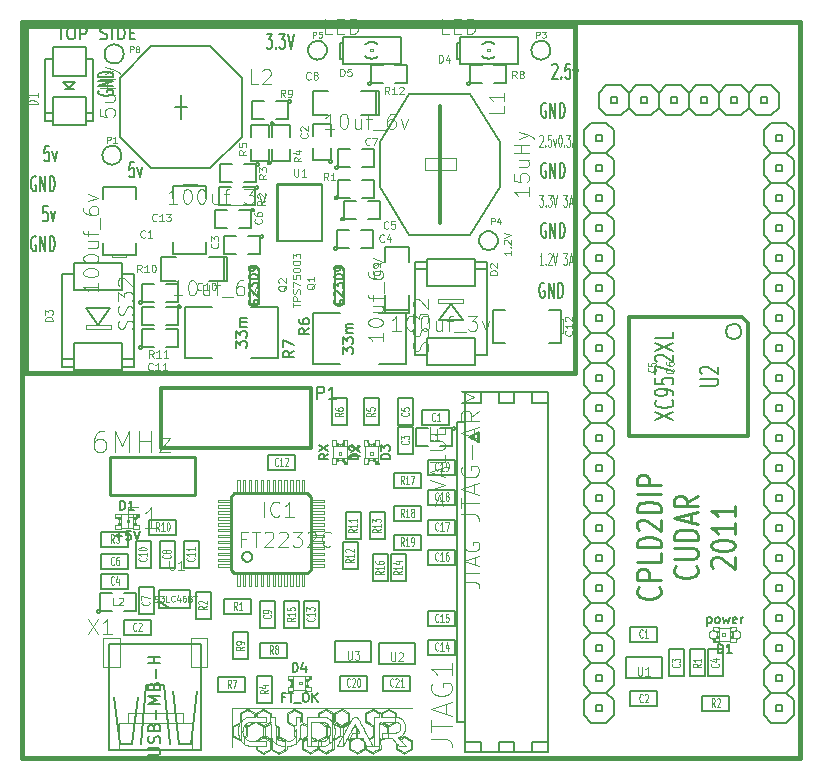
<source format=gto>
G04 (created by PCBNEW-RS274X (2010-03-14)-final) date lun 07 nov 2011 20:25:05 ART*
G01*
G70*
G90*
%MOIN*%
G04 Gerber Fmt 3.4, Leading zero omitted, Abs format*
%FSLAX34Y34*%
G04 APERTURE LIST*
%ADD10C,0.000100*%
%ADD11C,0.015000*%
%ADD12C,0.010000*%
%ADD13C,0.005000*%
%ADD14C,0.008000*%
%ADD15C,0.006600*%
%ADD16C,0.004200*%
%ADD17C,0.003300*%
%ADD18C,0.012000*%
%ADD19C,0.002600*%
%ADD20C,0.004000*%
%ADD21C,0.002000*%
%ADD22C,0.006000*%
%ADD23C,0.001500*%
%ADD24C,0.006700*%
%ADD25C,0.003000*%
%ADD26C,0.003500*%
%ADD27C,0.005800*%
G04 APERTURE END LIST*
G54D10*
G54D11*
X51700Y-22950D02*
X51550Y-22950D01*
X51700Y-11400D02*
X51700Y-22950D01*
X33400Y-11400D02*
X51700Y-11400D01*
X33400Y-11650D02*
X33400Y-11400D01*
X33400Y-22950D02*
X33400Y-11450D01*
X51650Y-22950D02*
X33400Y-22950D01*
X33250Y-11250D02*
X33250Y-11450D01*
X59200Y-11250D02*
X33250Y-11250D01*
X59200Y-11800D02*
X59200Y-11250D01*
X59200Y-35800D02*
X59200Y-11800D01*
X33250Y-35800D02*
X59200Y-35800D01*
X33250Y-11350D02*
X33250Y-35800D01*
G54D12*
X54473Y-30110D02*
X54511Y-30139D01*
X54549Y-30225D01*
X54549Y-30282D01*
X54511Y-30367D01*
X54435Y-30425D01*
X54358Y-30453D01*
X54206Y-30482D01*
X54092Y-30482D01*
X53939Y-30453D01*
X53863Y-30425D01*
X53787Y-30367D01*
X53749Y-30282D01*
X53749Y-30225D01*
X53787Y-30139D01*
X53825Y-30110D01*
X54549Y-29853D02*
X53749Y-29853D01*
X53749Y-29625D01*
X53787Y-29567D01*
X53825Y-29539D01*
X53901Y-29510D01*
X54015Y-29510D01*
X54092Y-29539D01*
X54130Y-29567D01*
X54168Y-29625D01*
X54168Y-29853D01*
X54549Y-28967D02*
X54549Y-29253D01*
X53749Y-29253D01*
X54549Y-28767D02*
X53749Y-28767D01*
X53749Y-28624D01*
X53787Y-28539D01*
X53863Y-28481D01*
X53939Y-28453D01*
X54092Y-28424D01*
X54206Y-28424D01*
X54358Y-28453D01*
X54435Y-28481D01*
X54511Y-28539D01*
X54549Y-28624D01*
X54549Y-28767D01*
X53825Y-28196D02*
X53787Y-28167D01*
X53749Y-28110D01*
X53749Y-27967D01*
X53787Y-27910D01*
X53825Y-27881D01*
X53901Y-27853D01*
X53977Y-27853D01*
X54092Y-27881D01*
X54549Y-28224D01*
X54549Y-27853D01*
X54549Y-27596D02*
X53749Y-27596D01*
X53749Y-27453D01*
X53787Y-27368D01*
X53863Y-27310D01*
X53939Y-27282D01*
X54092Y-27253D01*
X54206Y-27253D01*
X54358Y-27282D01*
X54435Y-27310D01*
X54511Y-27368D01*
X54549Y-27453D01*
X54549Y-27596D01*
X54549Y-26996D02*
X53749Y-26996D01*
X54549Y-26710D02*
X53749Y-26710D01*
X53749Y-26482D01*
X53787Y-26424D01*
X53825Y-26396D01*
X53901Y-26367D01*
X54015Y-26367D01*
X54092Y-26396D01*
X54130Y-26424D01*
X54168Y-26482D01*
X54168Y-26710D01*
X55713Y-29410D02*
X55751Y-29439D01*
X55789Y-29525D01*
X55789Y-29582D01*
X55751Y-29667D01*
X55675Y-29725D01*
X55598Y-29753D01*
X55446Y-29782D01*
X55332Y-29782D01*
X55179Y-29753D01*
X55103Y-29725D01*
X55027Y-29667D01*
X54989Y-29582D01*
X54989Y-29525D01*
X55027Y-29439D01*
X55065Y-29410D01*
X54989Y-29153D02*
X55636Y-29153D01*
X55713Y-29125D01*
X55751Y-29096D01*
X55789Y-29039D01*
X55789Y-28925D01*
X55751Y-28867D01*
X55713Y-28839D01*
X55636Y-28810D01*
X54989Y-28810D01*
X55789Y-28524D02*
X54989Y-28524D01*
X54989Y-28381D01*
X55027Y-28296D01*
X55103Y-28238D01*
X55179Y-28210D01*
X55332Y-28181D01*
X55446Y-28181D01*
X55598Y-28210D01*
X55675Y-28238D01*
X55751Y-28296D01*
X55789Y-28381D01*
X55789Y-28524D01*
X55560Y-27953D02*
X55560Y-27667D01*
X55789Y-28010D02*
X54989Y-27810D01*
X55789Y-27610D01*
X55789Y-27067D02*
X55408Y-27267D01*
X55789Y-27410D02*
X54989Y-27410D01*
X54989Y-27182D01*
X55027Y-27124D01*
X55065Y-27096D01*
X55141Y-27067D01*
X55255Y-27067D01*
X55332Y-27096D01*
X55370Y-27124D01*
X55408Y-27182D01*
X55408Y-27410D01*
X56305Y-29453D02*
X56267Y-29424D01*
X56229Y-29367D01*
X56229Y-29224D01*
X56267Y-29167D01*
X56305Y-29138D01*
X56381Y-29110D01*
X56457Y-29110D01*
X56572Y-29138D01*
X57029Y-29481D01*
X57029Y-29110D01*
X56229Y-28739D02*
X56229Y-28682D01*
X56267Y-28625D01*
X56305Y-28596D01*
X56381Y-28567D01*
X56534Y-28539D01*
X56724Y-28539D01*
X56876Y-28567D01*
X56953Y-28596D01*
X56991Y-28625D01*
X57029Y-28682D01*
X57029Y-28739D01*
X56991Y-28796D01*
X56953Y-28825D01*
X56876Y-28853D01*
X56724Y-28882D01*
X56534Y-28882D01*
X56381Y-28853D01*
X56305Y-28825D01*
X56267Y-28796D01*
X56229Y-28739D01*
X57029Y-27968D02*
X57029Y-28311D01*
X57029Y-28139D02*
X56229Y-28139D01*
X56343Y-28196D01*
X56419Y-28254D01*
X56457Y-28311D01*
X57029Y-27397D02*
X57029Y-27740D01*
X57029Y-27568D02*
X56229Y-27568D01*
X56343Y-27625D01*
X56419Y-27683D01*
X56457Y-27740D01*
G54D13*
X35826Y-13548D02*
X35802Y-13577D01*
X35802Y-13620D01*
X35826Y-13663D01*
X35874Y-13691D01*
X35921Y-13706D01*
X36017Y-13720D01*
X36088Y-13720D01*
X36183Y-13706D01*
X36231Y-13691D01*
X36279Y-13663D01*
X36302Y-13620D01*
X36302Y-13591D01*
X36279Y-13548D01*
X36255Y-13534D01*
X36088Y-13534D01*
X36088Y-13591D01*
X36302Y-13406D02*
X35802Y-13406D01*
X36302Y-13234D01*
X35802Y-13234D01*
X36302Y-13092D02*
X35802Y-13092D01*
X35802Y-13020D01*
X35826Y-12977D01*
X35874Y-12949D01*
X35921Y-12934D01*
X36017Y-12920D01*
X36088Y-12920D01*
X36183Y-12934D01*
X36231Y-12949D01*
X36279Y-12977D01*
X36302Y-13020D01*
X36302Y-13092D01*
X36987Y-15942D02*
X36844Y-15942D01*
X36830Y-16180D01*
X36844Y-16157D01*
X36873Y-16133D01*
X36944Y-16133D01*
X36973Y-16157D01*
X36987Y-16180D01*
X37002Y-16228D01*
X37002Y-16347D01*
X36987Y-16395D01*
X36973Y-16419D01*
X36944Y-16442D01*
X36873Y-16442D01*
X36844Y-16419D01*
X36830Y-16395D01*
X37102Y-16109D02*
X37173Y-16442D01*
X37245Y-16109D01*
G54D14*
X43250Y-16650D02*
X41930Y-16650D01*
X43250Y-16660D02*
X43250Y-16650D01*
X43250Y-18560D02*
X43250Y-16660D01*
X41740Y-18560D02*
X43250Y-18560D01*
X41740Y-18550D02*
X41740Y-18560D01*
X41740Y-16650D02*
X41740Y-18550D01*
X41930Y-16650D02*
X41740Y-16650D01*
G54D15*
X34428Y-11440D02*
X34653Y-11440D01*
X34540Y-11834D02*
X34540Y-11440D01*
X34859Y-11440D02*
X34934Y-11440D01*
X34971Y-11459D01*
X35009Y-11497D01*
X35028Y-11572D01*
X35028Y-11703D01*
X35009Y-11778D01*
X34971Y-11816D01*
X34934Y-11834D01*
X34859Y-11834D01*
X34821Y-11816D01*
X34784Y-11778D01*
X34765Y-11703D01*
X34765Y-11572D01*
X34784Y-11497D01*
X34821Y-11459D01*
X34859Y-11440D01*
X35197Y-11834D02*
X35197Y-11440D01*
X35347Y-11440D01*
X35384Y-11459D01*
X35403Y-11478D01*
X35422Y-11516D01*
X35422Y-11572D01*
X35403Y-11609D01*
X35384Y-11628D01*
X35347Y-11647D01*
X35197Y-11647D01*
X35872Y-11816D02*
X35928Y-11834D01*
X36022Y-11834D01*
X36060Y-11816D01*
X36078Y-11797D01*
X36097Y-11759D01*
X36097Y-11722D01*
X36078Y-11684D01*
X36060Y-11666D01*
X36022Y-11647D01*
X35947Y-11628D01*
X35910Y-11609D01*
X35891Y-11591D01*
X35872Y-11553D01*
X35872Y-11516D01*
X35891Y-11478D01*
X35910Y-11459D01*
X35947Y-11440D01*
X36041Y-11440D01*
X36097Y-11459D01*
X36266Y-11834D02*
X36266Y-11440D01*
X36454Y-11834D02*
X36454Y-11440D01*
X36548Y-11440D01*
X36604Y-11459D01*
X36641Y-11497D01*
X36660Y-11534D01*
X36679Y-11609D01*
X36679Y-11666D01*
X36660Y-11741D01*
X36641Y-11778D01*
X36604Y-11816D01*
X36548Y-11834D01*
X36454Y-11834D01*
X36848Y-11628D02*
X36979Y-11628D01*
X37035Y-11834D02*
X36848Y-11834D01*
X36848Y-11440D01*
X37035Y-11440D01*
G54D16*
X49561Y-18884D02*
X49561Y-19026D01*
X49561Y-18955D02*
X49311Y-18955D01*
X49347Y-18979D01*
X49371Y-19003D01*
X49383Y-19026D01*
X49537Y-18776D02*
X49549Y-18765D01*
X49561Y-18776D01*
X49549Y-18788D01*
X49537Y-18776D01*
X49561Y-18776D01*
X49335Y-18669D02*
X49323Y-18657D01*
X49311Y-18634D01*
X49311Y-18574D01*
X49323Y-18550D01*
X49335Y-18538D01*
X49359Y-18527D01*
X49383Y-18527D01*
X49418Y-18538D01*
X49561Y-18681D01*
X49561Y-18527D01*
X49311Y-18455D02*
X49561Y-18372D01*
X49311Y-18289D01*
G54D13*
X50935Y-12700D02*
X50949Y-12676D01*
X50978Y-12652D01*
X51049Y-12652D01*
X51078Y-12676D01*
X51092Y-12700D01*
X51107Y-12748D01*
X51107Y-12795D01*
X51092Y-12867D01*
X50921Y-13152D01*
X51107Y-13152D01*
X51235Y-13105D02*
X51250Y-13129D01*
X51235Y-13152D01*
X51221Y-13129D01*
X51235Y-13105D01*
X51235Y-13152D01*
X51521Y-12652D02*
X51378Y-12652D01*
X51364Y-12890D01*
X51378Y-12867D01*
X51407Y-12843D01*
X51478Y-12843D01*
X51507Y-12867D01*
X51521Y-12890D01*
X51536Y-12938D01*
X51536Y-13057D01*
X51521Y-13105D01*
X51507Y-13129D01*
X51478Y-13152D01*
X51407Y-13152D01*
X51378Y-13129D01*
X51364Y-13105D01*
X51636Y-12819D02*
X51707Y-13152D01*
X51779Y-12819D01*
X41407Y-11652D02*
X41593Y-11652D01*
X41493Y-11843D01*
X41535Y-11843D01*
X41564Y-11867D01*
X41578Y-11890D01*
X41593Y-11938D01*
X41593Y-12057D01*
X41578Y-12105D01*
X41564Y-12129D01*
X41535Y-12152D01*
X41450Y-12152D01*
X41421Y-12129D01*
X41407Y-12105D01*
X41721Y-12105D02*
X41736Y-12129D01*
X41721Y-12152D01*
X41707Y-12129D01*
X41721Y-12105D01*
X41721Y-12152D01*
X41836Y-11652D02*
X42022Y-11652D01*
X41922Y-11843D01*
X41964Y-11843D01*
X41993Y-11867D01*
X42007Y-11890D01*
X42022Y-11938D01*
X42022Y-12057D01*
X42007Y-12105D01*
X41993Y-12129D01*
X41964Y-12152D01*
X41879Y-12152D01*
X41850Y-12129D01*
X41836Y-12105D01*
X42108Y-11652D02*
X42208Y-12152D01*
X42308Y-11652D01*
X34107Y-17402D02*
X33964Y-17402D01*
X33950Y-17640D01*
X33964Y-17617D01*
X33993Y-17593D01*
X34064Y-17593D01*
X34093Y-17617D01*
X34107Y-17640D01*
X34122Y-17688D01*
X34122Y-17807D01*
X34107Y-17855D01*
X34093Y-17879D01*
X34064Y-17902D01*
X33993Y-17902D01*
X33964Y-17879D01*
X33950Y-17855D01*
X34222Y-17569D02*
X34293Y-17902D01*
X34365Y-17569D01*
X33722Y-16426D02*
X33693Y-16402D01*
X33650Y-16402D01*
X33607Y-16426D01*
X33579Y-16474D01*
X33564Y-16521D01*
X33550Y-16617D01*
X33550Y-16688D01*
X33564Y-16783D01*
X33579Y-16831D01*
X33607Y-16879D01*
X33650Y-16902D01*
X33679Y-16902D01*
X33722Y-16879D01*
X33736Y-16855D01*
X33736Y-16688D01*
X33679Y-16688D01*
X33864Y-16902D02*
X33864Y-16402D01*
X34036Y-16902D01*
X34036Y-16402D01*
X34178Y-16902D02*
X34178Y-16402D01*
X34250Y-16402D01*
X34293Y-16426D01*
X34321Y-16474D01*
X34336Y-16521D01*
X34350Y-16617D01*
X34350Y-16688D01*
X34336Y-16783D01*
X34321Y-16831D01*
X34293Y-16879D01*
X34250Y-16902D01*
X34178Y-16902D01*
X33722Y-18426D02*
X33693Y-18402D01*
X33650Y-18402D01*
X33607Y-18426D01*
X33579Y-18474D01*
X33564Y-18521D01*
X33550Y-18617D01*
X33550Y-18688D01*
X33564Y-18783D01*
X33579Y-18831D01*
X33607Y-18879D01*
X33650Y-18902D01*
X33679Y-18902D01*
X33722Y-18879D01*
X33736Y-18855D01*
X33736Y-18688D01*
X33679Y-18688D01*
X33864Y-18902D02*
X33864Y-18402D01*
X34036Y-18902D01*
X34036Y-18402D01*
X34178Y-18902D02*
X34178Y-18402D01*
X34250Y-18402D01*
X34293Y-18426D01*
X34321Y-18474D01*
X34336Y-18521D01*
X34350Y-18617D01*
X34350Y-18688D01*
X34336Y-18783D01*
X34321Y-18831D01*
X34293Y-18879D01*
X34250Y-18902D01*
X34178Y-18902D01*
X34157Y-15402D02*
X34014Y-15402D01*
X34000Y-15640D01*
X34014Y-15617D01*
X34043Y-15593D01*
X34114Y-15593D01*
X34143Y-15617D01*
X34157Y-15640D01*
X34172Y-15688D01*
X34172Y-15807D01*
X34157Y-15855D01*
X34143Y-15879D01*
X34114Y-15902D01*
X34043Y-15902D01*
X34014Y-15879D01*
X34000Y-15855D01*
X34272Y-15569D02*
X34343Y-15902D01*
X34415Y-15569D01*
X50722Y-13976D02*
X50693Y-13952D01*
X50650Y-13952D01*
X50607Y-13976D01*
X50579Y-14024D01*
X50564Y-14071D01*
X50550Y-14167D01*
X50550Y-14238D01*
X50564Y-14333D01*
X50579Y-14381D01*
X50607Y-14429D01*
X50650Y-14452D01*
X50679Y-14452D01*
X50722Y-14429D01*
X50736Y-14405D01*
X50736Y-14238D01*
X50679Y-14238D01*
X50864Y-14452D02*
X50864Y-13952D01*
X51036Y-14452D01*
X51036Y-13952D01*
X51178Y-14452D02*
X51178Y-13952D01*
X51250Y-13952D01*
X51293Y-13976D01*
X51321Y-14024D01*
X51336Y-14071D01*
X51350Y-14167D01*
X51350Y-14238D01*
X51336Y-14333D01*
X51321Y-14381D01*
X51293Y-14429D01*
X51250Y-14452D01*
X51178Y-14452D01*
G54D17*
X50623Y-19362D02*
X50509Y-19362D01*
X50566Y-19362D02*
X50566Y-18962D01*
X50547Y-19019D01*
X50528Y-19057D01*
X50509Y-19076D01*
X50709Y-19324D02*
X50718Y-19343D01*
X50709Y-19362D01*
X50699Y-19343D01*
X50709Y-19324D01*
X50709Y-19362D01*
X50794Y-19000D02*
X50804Y-18981D01*
X50823Y-18962D01*
X50870Y-18962D01*
X50889Y-18981D01*
X50899Y-19000D01*
X50908Y-19038D01*
X50908Y-19076D01*
X50899Y-19133D01*
X50785Y-19362D01*
X50908Y-19362D01*
X50965Y-18962D02*
X51032Y-19362D01*
X51098Y-18962D01*
X51298Y-18962D02*
X51421Y-18962D01*
X51355Y-19114D01*
X51383Y-19114D01*
X51402Y-19133D01*
X51412Y-19152D01*
X51421Y-19190D01*
X51421Y-19286D01*
X51412Y-19324D01*
X51402Y-19343D01*
X51383Y-19362D01*
X51326Y-19362D01*
X51307Y-19343D01*
X51298Y-19324D01*
X51497Y-19248D02*
X51592Y-19248D01*
X51478Y-19362D02*
X51545Y-18962D01*
X51611Y-19362D01*
X50502Y-15050D02*
X50512Y-15031D01*
X50531Y-15012D01*
X50578Y-15012D01*
X50597Y-15031D01*
X50607Y-15050D01*
X50616Y-15088D01*
X50616Y-15126D01*
X50607Y-15183D01*
X50493Y-15412D01*
X50616Y-15412D01*
X50702Y-15374D02*
X50711Y-15393D01*
X50702Y-15412D01*
X50692Y-15393D01*
X50702Y-15374D01*
X50702Y-15412D01*
X50892Y-15012D02*
X50797Y-15012D01*
X50787Y-15202D01*
X50797Y-15183D01*
X50816Y-15164D01*
X50863Y-15164D01*
X50882Y-15183D01*
X50892Y-15202D01*
X50901Y-15240D01*
X50901Y-15336D01*
X50892Y-15374D01*
X50882Y-15393D01*
X50863Y-15412D01*
X50816Y-15412D01*
X50797Y-15393D01*
X50787Y-15374D01*
X50968Y-15145D02*
X51015Y-15412D01*
X51063Y-15145D01*
X51177Y-15012D02*
X51196Y-15012D01*
X51215Y-15031D01*
X51224Y-15050D01*
X51234Y-15088D01*
X51243Y-15164D01*
X51243Y-15260D01*
X51234Y-15336D01*
X51224Y-15374D01*
X51215Y-15393D01*
X51196Y-15412D01*
X51177Y-15412D01*
X51158Y-15393D01*
X51148Y-15374D01*
X51139Y-15336D01*
X51129Y-15260D01*
X51129Y-15164D01*
X51139Y-15088D01*
X51148Y-15050D01*
X51158Y-15031D01*
X51177Y-15012D01*
X51329Y-15374D02*
X51338Y-15393D01*
X51329Y-15412D01*
X51319Y-15393D01*
X51329Y-15374D01*
X51329Y-15412D01*
X51405Y-15012D02*
X51528Y-15012D01*
X51462Y-15164D01*
X51490Y-15164D01*
X51509Y-15183D01*
X51519Y-15202D01*
X51528Y-15240D01*
X51528Y-15336D01*
X51519Y-15374D01*
X51509Y-15393D01*
X51490Y-15412D01*
X51433Y-15412D01*
X51414Y-15393D01*
X51405Y-15374D01*
X51604Y-15298D02*
X51699Y-15298D01*
X51585Y-15412D02*
X51652Y-15012D01*
X51718Y-15412D01*
G54D13*
X50672Y-19976D02*
X50643Y-19952D01*
X50600Y-19952D01*
X50557Y-19976D01*
X50529Y-20024D01*
X50514Y-20071D01*
X50500Y-20167D01*
X50500Y-20238D01*
X50514Y-20333D01*
X50529Y-20381D01*
X50557Y-20429D01*
X50600Y-20452D01*
X50629Y-20452D01*
X50672Y-20429D01*
X50686Y-20405D01*
X50686Y-20238D01*
X50629Y-20238D01*
X50814Y-20452D02*
X50814Y-19952D01*
X50986Y-20452D01*
X50986Y-19952D01*
X51128Y-20452D02*
X51128Y-19952D01*
X51200Y-19952D01*
X51243Y-19976D01*
X51271Y-20024D01*
X51286Y-20071D01*
X51300Y-20167D01*
X51300Y-20238D01*
X51286Y-20333D01*
X51271Y-20381D01*
X51243Y-20429D01*
X51200Y-20452D01*
X51128Y-20452D01*
X50722Y-15976D02*
X50693Y-15952D01*
X50650Y-15952D01*
X50607Y-15976D01*
X50579Y-16024D01*
X50564Y-16071D01*
X50550Y-16167D01*
X50550Y-16238D01*
X50564Y-16333D01*
X50579Y-16381D01*
X50607Y-16429D01*
X50650Y-16452D01*
X50679Y-16452D01*
X50722Y-16429D01*
X50736Y-16405D01*
X50736Y-16238D01*
X50679Y-16238D01*
X50864Y-16452D02*
X50864Y-15952D01*
X51036Y-16452D01*
X51036Y-15952D01*
X51178Y-16452D02*
X51178Y-15952D01*
X51250Y-15952D01*
X51293Y-15976D01*
X51321Y-16024D01*
X51336Y-16071D01*
X51350Y-16167D01*
X51350Y-16238D01*
X51336Y-16333D01*
X51321Y-16381D01*
X51293Y-16429D01*
X51250Y-16452D01*
X51178Y-16452D01*
G54D17*
X50500Y-17012D02*
X50623Y-17012D01*
X50557Y-17164D01*
X50585Y-17164D01*
X50604Y-17183D01*
X50614Y-17202D01*
X50623Y-17240D01*
X50623Y-17336D01*
X50614Y-17374D01*
X50604Y-17393D01*
X50585Y-17412D01*
X50528Y-17412D01*
X50509Y-17393D01*
X50500Y-17374D01*
X50709Y-17374D02*
X50718Y-17393D01*
X50709Y-17412D01*
X50699Y-17393D01*
X50709Y-17374D01*
X50709Y-17412D01*
X50785Y-17012D02*
X50908Y-17012D01*
X50842Y-17164D01*
X50870Y-17164D01*
X50889Y-17183D01*
X50899Y-17202D01*
X50908Y-17240D01*
X50908Y-17336D01*
X50899Y-17374D01*
X50889Y-17393D01*
X50870Y-17412D01*
X50813Y-17412D01*
X50794Y-17393D01*
X50785Y-17374D01*
X50965Y-17012D02*
X51032Y-17412D01*
X51098Y-17012D01*
X51298Y-17012D02*
X51421Y-17012D01*
X51355Y-17164D01*
X51383Y-17164D01*
X51402Y-17183D01*
X51412Y-17202D01*
X51421Y-17240D01*
X51421Y-17336D01*
X51412Y-17374D01*
X51402Y-17393D01*
X51383Y-17412D01*
X51326Y-17412D01*
X51307Y-17393D01*
X51298Y-17374D01*
X51497Y-17298D02*
X51592Y-17298D01*
X51478Y-17412D02*
X51545Y-17012D01*
X51611Y-17412D01*
G54D13*
X50722Y-17976D02*
X50693Y-17952D01*
X50650Y-17952D01*
X50607Y-17976D01*
X50579Y-18024D01*
X50564Y-18071D01*
X50550Y-18167D01*
X50550Y-18238D01*
X50564Y-18333D01*
X50579Y-18381D01*
X50607Y-18429D01*
X50650Y-18452D01*
X50679Y-18452D01*
X50722Y-18429D01*
X50736Y-18405D01*
X50736Y-18238D01*
X50679Y-18238D01*
X50864Y-18452D02*
X50864Y-17952D01*
X51036Y-18452D01*
X51036Y-17952D01*
X51178Y-18452D02*
X51178Y-17952D01*
X51250Y-17952D01*
X51293Y-17976D01*
X51321Y-18024D01*
X51336Y-18071D01*
X51350Y-18167D01*
X51350Y-18238D01*
X51336Y-18333D01*
X51321Y-18381D01*
X51293Y-18429D01*
X51250Y-18452D01*
X51178Y-18452D01*
G54D18*
X57445Y-25045D02*
X53505Y-25045D01*
X53505Y-25045D02*
X53505Y-21105D01*
X57255Y-21105D02*
X53505Y-21105D01*
X57445Y-21295D02*
X57445Y-25045D01*
X57255Y-21105D02*
X57445Y-21295D01*
G54D14*
X57225Y-21575D02*
X57220Y-21623D01*
X57206Y-21670D01*
X57183Y-21713D01*
X57152Y-21751D01*
X57114Y-21782D01*
X57071Y-21805D01*
X57025Y-21819D01*
X56976Y-21824D01*
X56929Y-21820D01*
X56882Y-21806D01*
X56839Y-21784D01*
X56801Y-21753D01*
X56769Y-21716D01*
X56746Y-21673D01*
X56731Y-21626D01*
X56726Y-21578D01*
X56730Y-21530D01*
X56743Y-21483D01*
X56765Y-21440D01*
X56796Y-21402D01*
X56833Y-21370D01*
X56875Y-21346D01*
X56922Y-21331D01*
X56970Y-21326D01*
X57018Y-21329D01*
X57065Y-21342D01*
X57108Y-21364D01*
X57147Y-21394D01*
X57179Y-21431D01*
X57203Y-21474D01*
X57218Y-21520D01*
X57224Y-21569D01*
X57225Y-21575D01*
G54D13*
X53375Y-33125D02*
X53375Y-32425D01*
X53375Y-32425D02*
X54575Y-32425D01*
X54575Y-32425D02*
X54575Y-33125D01*
X54575Y-33125D02*
X53375Y-33125D01*
X54425Y-31925D02*
X53525Y-31925D01*
X53525Y-31925D02*
X53525Y-31425D01*
X53525Y-31425D02*
X54425Y-31425D01*
X54425Y-31425D02*
X54425Y-31925D01*
X54425Y-34075D02*
X53525Y-34075D01*
X53525Y-34075D02*
X53525Y-33575D01*
X53525Y-33575D02*
X54425Y-33575D01*
X54425Y-33575D02*
X54425Y-34075D01*
X54825Y-33075D02*
X54825Y-32175D01*
X54825Y-32175D02*
X55325Y-32175D01*
X55325Y-32175D02*
X55325Y-33075D01*
X55325Y-33075D02*
X54825Y-33075D01*
X56125Y-33075D02*
X56125Y-32175D01*
X56125Y-32175D02*
X56625Y-32175D01*
X56625Y-32175D02*
X56625Y-33075D01*
X56625Y-33075D02*
X56125Y-33075D01*
X56025Y-32175D02*
X56025Y-33075D01*
X56025Y-33075D02*
X55525Y-33075D01*
X55525Y-33075D02*
X55525Y-32175D01*
X55525Y-32175D02*
X56025Y-32175D01*
X56825Y-34225D02*
X55925Y-34225D01*
X55925Y-34225D02*
X55925Y-33725D01*
X55925Y-33725D02*
X56825Y-33725D01*
X56825Y-33725D02*
X56825Y-34225D01*
G54D19*
X56479Y-31557D02*
X56479Y-31429D01*
X56479Y-31429D02*
X56282Y-31429D01*
X56282Y-31557D02*
X56282Y-31429D01*
X56479Y-31557D02*
X56282Y-31557D01*
X56479Y-31802D02*
X56479Y-31743D01*
X56479Y-31743D02*
X56380Y-31743D01*
X56380Y-31802D02*
X56380Y-31743D01*
X56479Y-31802D02*
X56380Y-31802D01*
X56479Y-31607D02*
X56479Y-31548D01*
X56479Y-31548D02*
X56380Y-31548D01*
X56380Y-31607D02*
X56380Y-31548D01*
X56479Y-31607D02*
X56380Y-31607D01*
X56479Y-31753D02*
X56479Y-31597D01*
X56479Y-31597D02*
X56410Y-31597D01*
X56410Y-31753D02*
X56410Y-31597D01*
X56479Y-31753D02*
X56410Y-31753D01*
X57068Y-31557D02*
X57068Y-31429D01*
X57068Y-31429D02*
X56871Y-31429D01*
X56871Y-31557D02*
X56871Y-31429D01*
X57068Y-31557D02*
X56871Y-31557D01*
X57068Y-31921D02*
X57068Y-31793D01*
X57068Y-31793D02*
X56871Y-31793D01*
X56871Y-31921D02*
X56871Y-31793D01*
X57068Y-31921D02*
X56871Y-31921D01*
X56970Y-31607D02*
X56970Y-31548D01*
X56970Y-31548D02*
X56871Y-31548D01*
X56871Y-31607D02*
X56871Y-31548D01*
X56970Y-31607D02*
X56871Y-31607D01*
X56970Y-31802D02*
X56970Y-31743D01*
X56970Y-31743D02*
X56871Y-31743D01*
X56871Y-31802D02*
X56871Y-31743D01*
X56970Y-31802D02*
X56871Y-31802D01*
X56940Y-31753D02*
X56940Y-31597D01*
X56940Y-31597D02*
X56871Y-31597D01*
X56871Y-31753D02*
X56871Y-31597D01*
X56940Y-31753D02*
X56871Y-31753D01*
X56675Y-31714D02*
X56675Y-31636D01*
X56675Y-31636D02*
X56597Y-31636D01*
X56597Y-31714D02*
X56597Y-31636D01*
X56675Y-31714D02*
X56597Y-31714D01*
X56479Y-31911D02*
X56479Y-31793D01*
X56479Y-31793D02*
X56361Y-31793D01*
X56361Y-31911D02*
X56361Y-31793D01*
X56479Y-31911D02*
X56361Y-31911D01*
X56311Y-31921D02*
X56311Y-31832D01*
X56311Y-31832D02*
X56282Y-31832D01*
X56282Y-31921D02*
X56282Y-31832D01*
X56311Y-31921D02*
X56282Y-31921D01*
G54D20*
X56469Y-31449D02*
X56881Y-31449D01*
X56871Y-31901D02*
X56311Y-31901D01*
G54D21*
X56369Y-31852D02*
X56368Y-31857D01*
X56366Y-31862D01*
X56364Y-31867D01*
X56360Y-31871D01*
X56356Y-31875D01*
X56351Y-31877D01*
X56346Y-31879D01*
X56341Y-31879D01*
X56336Y-31879D01*
X56331Y-31877D01*
X56326Y-31875D01*
X56322Y-31872D01*
X56318Y-31867D01*
X56316Y-31863D01*
X56314Y-31857D01*
X56314Y-31852D01*
X56314Y-31847D01*
X56315Y-31842D01*
X56318Y-31837D01*
X56321Y-31833D01*
X56326Y-31830D01*
X56330Y-31827D01*
X56335Y-31825D01*
X56341Y-31825D01*
X56345Y-31825D01*
X56351Y-31826D01*
X56356Y-31829D01*
X56360Y-31832D01*
X56363Y-31836D01*
X56366Y-31841D01*
X56368Y-31846D01*
X56368Y-31852D01*
X56369Y-31852D01*
G54D20*
X56282Y-31812D02*
X56293Y-31811D01*
X56305Y-31809D01*
X56317Y-31807D01*
X56328Y-31803D01*
X56339Y-31799D01*
X56350Y-31793D01*
X56360Y-31787D01*
X56370Y-31779D01*
X56378Y-31771D01*
X56386Y-31763D01*
X56394Y-31753D01*
X56400Y-31743D01*
X56406Y-31732D01*
X56410Y-31721D01*
X56414Y-31710D01*
X56416Y-31698D01*
X56418Y-31686D01*
X56419Y-31675D01*
X56418Y-31664D01*
X56416Y-31652D01*
X56414Y-31640D01*
X56410Y-31629D01*
X56406Y-31618D01*
X56400Y-31607D01*
X56394Y-31597D01*
X56386Y-31587D01*
X56378Y-31579D01*
X56370Y-31571D01*
X56360Y-31563D01*
X56350Y-31557D01*
X56339Y-31551D01*
X56328Y-31547D01*
X56317Y-31543D01*
X56305Y-31541D01*
X56293Y-31539D01*
X56282Y-31538D01*
X56271Y-31539D01*
X56259Y-31541D01*
X56247Y-31543D01*
X56236Y-31547D01*
X56225Y-31551D01*
X56214Y-31557D01*
X56204Y-31563D01*
X56194Y-31571D01*
X56186Y-31579D01*
X56178Y-31587D01*
X56170Y-31597D01*
X56164Y-31607D01*
X56158Y-31618D01*
X56154Y-31629D01*
X56150Y-31640D01*
X56148Y-31652D01*
X56146Y-31664D01*
X56145Y-31675D01*
X56146Y-31686D01*
X56148Y-31698D01*
X56150Y-31710D01*
X56154Y-31721D01*
X56158Y-31732D01*
X56164Y-31743D01*
X56170Y-31753D01*
X56178Y-31763D01*
X56186Y-31771D01*
X56194Y-31779D01*
X56204Y-31787D01*
X56214Y-31793D01*
X56225Y-31799D01*
X56236Y-31803D01*
X56247Y-31807D01*
X56259Y-31809D01*
X56271Y-31811D01*
X56282Y-31812D01*
X56293Y-31811D01*
X56305Y-31809D01*
X56317Y-31807D01*
X56328Y-31803D01*
X56339Y-31799D01*
X56350Y-31793D01*
X56360Y-31787D01*
X56370Y-31779D01*
X56378Y-31771D01*
X56386Y-31763D01*
X56394Y-31753D01*
X56400Y-31743D01*
X56406Y-31732D01*
X56410Y-31721D01*
X56414Y-31710D01*
X56416Y-31698D01*
X56418Y-31686D01*
X56419Y-31675D01*
X56418Y-31664D01*
X56416Y-31652D01*
X56414Y-31640D01*
X56410Y-31629D01*
X56406Y-31618D01*
X56400Y-31607D01*
X56394Y-31597D01*
X56386Y-31587D01*
X56378Y-31579D01*
X56370Y-31571D01*
X56360Y-31563D01*
X56350Y-31557D01*
X56339Y-31551D01*
X56328Y-31547D01*
X56317Y-31543D01*
X56305Y-31541D01*
X56293Y-31539D01*
X56282Y-31538D01*
X57068Y-31538D02*
X57057Y-31539D01*
X57045Y-31541D01*
X57033Y-31543D01*
X57022Y-31547D01*
X57011Y-31551D01*
X57000Y-31557D01*
X56990Y-31563D01*
X56980Y-31571D01*
X56972Y-31579D01*
X56964Y-31587D01*
X56956Y-31597D01*
X56950Y-31607D01*
X56944Y-31618D01*
X56940Y-31629D01*
X56936Y-31640D01*
X56934Y-31652D01*
X56932Y-31664D01*
X56931Y-31675D01*
X56932Y-31686D01*
X56934Y-31698D01*
X56936Y-31710D01*
X56940Y-31721D01*
X56944Y-31732D01*
X56950Y-31743D01*
X56956Y-31753D01*
X56964Y-31763D01*
X56972Y-31771D01*
X56980Y-31779D01*
X56990Y-31787D01*
X57000Y-31793D01*
X57011Y-31799D01*
X57022Y-31803D01*
X57033Y-31807D01*
X57045Y-31809D01*
X57057Y-31811D01*
X57068Y-31812D01*
X57079Y-31811D01*
X57091Y-31809D01*
X57103Y-31807D01*
X57114Y-31803D01*
X57125Y-31799D01*
X57136Y-31793D01*
X57146Y-31787D01*
X57156Y-31779D01*
X57164Y-31771D01*
X57172Y-31763D01*
X57180Y-31753D01*
X57186Y-31743D01*
X57192Y-31732D01*
X57196Y-31721D01*
X57200Y-31710D01*
X57202Y-31698D01*
X57204Y-31686D01*
X57205Y-31675D01*
X57204Y-31664D01*
X57202Y-31652D01*
X57200Y-31640D01*
X57196Y-31629D01*
X57192Y-31618D01*
X57186Y-31607D01*
X57180Y-31597D01*
X57172Y-31587D01*
X57164Y-31579D01*
X57156Y-31571D01*
X57146Y-31563D01*
X57136Y-31557D01*
X57125Y-31551D01*
X57114Y-31547D01*
X57103Y-31543D01*
X57091Y-31541D01*
X57079Y-31539D01*
X57068Y-31538D01*
X57057Y-31539D01*
X57045Y-31541D01*
X57033Y-31543D01*
X57022Y-31547D01*
X57011Y-31551D01*
X57000Y-31557D01*
X56990Y-31563D01*
X56980Y-31571D01*
X56972Y-31579D01*
X56964Y-31587D01*
X56956Y-31597D01*
X56950Y-31607D01*
X56944Y-31618D01*
X56940Y-31629D01*
X56936Y-31640D01*
X56934Y-31652D01*
X56932Y-31664D01*
X56931Y-31675D01*
X56932Y-31686D01*
X56934Y-31698D01*
X56936Y-31710D01*
X56940Y-31721D01*
X56944Y-31732D01*
X56950Y-31743D01*
X56956Y-31753D01*
X56964Y-31763D01*
X56972Y-31771D01*
X56980Y-31779D01*
X56990Y-31787D01*
X57000Y-31793D01*
X57011Y-31799D01*
X57022Y-31803D01*
X57033Y-31807D01*
X57045Y-31809D01*
X57057Y-31811D01*
X57068Y-31812D01*
G54D14*
X58575Y-16225D02*
X58575Y-16025D01*
X58575Y-16025D02*
X58375Y-16025D01*
X58375Y-16225D02*
X58375Y-16025D01*
X58575Y-16225D02*
X58375Y-16225D01*
X58575Y-17225D02*
X58575Y-17025D01*
X58575Y-17025D02*
X58375Y-17025D01*
X58375Y-17225D02*
X58375Y-17025D01*
X58575Y-17225D02*
X58375Y-17225D01*
X58575Y-18225D02*
X58575Y-18025D01*
X58575Y-18025D02*
X58375Y-18025D01*
X58375Y-18225D02*
X58375Y-18025D01*
X58575Y-18225D02*
X58375Y-18225D01*
X58575Y-19225D02*
X58575Y-19025D01*
X58575Y-19025D02*
X58375Y-19025D01*
X58375Y-19225D02*
X58375Y-19025D01*
X58575Y-19225D02*
X58375Y-19225D01*
X58575Y-20225D02*
X58575Y-20025D01*
X58575Y-20025D02*
X58375Y-20025D01*
X58375Y-20225D02*
X58375Y-20025D01*
X58575Y-20225D02*
X58375Y-20225D01*
X58575Y-21225D02*
X58575Y-21025D01*
X58575Y-21025D02*
X58375Y-21025D01*
X58375Y-21225D02*
X58375Y-21025D01*
X58575Y-21225D02*
X58375Y-21225D01*
X58575Y-22225D02*
X58575Y-22025D01*
X58575Y-22025D02*
X58375Y-22025D01*
X58375Y-22225D02*
X58375Y-22025D01*
X58575Y-22225D02*
X58375Y-22225D01*
X58575Y-23225D02*
X58575Y-23025D01*
X58575Y-23025D02*
X58375Y-23025D01*
X58375Y-23225D02*
X58375Y-23025D01*
X58575Y-23225D02*
X58375Y-23225D01*
X58575Y-24225D02*
X58575Y-24025D01*
X58575Y-24025D02*
X58375Y-24025D01*
X58375Y-24225D02*
X58375Y-24025D01*
X58575Y-24225D02*
X58375Y-24225D01*
X58575Y-25225D02*
X58575Y-25025D01*
X58575Y-25025D02*
X58375Y-25025D01*
X58375Y-25225D02*
X58375Y-25025D01*
X58575Y-25225D02*
X58375Y-25225D01*
X58575Y-26225D02*
X58575Y-26025D01*
X58575Y-26025D02*
X58375Y-26025D01*
X58375Y-26225D02*
X58375Y-26025D01*
X58575Y-26225D02*
X58375Y-26225D01*
X58575Y-27225D02*
X58575Y-27025D01*
X58575Y-27025D02*
X58375Y-27025D01*
X58375Y-27225D02*
X58375Y-27025D01*
X58575Y-27225D02*
X58375Y-27225D01*
X58575Y-28225D02*
X58575Y-28025D01*
X58575Y-28025D02*
X58375Y-28025D01*
X58375Y-28225D02*
X58375Y-28025D01*
X58575Y-28225D02*
X58375Y-28225D01*
X58575Y-29225D02*
X58575Y-29025D01*
X58575Y-29025D02*
X58375Y-29025D01*
X58375Y-29225D02*
X58375Y-29025D01*
X58575Y-29225D02*
X58375Y-29225D01*
X58575Y-30225D02*
X58575Y-30025D01*
X58575Y-30025D02*
X58375Y-30025D01*
X58375Y-30225D02*
X58375Y-30025D01*
X58575Y-30225D02*
X58375Y-30225D01*
X58575Y-31225D02*
X58575Y-31025D01*
X58575Y-31025D02*
X58375Y-31025D01*
X58375Y-31225D02*
X58375Y-31025D01*
X58575Y-31225D02*
X58375Y-31225D01*
X58575Y-32225D02*
X58575Y-32025D01*
X58575Y-32025D02*
X58375Y-32025D01*
X58375Y-32225D02*
X58375Y-32025D01*
X58575Y-32225D02*
X58375Y-32225D01*
X58575Y-33225D02*
X58575Y-33025D01*
X58575Y-33025D02*
X58375Y-33025D01*
X58375Y-33225D02*
X58375Y-33025D01*
X58575Y-33225D02*
X58375Y-33225D01*
X58575Y-34225D02*
X58575Y-34025D01*
X58575Y-34025D02*
X58375Y-34025D01*
X58375Y-34225D02*
X58375Y-34025D01*
X58575Y-34225D02*
X58375Y-34225D01*
X58575Y-15225D02*
X58575Y-15025D01*
X58575Y-15025D02*
X58375Y-15025D01*
X58375Y-15225D02*
X58375Y-15025D01*
X58575Y-15225D02*
X58375Y-15225D01*
G54D22*
X57975Y-16375D02*
X57975Y-15875D01*
X57975Y-15875D02*
X58225Y-15625D01*
X58225Y-15625D02*
X58725Y-15625D01*
X58725Y-15625D02*
X58975Y-15875D01*
X58225Y-17625D02*
X57975Y-17375D01*
X57975Y-17375D02*
X57975Y-16875D01*
X57975Y-16875D02*
X58225Y-16625D01*
X58225Y-16625D02*
X58725Y-16625D01*
X58725Y-16625D02*
X58975Y-16875D01*
X58975Y-16875D02*
X58975Y-17375D01*
X58975Y-17375D02*
X58725Y-17625D01*
X57975Y-16375D02*
X58225Y-16625D01*
X58725Y-16625D02*
X58975Y-16375D01*
X58975Y-15875D02*
X58975Y-16375D01*
X57975Y-19375D02*
X57975Y-18875D01*
X57975Y-18875D02*
X58225Y-18625D01*
X58225Y-18625D02*
X58725Y-18625D01*
X58725Y-18625D02*
X58975Y-18875D01*
X58225Y-18625D02*
X57975Y-18375D01*
X57975Y-18375D02*
X57975Y-17875D01*
X57975Y-17875D02*
X58225Y-17625D01*
X58225Y-17625D02*
X58725Y-17625D01*
X58725Y-17625D02*
X58975Y-17875D01*
X58975Y-17875D02*
X58975Y-18375D01*
X58975Y-18375D02*
X58725Y-18625D01*
X58225Y-20625D02*
X57975Y-20375D01*
X57975Y-20375D02*
X57975Y-19875D01*
X57975Y-19875D02*
X58225Y-19625D01*
X58225Y-19625D02*
X58725Y-19625D01*
X58725Y-19625D02*
X58975Y-19875D01*
X58975Y-19875D02*
X58975Y-20375D01*
X58975Y-20375D02*
X58725Y-20625D01*
X57975Y-19375D02*
X58225Y-19625D01*
X58725Y-19625D02*
X58975Y-19375D01*
X58975Y-18875D02*
X58975Y-19375D01*
X57975Y-22375D02*
X57975Y-21875D01*
X57975Y-21875D02*
X58225Y-21625D01*
X58225Y-21625D02*
X58725Y-21625D01*
X58725Y-21625D02*
X58975Y-21875D01*
X58225Y-21625D02*
X57975Y-21375D01*
X57975Y-21375D02*
X57975Y-20875D01*
X57975Y-20875D02*
X58225Y-20625D01*
X58225Y-20625D02*
X58725Y-20625D01*
X58725Y-20625D02*
X58975Y-20875D01*
X58975Y-20875D02*
X58975Y-21375D01*
X58975Y-21375D02*
X58725Y-21625D01*
X58225Y-23625D02*
X57975Y-23375D01*
X57975Y-23375D02*
X57975Y-22875D01*
X57975Y-22875D02*
X58225Y-22625D01*
X58225Y-22625D02*
X58725Y-22625D01*
X58725Y-22625D02*
X58975Y-22875D01*
X58975Y-22875D02*
X58975Y-23375D01*
X58975Y-23375D02*
X58725Y-23625D01*
X57975Y-22375D02*
X58225Y-22625D01*
X58725Y-22625D02*
X58975Y-22375D01*
X58975Y-21875D02*
X58975Y-22375D01*
X57975Y-25375D02*
X57975Y-24875D01*
X57975Y-24875D02*
X58225Y-24625D01*
X58225Y-24625D02*
X58725Y-24625D01*
X58725Y-24625D02*
X58975Y-24875D01*
X58225Y-24625D02*
X57975Y-24375D01*
X57975Y-24375D02*
X57975Y-23875D01*
X57975Y-23875D02*
X58225Y-23625D01*
X58225Y-23625D02*
X58725Y-23625D01*
X58725Y-23625D02*
X58975Y-23875D01*
X58975Y-23875D02*
X58975Y-24375D01*
X58975Y-24375D02*
X58725Y-24625D01*
X58225Y-26625D02*
X57975Y-26375D01*
X57975Y-26375D02*
X57975Y-25875D01*
X57975Y-25875D02*
X58225Y-25625D01*
X58225Y-25625D02*
X58725Y-25625D01*
X58725Y-25625D02*
X58975Y-25875D01*
X58975Y-25875D02*
X58975Y-26375D01*
X58975Y-26375D02*
X58725Y-26625D01*
X57975Y-25375D02*
X58225Y-25625D01*
X58725Y-25625D02*
X58975Y-25375D01*
X58975Y-24875D02*
X58975Y-25375D01*
X57975Y-28375D02*
X57975Y-27875D01*
X57975Y-27875D02*
X58225Y-27625D01*
X58225Y-27625D02*
X58725Y-27625D01*
X58725Y-27625D02*
X58975Y-27875D01*
X58225Y-27625D02*
X57975Y-27375D01*
X57975Y-27375D02*
X57975Y-26875D01*
X57975Y-26875D02*
X58225Y-26625D01*
X58225Y-26625D02*
X58725Y-26625D01*
X58725Y-26625D02*
X58975Y-26875D01*
X58975Y-26875D02*
X58975Y-27375D01*
X58975Y-27375D02*
X58725Y-27625D01*
X58225Y-29625D02*
X57975Y-29375D01*
X57975Y-29375D02*
X57975Y-28875D01*
X57975Y-28875D02*
X58225Y-28625D01*
X58225Y-28625D02*
X58725Y-28625D01*
X58725Y-28625D02*
X58975Y-28875D01*
X58975Y-28875D02*
X58975Y-29375D01*
X58975Y-29375D02*
X58725Y-29625D01*
X57975Y-28375D02*
X58225Y-28625D01*
X58725Y-28625D02*
X58975Y-28375D01*
X58975Y-27875D02*
X58975Y-28375D01*
X57975Y-31375D02*
X57975Y-30875D01*
X57975Y-30875D02*
X58225Y-30625D01*
X58225Y-30625D02*
X58725Y-30625D01*
X58725Y-30625D02*
X58975Y-30875D01*
X58225Y-30625D02*
X57975Y-30375D01*
X57975Y-30375D02*
X57975Y-29875D01*
X57975Y-29875D02*
X58225Y-29625D01*
X58225Y-29625D02*
X58725Y-29625D01*
X58725Y-29625D02*
X58975Y-29875D01*
X58975Y-29875D02*
X58975Y-30375D01*
X58975Y-30375D02*
X58725Y-30625D01*
X58225Y-32625D02*
X57975Y-32375D01*
X57975Y-32375D02*
X57975Y-31875D01*
X57975Y-31875D02*
X58225Y-31625D01*
X58225Y-31625D02*
X58725Y-31625D01*
X58725Y-31625D02*
X58975Y-31875D01*
X58975Y-31875D02*
X58975Y-32375D01*
X58975Y-32375D02*
X58725Y-32625D01*
X57975Y-31375D02*
X58225Y-31625D01*
X58725Y-31625D02*
X58975Y-31375D01*
X58975Y-30875D02*
X58975Y-31375D01*
X57975Y-34375D02*
X57975Y-33875D01*
X57975Y-33875D02*
X58225Y-33625D01*
X58225Y-33625D02*
X58725Y-33625D01*
X58725Y-33625D02*
X58975Y-33875D01*
X58225Y-33625D02*
X57975Y-33375D01*
X57975Y-33375D02*
X57975Y-32875D01*
X57975Y-32875D02*
X58225Y-32625D01*
X58225Y-32625D02*
X58725Y-32625D01*
X58725Y-32625D02*
X58975Y-32875D01*
X58975Y-32875D02*
X58975Y-33375D01*
X58975Y-33375D02*
X58725Y-33625D01*
X58225Y-34625D02*
X58725Y-34625D01*
X57975Y-34375D02*
X58225Y-34625D01*
X58725Y-34625D02*
X58975Y-34375D01*
X58975Y-33875D02*
X58975Y-34375D01*
X57975Y-15375D02*
X57975Y-14875D01*
X57975Y-14875D02*
X58225Y-14625D01*
X58225Y-14625D02*
X58725Y-14625D01*
X58725Y-14625D02*
X58975Y-14875D01*
X57975Y-15375D02*
X58225Y-15625D01*
X58725Y-15625D02*
X58975Y-15375D01*
X58975Y-14875D02*
X58975Y-15375D01*
G54D14*
X52575Y-16225D02*
X52575Y-16025D01*
X52575Y-16025D02*
X52375Y-16025D01*
X52375Y-16225D02*
X52375Y-16025D01*
X52575Y-16225D02*
X52375Y-16225D01*
X52575Y-17225D02*
X52575Y-17025D01*
X52575Y-17025D02*
X52375Y-17025D01*
X52375Y-17225D02*
X52375Y-17025D01*
X52575Y-17225D02*
X52375Y-17225D01*
X52575Y-18225D02*
X52575Y-18025D01*
X52575Y-18025D02*
X52375Y-18025D01*
X52375Y-18225D02*
X52375Y-18025D01*
X52575Y-18225D02*
X52375Y-18225D01*
X52575Y-19225D02*
X52575Y-19025D01*
X52575Y-19025D02*
X52375Y-19025D01*
X52375Y-19225D02*
X52375Y-19025D01*
X52575Y-19225D02*
X52375Y-19225D01*
X52575Y-20225D02*
X52575Y-20025D01*
X52575Y-20025D02*
X52375Y-20025D01*
X52375Y-20225D02*
X52375Y-20025D01*
X52575Y-20225D02*
X52375Y-20225D01*
X52575Y-21225D02*
X52575Y-21025D01*
X52575Y-21025D02*
X52375Y-21025D01*
X52375Y-21225D02*
X52375Y-21025D01*
X52575Y-21225D02*
X52375Y-21225D01*
X52575Y-22225D02*
X52575Y-22025D01*
X52575Y-22025D02*
X52375Y-22025D01*
X52375Y-22225D02*
X52375Y-22025D01*
X52575Y-22225D02*
X52375Y-22225D01*
X52575Y-23225D02*
X52575Y-23025D01*
X52575Y-23025D02*
X52375Y-23025D01*
X52375Y-23225D02*
X52375Y-23025D01*
X52575Y-23225D02*
X52375Y-23225D01*
X52575Y-24225D02*
X52575Y-24025D01*
X52575Y-24025D02*
X52375Y-24025D01*
X52375Y-24225D02*
X52375Y-24025D01*
X52575Y-24225D02*
X52375Y-24225D01*
X52575Y-25225D02*
X52575Y-25025D01*
X52575Y-25025D02*
X52375Y-25025D01*
X52375Y-25225D02*
X52375Y-25025D01*
X52575Y-25225D02*
X52375Y-25225D01*
X52575Y-26225D02*
X52575Y-26025D01*
X52575Y-26025D02*
X52375Y-26025D01*
X52375Y-26225D02*
X52375Y-26025D01*
X52575Y-26225D02*
X52375Y-26225D01*
X52575Y-27225D02*
X52575Y-27025D01*
X52575Y-27025D02*
X52375Y-27025D01*
X52375Y-27225D02*
X52375Y-27025D01*
X52575Y-27225D02*
X52375Y-27225D01*
X52575Y-28225D02*
X52575Y-28025D01*
X52575Y-28025D02*
X52375Y-28025D01*
X52375Y-28225D02*
X52375Y-28025D01*
X52575Y-28225D02*
X52375Y-28225D01*
X52575Y-29225D02*
X52575Y-29025D01*
X52575Y-29025D02*
X52375Y-29025D01*
X52375Y-29225D02*
X52375Y-29025D01*
X52575Y-29225D02*
X52375Y-29225D01*
X52575Y-30225D02*
X52575Y-30025D01*
X52575Y-30025D02*
X52375Y-30025D01*
X52375Y-30225D02*
X52375Y-30025D01*
X52575Y-30225D02*
X52375Y-30225D01*
X52575Y-31225D02*
X52575Y-31025D01*
X52575Y-31025D02*
X52375Y-31025D01*
X52375Y-31225D02*
X52375Y-31025D01*
X52575Y-31225D02*
X52375Y-31225D01*
X52575Y-32225D02*
X52575Y-32025D01*
X52575Y-32025D02*
X52375Y-32025D01*
X52375Y-32225D02*
X52375Y-32025D01*
X52575Y-32225D02*
X52375Y-32225D01*
X52575Y-33225D02*
X52575Y-33025D01*
X52575Y-33025D02*
X52375Y-33025D01*
X52375Y-33225D02*
X52375Y-33025D01*
X52575Y-33225D02*
X52375Y-33225D01*
X52575Y-34225D02*
X52575Y-34025D01*
X52575Y-34025D02*
X52375Y-34025D01*
X52375Y-34225D02*
X52375Y-34025D01*
X52575Y-34225D02*
X52375Y-34225D01*
X52575Y-15225D02*
X52575Y-15025D01*
X52575Y-15025D02*
X52375Y-15025D01*
X52375Y-15225D02*
X52375Y-15025D01*
X52575Y-15225D02*
X52375Y-15225D01*
G54D22*
X51975Y-16375D02*
X51975Y-15875D01*
X51975Y-15875D02*
X52225Y-15625D01*
X52225Y-15625D02*
X52725Y-15625D01*
X52725Y-15625D02*
X52975Y-15875D01*
X52225Y-17625D02*
X51975Y-17375D01*
X51975Y-17375D02*
X51975Y-16875D01*
X51975Y-16875D02*
X52225Y-16625D01*
X52225Y-16625D02*
X52725Y-16625D01*
X52725Y-16625D02*
X52975Y-16875D01*
X52975Y-16875D02*
X52975Y-17375D01*
X52975Y-17375D02*
X52725Y-17625D01*
X51975Y-16375D02*
X52225Y-16625D01*
X52725Y-16625D02*
X52975Y-16375D01*
X52975Y-15875D02*
X52975Y-16375D01*
X51975Y-19375D02*
X51975Y-18875D01*
X51975Y-18875D02*
X52225Y-18625D01*
X52225Y-18625D02*
X52725Y-18625D01*
X52725Y-18625D02*
X52975Y-18875D01*
X52225Y-18625D02*
X51975Y-18375D01*
X51975Y-18375D02*
X51975Y-17875D01*
X51975Y-17875D02*
X52225Y-17625D01*
X52225Y-17625D02*
X52725Y-17625D01*
X52725Y-17625D02*
X52975Y-17875D01*
X52975Y-17875D02*
X52975Y-18375D01*
X52975Y-18375D02*
X52725Y-18625D01*
X52225Y-20625D02*
X51975Y-20375D01*
X51975Y-20375D02*
X51975Y-19875D01*
X51975Y-19875D02*
X52225Y-19625D01*
X52225Y-19625D02*
X52725Y-19625D01*
X52725Y-19625D02*
X52975Y-19875D01*
X52975Y-19875D02*
X52975Y-20375D01*
X52975Y-20375D02*
X52725Y-20625D01*
X51975Y-19375D02*
X52225Y-19625D01*
X52725Y-19625D02*
X52975Y-19375D01*
X52975Y-18875D02*
X52975Y-19375D01*
X51975Y-22375D02*
X51975Y-21875D01*
X51975Y-21875D02*
X52225Y-21625D01*
X52225Y-21625D02*
X52725Y-21625D01*
X52725Y-21625D02*
X52975Y-21875D01*
X52225Y-21625D02*
X51975Y-21375D01*
X51975Y-21375D02*
X51975Y-20875D01*
X51975Y-20875D02*
X52225Y-20625D01*
X52225Y-20625D02*
X52725Y-20625D01*
X52725Y-20625D02*
X52975Y-20875D01*
X52975Y-20875D02*
X52975Y-21375D01*
X52975Y-21375D02*
X52725Y-21625D01*
X52225Y-23625D02*
X51975Y-23375D01*
X51975Y-23375D02*
X51975Y-22875D01*
X51975Y-22875D02*
X52225Y-22625D01*
X52225Y-22625D02*
X52725Y-22625D01*
X52725Y-22625D02*
X52975Y-22875D01*
X52975Y-22875D02*
X52975Y-23375D01*
X52975Y-23375D02*
X52725Y-23625D01*
X51975Y-22375D02*
X52225Y-22625D01*
X52725Y-22625D02*
X52975Y-22375D01*
X52975Y-21875D02*
X52975Y-22375D01*
X51975Y-25375D02*
X51975Y-24875D01*
X51975Y-24875D02*
X52225Y-24625D01*
X52225Y-24625D02*
X52725Y-24625D01*
X52725Y-24625D02*
X52975Y-24875D01*
X52225Y-24625D02*
X51975Y-24375D01*
X51975Y-24375D02*
X51975Y-23875D01*
X51975Y-23875D02*
X52225Y-23625D01*
X52225Y-23625D02*
X52725Y-23625D01*
X52725Y-23625D02*
X52975Y-23875D01*
X52975Y-23875D02*
X52975Y-24375D01*
X52975Y-24375D02*
X52725Y-24625D01*
X52225Y-26625D02*
X51975Y-26375D01*
X51975Y-26375D02*
X51975Y-25875D01*
X51975Y-25875D02*
X52225Y-25625D01*
X52225Y-25625D02*
X52725Y-25625D01*
X52725Y-25625D02*
X52975Y-25875D01*
X52975Y-25875D02*
X52975Y-26375D01*
X52975Y-26375D02*
X52725Y-26625D01*
X51975Y-25375D02*
X52225Y-25625D01*
X52725Y-25625D02*
X52975Y-25375D01*
X52975Y-24875D02*
X52975Y-25375D01*
X51975Y-28375D02*
X51975Y-27875D01*
X51975Y-27875D02*
X52225Y-27625D01*
X52225Y-27625D02*
X52725Y-27625D01*
X52725Y-27625D02*
X52975Y-27875D01*
X52225Y-27625D02*
X51975Y-27375D01*
X51975Y-27375D02*
X51975Y-26875D01*
X51975Y-26875D02*
X52225Y-26625D01*
X52225Y-26625D02*
X52725Y-26625D01*
X52725Y-26625D02*
X52975Y-26875D01*
X52975Y-26875D02*
X52975Y-27375D01*
X52975Y-27375D02*
X52725Y-27625D01*
X52225Y-29625D02*
X51975Y-29375D01*
X51975Y-29375D02*
X51975Y-28875D01*
X51975Y-28875D02*
X52225Y-28625D01*
X52225Y-28625D02*
X52725Y-28625D01*
X52725Y-28625D02*
X52975Y-28875D01*
X52975Y-28875D02*
X52975Y-29375D01*
X52975Y-29375D02*
X52725Y-29625D01*
X51975Y-28375D02*
X52225Y-28625D01*
X52725Y-28625D02*
X52975Y-28375D01*
X52975Y-27875D02*
X52975Y-28375D01*
X51975Y-31375D02*
X51975Y-30875D01*
X51975Y-30875D02*
X52225Y-30625D01*
X52225Y-30625D02*
X52725Y-30625D01*
X52725Y-30625D02*
X52975Y-30875D01*
X52225Y-30625D02*
X51975Y-30375D01*
X51975Y-30375D02*
X51975Y-29875D01*
X51975Y-29875D02*
X52225Y-29625D01*
X52225Y-29625D02*
X52725Y-29625D01*
X52725Y-29625D02*
X52975Y-29875D01*
X52975Y-29875D02*
X52975Y-30375D01*
X52975Y-30375D02*
X52725Y-30625D01*
X52225Y-32625D02*
X51975Y-32375D01*
X51975Y-32375D02*
X51975Y-31875D01*
X51975Y-31875D02*
X52225Y-31625D01*
X52225Y-31625D02*
X52725Y-31625D01*
X52725Y-31625D02*
X52975Y-31875D01*
X52975Y-31875D02*
X52975Y-32375D01*
X52975Y-32375D02*
X52725Y-32625D01*
X51975Y-31375D02*
X52225Y-31625D01*
X52725Y-31625D02*
X52975Y-31375D01*
X52975Y-30875D02*
X52975Y-31375D01*
X51975Y-34375D02*
X51975Y-33875D01*
X51975Y-33875D02*
X52225Y-33625D01*
X52225Y-33625D02*
X52725Y-33625D01*
X52725Y-33625D02*
X52975Y-33875D01*
X52225Y-33625D02*
X51975Y-33375D01*
X51975Y-33375D02*
X51975Y-32875D01*
X51975Y-32875D02*
X52225Y-32625D01*
X52225Y-32625D02*
X52725Y-32625D01*
X52725Y-32625D02*
X52975Y-32875D01*
X52975Y-32875D02*
X52975Y-33375D01*
X52975Y-33375D02*
X52725Y-33625D01*
X52225Y-34625D02*
X52725Y-34625D01*
X51975Y-34375D02*
X52225Y-34625D01*
X52725Y-34625D02*
X52975Y-34375D01*
X52975Y-33875D02*
X52975Y-34375D01*
X51975Y-15375D02*
X51975Y-14875D01*
X51975Y-14875D02*
X52225Y-14625D01*
X52225Y-14625D02*
X52725Y-14625D01*
X52725Y-14625D02*
X52975Y-14875D01*
X51975Y-15375D02*
X52225Y-15625D01*
X52725Y-15625D02*
X52975Y-15375D01*
X52975Y-14875D02*
X52975Y-15375D01*
G54D14*
X56875Y-13975D02*
X57075Y-13975D01*
X57075Y-13975D02*
X57075Y-13775D01*
X56875Y-13775D02*
X57075Y-13775D01*
X56875Y-13975D02*
X56875Y-13775D01*
X55875Y-13975D02*
X56075Y-13975D01*
X56075Y-13975D02*
X56075Y-13775D01*
X55875Y-13775D02*
X56075Y-13775D01*
X55875Y-13975D02*
X55875Y-13775D01*
X54875Y-13975D02*
X55075Y-13975D01*
X55075Y-13975D02*
X55075Y-13775D01*
X54875Y-13775D02*
X55075Y-13775D01*
X54875Y-13975D02*
X54875Y-13775D01*
X53875Y-13975D02*
X54075Y-13975D01*
X54075Y-13975D02*
X54075Y-13775D01*
X53875Y-13775D02*
X54075Y-13775D01*
X53875Y-13975D02*
X53875Y-13775D01*
X52875Y-13975D02*
X53075Y-13975D01*
X53075Y-13975D02*
X53075Y-13775D01*
X52875Y-13775D02*
X53075Y-13775D01*
X52875Y-13975D02*
X52875Y-13775D01*
X57875Y-13975D02*
X58075Y-13975D01*
X58075Y-13975D02*
X58075Y-13775D01*
X57875Y-13775D02*
X58075Y-13775D01*
X57875Y-13975D02*
X57875Y-13775D01*
G54D22*
X55725Y-13375D02*
X56225Y-13375D01*
X56225Y-13375D02*
X56475Y-13625D01*
X56475Y-13625D02*
X56475Y-14125D01*
X56475Y-14125D02*
X56225Y-14375D01*
X56475Y-13625D02*
X56725Y-13375D01*
X56725Y-13375D02*
X57225Y-13375D01*
X57225Y-13375D02*
X57475Y-13625D01*
X57475Y-13625D02*
X57475Y-14125D01*
X57475Y-14125D02*
X57225Y-14375D01*
X57225Y-14375D02*
X56725Y-14375D01*
X56725Y-14375D02*
X56475Y-14125D01*
X54475Y-13625D02*
X54725Y-13375D01*
X54725Y-13375D02*
X55225Y-13375D01*
X55225Y-13375D02*
X55475Y-13625D01*
X55475Y-13625D02*
X55475Y-14125D01*
X55475Y-14125D02*
X55225Y-14375D01*
X55225Y-14375D02*
X54725Y-14375D01*
X54725Y-14375D02*
X54475Y-14125D01*
X55725Y-13375D02*
X55475Y-13625D01*
X55475Y-14125D02*
X55725Y-14375D01*
X56225Y-14375D02*
X55725Y-14375D01*
X52725Y-13375D02*
X53225Y-13375D01*
X53225Y-13375D02*
X53475Y-13625D01*
X53475Y-13625D02*
X53475Y-14125D01*
X53475Y-14125D02*
X53225Y-14375D01*
X53475Y-13625D02*
X53725Y-13375D01*
X53725Y-13375D02*
X54225Y-13375D01*
X54225Y-13375D02*
X54475Y-13625D01*
X54475Y-13625D02*
X54475Y-14125D01*
X54475Y-14125D02*
X54225Y-14375D01*
X54225Y-14375D02*
X53725Y-14375D01*
X53725Y-14375D02*
X53475Y-14125D01*
X52475Y-13625D02*
X52475Y-14125D01*
X52725Y-13375D02*
X52475Y-13625D01*
X52475Y-14125D02*
X52725Y-14375D01*
X53225Y-14375D02*
X52725Y-14375D01*
X57725Y-13375D02*
X58225Y-13375D01*
X58225Y-13375D02*
X58475Y-13625D01*
X58475Y-13625D02*
X58475Y-14125D01*
X58475Y-14125D02*
X58225Y-14375D01*
X57725Y-13375D02*
X57475Y-13625D01*
X57475Y-14125D02*
X57725Y-14375D01*
X58225Y-14375D02*
X57725Y-14375D01*
G54D19*
X36519Y-32771D02*
X36519Y-31787D01*
X36519Y-31787D02*
X35968Y-31787D01*
X35968Y-32771D02*
X35968Y-31787D01*
X36519Y-32771D02*
X35968Y-32771D01*
X39432Y-32771D02*
X39432Y-31787D01*
X39432Y-31787D02*
X38881Y-31787D01*
X38881Y-32771D02*
X38881Y-31787D01*
X39432Y-32771D02*
X38881Y-32771D01*
X38920Y-35526D02*
X38920Y-34611D01*
X38920Y-34611D02*
X36480Y-34611D01*
X36480Y-35526D02*
X36480Y-34611D01*
X38920Y-35526D02*
X36480Y-35526D01*
X38615Y-34611D02*
X38615Y-34305D01*
X38615Y-34305D02*
X36785Y-34305D01*
X36785Y-34611D02*
X36785Y-34305D01*
X38615Y-34611D02*
X36785Y-34611D01*
G54D13*
X36165Y-35526D02*
X39235Y-35526D01*
X36165Y-31984D02*
X39235Y-31984D01*
X36165Y-35526D02*
X36165Y-31984D01*
X39235Y-35526D02*
X39235Y-31984D01*
X36323Y-33755D02*
X36519Y-35329D01*
X36519Y-35329D02*
X36913Y-35329D01*
X36913Y-35329D02*
X37110Y-33755D01*
X39077Y-33558D02*
X38881Y-35329D01*
X38881Y-35329D02*
X38487Y-35329D01*
X38487Y-35329D02*
X38290Y-33558D01*
X37208Y-35329D02*
X37405Y-33362D01*
X37405Y-33362D02*
X37995Y-33362D01*
X37995Y-33362D02*
X38192Y-35329D01*
G54D19*
X40428Y-30071D02*
X40507Y-30071D01*
X40507Y-30071D02*
X40507Y-29658D01*
X40428Y-29658D02*
X40507Y-29658D01*
X40428Y-30071D02*
X40428Y-29658D01*
X40625Y-30071D02*
X40704Y-30071D01*
X40704Y-30071D02*
X40704Y-29658D01*
X40625Y-29658D02*
X40704Y-29658D01*
X40625Y-30071D02*
X40625Y-29658D01*
X40822Y-30071D02*
X40901Y-30071D01*
X40901Y-30071D02*
X40901Y-29658D01*
X40822Y-29658D02*
X40901Y-29658D01*
X40822Y-30071D02*
X40822Y-29658D01*
X41019Y-30071D02*
X41098Y-30071D01*
X41098Y-30071D02*
X41098Y-29658D01*
X41019Y-29658D02*
X41098Y-29658D01*
X41019Y-30071D02*
X41019Y-29658D01*
X41216Y-30071D02*
X41295Y-30071D01*
X41295Y-30071D02*
X41295Y-29658D01*
X41216Y-29658D02*
X41295Y-29658D01*
X41216Y-30071D02*
X41216Y-29658D01*
X41413Y-30071D02*
X41491Y-30071D01*
X41491Y-30071D02*
X41491Y-29658D01*
X41413Y-29658D02*
X41491Y-29658D01*
X41413Y-30071D02*
X41413Y-29658D01*
X41609Y-30071D02*
X41687Y-30071D01*
X41687Y-30071D02*
X41687Y-29658D01*
X41609Y-29658D02*
X41687Y-29658D01*
X41609Y-30071D02*
X41609Y-29658D01*
X41805Y-30071D02*
X41884Y-30071D01*
X41884Y-30071D02*
X41884Y-29658D01*
X41805Y-29658D02*
X41884Y-29658D01*
X41805Y-30071D02*
X41805Y-29658D01*
X42002Y-30071D02*
X42081Y-30071D01*
X42081Y-30071D02*
X42081Y-29658D01*
X42002Y-29658D02*
X42081Y-29658D01*
X42002Y-30071D02*
X42002Y-29658D01*
X42199Y-30071D02*
X42278Y-30071D01*
X42278Y-30071D02*
X42278Y-29658D01*
X42199Y-29658D02*
X42278Y-29658D01*
X42199Y-30071D02*
X42199Y-29658D01*
X42396Y-30071D02*
X42475Y-30071D01*
X42475Y-30071D02*
X42475Y-29658D01*
X42396Y-29658D02*
X42475Y-29658D01*
X42396Y-30071D02*
X42396Y-29658D01*
X42593Y-30071D02*
X42672Y-30071D01*
X42672Y-30071D02*
X42672Y-29658D01*
X42593Y-29658D02*
X42672Y-29658D01*
X42593Y-30071D02*
X42593Y-29658D01*
X42908Y-29422D02*
X43321Y-29422D01*
X43321Y-29422D02*
X43321Y-29343D01*
X42908Y-29343D02*
X43321Y-29343D01*
X42908Y-29422D02*
X42908Y-29343D01*
X42908Y-29225D02*
X43321Y-29225D01*
X43321Y-29225D02*
X43321Y-29146D01*
X42908Y-29146D02*
X43321Y-29146D01*
X42908Y-29225D02*
X42908Y-29146D01*
X42908Y-29028D02*
X43321Y-29028D01*
X43321Y-29028D02*
X43321Y-28949D01*
X42908Y-28949D02*
X43321Y-28949D01*
X42908Y-29028D02*
X42908Y-28949D01*
X42908Y-28831D02*
X43321Y-28831D01*
X43321Y-28831D02*
X43321Y-28752D01*
X42908Y-28752D02*
X43321Y-28752D01*
X42908Y-28831D02*
X42908Y-28752D01*
X42908Y-28634D02*
X43321Y-28634D01*
X43321Y-28634D02*
X43321Y-28555D01*
X42908Y-28555D02*
X43321Y-28555D01*
X42908Y-28634D02*
X42908Y-28555D01*
X42908Y-28437D02*
X43321Y-28437D01*
X43321Y-28437D02*
X43321Y-28359D01*
X42908Y-28359D02*
X43321Y-28359D01*
X42908Y-28437D02*
X42908Y-28359D01*
X42908Y-28241D02*
X43321Y-28241D01*
X43321Y-28241D02*
X43321Y-28163D01*
X42908Y-28163D02*
X43321Y-28163D01*
X42908Y-28241D02*
X42908Y-28163D01*
X42908Y-28045D02*
X43321Y-28045D01*
X43321Y-28045D02*
X43321Y-27966D01*
X42908Y-27966D02*
X43321Y-27966D01*
X42908Y-28045D02*
X42908Y-27966D01*
X42908Y-27848D02*
X43321Y-27848D01*
X43321Y-27848D02*
X43321Y-27769D01*
X42908Y-27769D02*
X43321Y-27769D01*
X42908Y-27848D02*
X42908Y-27769D01*
X42908Y-27651D02*
X43321Y-27651D01*
X43321Y-27651D02*
X43321Y-27572D01*
X42908Y-27572D02*
X43321Y-27572D01*
X42908Y-27651D02*
X42908Y-27572D01*
X42908Y-27454D02*
X43321Y-27454D01*
X43321Y-27454D02*
X43321Y-27375D01*
X42908Y-27375D02*
X43321Y-27375D01*
X42908Y-27454D02*
X42908Y-27375D01*
X42908Y-27257D02*
X43321Y-27257D01*
X43321Y-27257D02*
X43321Y-27178D01*
X42908Y-27178D02*
X43321Y-27178D01*
X42908Y-27257D02*
X42908Y-27178D01*
X42593Y-26942D02*
X42672Y-26942D01*
X42672Y-26942D02*
X42672Y-26529D01*
X42593Y-26529D02*
X42672Y-26529D01*
X42593Y-26942D02*
X42593Y-26529D01*
X42396Y-26942D02*
X42475Y-26942D01*
X42475Y-26942D02*
X42475Y-26529D01*
X42396Y-26529D02*
X42475Y-26529D01*
X42396Y-26942D02*
X42396Y-26529D01*
X42199Y-26942D02*
X42278Y-26942D01*
X42278Y-26942D02*
X42278Y-26529D01*
X42199Y-26529D02*
X42278Y-26529D01*
X42199Y-26942D02*
X42199Y-26529D01*
X42002Y-26942D02*
X42081Y-26942D01*
X42081Y-26942D02*
X42081Y-26529D01*
X42002Y-26529D02*
X42081Y-26529D01*
X42002Y-26942D02*
X42002Y-26529D01*
X41805Y-26942D02*
X41884Y-26942D01*
X41884Y-26942D02*
X41884Y-26529D01*
X41805Y-26529D02*
X41884Y-26529D01*
X41805Y-26942D02*
X41805Y-26529D01*
X41609Y-26942D02*
X41687Y-26942D01*
X41687Y-26942D02*
X41687Y-26529D01*
X41609Y-26529D02*
X41687Y-26529D01*
X41609Y-26942D02*
X41609Y-26529D01*
X41413Y-26942D02*
X41491Y-26942D01*
X41491Y-26942D02*
X41491Y-26529D01*
X41413Y-26529D02*
X41491Y-26529D01*
X41413Y-26942D02*
X41413Y-26529D01*
X41216Y-26942D02*
X41295Y-26942D01*
X41295Y-26942D02*
X41295Y-26529D01*
X41216Y-26529D02*
X41295Y-26529D01*
X41216Y-26942D02*
X41216Y-26529D01*
X41019Y-26942D02*
X41098Y-26942D01*
X41098Y-26942D02*
X41098Y-26529D01*
X41019Y-26529D02*
X41098Y-26529D01*
X41019Y-26942D02*
X41019Y-26529D01*
X40822Y-26942D02*
X40901Y-26942D01*
X40901Y-26942D02*
X40901Y-26529D01*
X40822Y-26529D02*
X40901Y-26529D01*
X40822Y-26942D02*
X40822Y-26529D01*
X40625Y-26942D02*
X40704Y-26942D01*
X40704Y-26942D02*
X40704Y-26529D01*
X40625Y-26529D02*
X40704Y-26529D01*
X40625Y-26942D02*
X40625Y-26529D01*
X40428Y-26942D02*
X40507Y-26942D01*
X40507Y-26942D02*
X40507Y-26529D01*
X40428Y-26529D02*
X40507Y-26529D01*
X40428Y-26942D02*
X40428Y-26529D01*
X39779Y-27257D02*
X40192Y-27257D01*
X40192Y-27257D02*
X40192Y-27178D01*
X39779Y-27178D02*
X40192Y-27178D01*
X39779Y-27257D02*
X39779Y-27178D01*
X39779Y-27454D02*
X40192Y-27454D01*
X40192Y-27454D02*
X40192Y-27375D01*
X39779Y-27375D02*
X40192Y-27375D01*
X39779Y-27454D02*
X39779Y-27375D01*
X39779Y-27651D02*
X40192Y-27651D01*
X40192Y-27651D02*
X40192Y-27572D01*
X39779Y-27572D02*
X40192Y-27572D01*
X39779Y-27651D02*
X39779Y-27572D01*
X39779Y-27848D02*
X40192Y-27848D01*
X40192Y-27848D02*
X40192Y-27769D01*
X39779Y-27769D02*
X40192Y-27769D01*
X39779Y-27848D02*
X39779Y-27769D01*
X39779Y-28045D02*
X40192Y-28045D01*
X40192Y-28045D02*
X40192Y-27966D01*
X39779Y-27966D02*
X40192Y-27966D01*
X39779Y-28045D02*
X39779Y-27966D01*
X39779Y-28241D02*
X40192Y-28241D01*
X40192Y-28241D02*
X40192Y-28163D01*
X39779Y-28163D02*
X40192Y-28163D01*
X39779Y-28241D02*
X39779Y-28163D01*
X39779Y-28437D02*
X40192Y-28437D01*
X40192Y-28437D02*
X40192Y-28359D01*
X39779Y-28359D02*
X40192Y-28359D01*
X39779Y-28437D02*
X39779Y-28359D01*
X39779Y-28634D02*
X40192Y-28634D01*
X40192Y-28634D02*
X40192Y-28555D01*
X39779Y-28555D02*
X40192Y-28555D01*
X39779Y-28634D02*
X39779Y-28555D01*
X39779Y-28831D02*
X40192Y-28831D01*
X40192Y-28831D02*
X40192Y-28752D01*
X39779Y-28752D02*
X40192Y-28752D01*
X39779Y-28831D02*
X39779Y-28752D01*
X39779Y-29028D02*
X40192Y-29028D01*
X40192Y-29028D02*
X40192Y-28949D01*
X39779Y-28949D02*
X40192Y-28949D01*
X39779Y-29028D02*
X39779Y-28949D01*
X39779Y-29225D02*
X40192Y-29225D01*
X40192Y-29225D02*
X40192Y-29146D01*
X39779Y-29146D02*
X40192Y-29146D01*
X39779Y-29225D02*
X39779Y-29146D01*
X39779Y-29422D02*
X40192Y-29422D01*
X40192Y-29422D02*
X40192Y-29343D01*
X39779Y-29343D02*
X40192Y-29343D01*
X39779Y-29422D02*
X39779Y-29343D01*
G54D12*
X40222Y-27080D02*
X40330Y-26972D01*
X40330Y-26972D02*
X42770Y-26972D01*
X42770Y-26972D02*
X42878Y-27080D01*
X42878Y-27080D02*
X42878Y-29520D01*
X42878Y-29520D02*
X42770Y-29628D01*
X42770Y-29628D02*
X40330Y-29628D01*
X40330Y-29628D02*
X40222Y-29520D01*
X40222Y-29520D02*
X40222Y-27080D01*
G54D13*
X40929Y-29087D02*
X40925Y-29119D01*
X40916Y-29150D01*
X40901Y-29178D01*
X40880Y-29203D01*
X40855Y-29224D01*
X40827Y-29240D01*
X40796Y-29249D01*
X40764Y-29252D01*
X40732Y-29250D01*
X40701Y-29240D01*
X40673Y-29225D01*
X40647Y-29205D01*
X40627Y-29180D01*
X40611Y-29152D01*
X40601Y-29121D01*
X40598Y-29089D01*
X40600Y-29058D01*
X40609Y-29026D01*
X40624Y-28998D01*
X40644Y-28972D01*
X40669Y-28951D01*
X40697Y-28935D01*
X40728Y-28925D01*
X40760Y-28922D01*
X40791Y-28924D01*
X40823Y-28933D01*
X40851Y-28947D01*
X40877Y-28967D01*
X40898Y-28992D01*
X40914Y-29020D01*
X40924Y-29051D01*
X40928Y-29083D01*
X40929Y-29087D01*
G54D19*
X42696Y-33418D02*
X42696Y-33546D01*
X42696Y-33546D02*
X42893Y-33546D01*
X42893Y-33418D02*
X42893Y-33546D01*
X42696Y-33418D02*
X42893Y-33418D01*
X42696Y-33173D02*
X42696Y-33232D01*
X42696Y-33232D02*
X42795Y-33232D01*
X42795Y-33173D02*
X42795Y-33232D01*
X42696Y-33173D02*
X42795Y-33173D01*
X42696Y-33368D02*
X42696Y-33427D01*
X42696Y-33427D02*
X42795Y-33427D01*
X42795Y-33368D02*
X42795Y-33427D01*
X42696Y-33368D02*
X42795Y-33368D01*
X42696Y-33222D02*
X42696Y-33378D01*
X42696Y-33378D02*
X42765Y-33378D01*
X42765Y-33222D02*
X42765Y-33378D01*
X42696Y-33222D02*
X42765Y-33222D01*
X42107Y-33418D02*
X42107Y-33546D01*
X42107Y-33546D02*
X42304Y-33546D01*
X42304Y-33418D02*
X42304Y-33546D01*
X42107Y-33418D02*
X42304Y-33418D01*
X42107Y-33054D02*
X42107Y-33182D01*
X42107Y-33182D02*
X42304Y-33182D01*
X42304Y-33054D02*
X42304Y-33182D01*
X42107Y-33054D02*
X42304Y-33054D01*
X42205Y-33368D02*
X42205Y-33427D01*
X42205Y-33427D02*
X42304Y-33427D01*
X42304Y-33368D02*
X42304Y-33427D01*
X42205Y-33368D02*
X42304Y-33368D01*
X42205Y-33173D02*
X42205Y-33232D01*
X42205Y-33232D02*
X42304Y-33232D01*
X42304Y-33173D02*
X42304Y-33232D01*
X42205Y-33173D02*
X42304Y-33173D01*
X42235Y-33222D02*
X42235Y-33378D01*
X42235Y-33378D02*
X42304Y-33378D01*
X42304Y-33222D02*
X42304Y-33378D01*
X42235Y-33222D02*
X42304Y-33222D01*
X42500Y-33261D02*
X42500Y-33339D01*
X42500Y-33339D02*
X42578Y-33339D01*
X42578Y-33261D02*
X42578Y-33339D01*
X42500Y-33261D02*
X42578Y-33261D01*
X42696Y-33064D02*
X42696Y-33182D01*
X42696Y-33182D02*
X42814Y-33182D01*
X42814Y-33064D02*
X42814Y-33182D01*
X42696Y-33064D02*
X42814Y-33064D01*
X42864Y-33054D02*
X42864Y-33143D01*
X42864Y-33143D02*
X42893Y-33143D01*
X42893Y-33054D02*
X42893Y-33143D01*
X42864Y-33054D02*
X42893Y-33054D01*
G54D20*
X42706Y-33526D02*
X42294Y-33526D01*
X42304Y-33074D02*
X42864Y-33074D01*
G54D21*
X42862Y-33123D02*
X42861Y-33128D01*
X42859Y-33133D01*
X42857Y-33138D01*
X42853Y-33142D01*
X42849Y-33146D01*
X42844Y-33148D01*
X42839Y-33150D01*
X42834Y-33150D01*
X42829Y-33150D01*
X42824Y-33148D01*
X42819Y-33146D01*
X42815Y-33143D01*
X42811Y-33138D01*
X42809Y-33134D01*
X42807Y-33128D01*
X42807Y-33123D01*
X42807Y-33118D01*
X42808Y-33113D01*
X42811Y-33108D01*
X42814Y-33104D01*
X42819Y-33101D01*
X42823Y-33098D01*
X42828Y-33096D01*
X42834Y-33096D01*
X42838Y-33096D01*
X42844Y-33097D01*
X42849Y-33100D01*
X42853Y-33103D01*
X42856Y-33107D01*
X42859Y-33112D01*
X42861Y-33117D01*
X42861Y-33123D01*
X42862Y-33123D01*
G54D20*
X42893Y-33163D02*
X42882Y-33164D01*
X42870Y-33166D01*
X42858Y-33168D01*
X42847Y-33172D01*
X42836Y-33176D01*
X42825Y-33182D01*
X42815Y-33188D01*
X42805Y-33196D01*
X42797Y-33204D01*
X42789Y-33212D01*
X42781Y-33222D01*
X42775Y-33232D01*
X42769Y-33243D01*
X42765Y-33254D01*
X42761Y-33265D01*
X42759Y-33277D01*
X42757Y-33289D01*
X42756Y-33300D01*
X42757Y-33311D01*
X42759Y-33323D01*
X42761Y-33335D01*
X42765Y-33346D01*
X42769Y-33357D01*
X42775Y-33368D01*
X42781Y-33378D01*
X42789Y-33388D01*
X42797Y-33396D01*
X42805Y-33404D01*
X42815Y-33412D01*
X42825Y-33418D01*
X42836Y-33424D01*
X42847Y-33428D01*
X42858Y-33432D01*
X42870Y-33434D01*
X42882Y-33436D01*
X42893Y-33437D01*
X42107Y-33437D02*
X42118Y-33436D01*
X42130Y-33434D01*
X42142Y-33432D01*
X42153Y-33428D01*
X42164Y-33424D01*
X42175Y-33418D01*
X42185Y-33412D01*
X42195Y-33404D01*
X42203Y-33396D01*
X42211Y-33388D01*
X42219Y-33378D01*
X42225Y-33368D01*
X42231Y-33357D01*
X42235Y-33346D01*
X42239Y-33335D01*
X42241Y-33323D01*
X42243Y-33311D01*
X42244Y-33300D01*
X42243Y-33289D01*
X42241Y-33277D01*
X42239Y-33265D01*
X42235Y-33254D01*
X42231Y-33243D01*
X42225Y-33232D01*
X42219Y-33222D01*
X42211Y-33212D01*
X42203Y-33204D01*
X42195Y-33196D01*
X42185Y-33188D01*
X42175Y-33182D01*
X42164Y-33176D01*
X42153Y-33172D01*
X42142Y-33168D01*
X42130Y-33166D01*
X42118Y-33164D01*
X42107Y-33163D01*
G54D19*
X44782Y-25796D02*
X44654Y-25796D01*
X44654Y-25796D02*
X44654Y-25993D01*
X44782Y-25993D02*
X44654Y-25993D01*
X44782Y-25796D02*
X44782Y-25993D01*
X45027Y-25796D02*
X44968Y-25796D01*
X44968Y-25796D02*
X44968Y-25895D01*
X45027Y-25895D02*
X44968Y-25895D01*
X45027Y-25796D02*
X45027Y-25895D01*
X44832Y-25796D02*
X44773Y-25796D01*
X44773Y-25796D02*
X44773Y-25895D01*
X44832Y-25895D02*
X44773Y-25895D01*
X44832Y-25796D02*
X44832Y-25895D01*
X44978Y-25796D02*
X44822Y-25796D01*
X44822Y-25796D02*
X44822Y-25865D01*
X44978Y-25865D02*
X44822Y-25865D01*
X44978Y-25796D02*
X44978Y-25865D01*
X44782Y-25207D02*
X44654Y-25207D01*
X44654Y-25207D02*
X44654Y-25404D01*
X44782Y-25404D02*
X44654Y-25404D01*
X44782Y-25207D02*
X44782Y-25404D01*
X45146Y-25207D02*
X45018Y-25207D01*
X45018Y-25207D02*
X45018Y-25404D01*
X45146Y-25404D02*
X45018Y-25404D01*
X45146Y-25207D02*
X45146Y-25404D01*
X44832Y-25305D02*
X44773Y-25305D01*
X44773Y-25305D02*
X44773Y-25404D01*
X44832Y-25404D02*
X44773Y-25404D01*
X44832Y-25305D02*
X44832Y-25404D01*
X45027Y-25305D02*
X44968Y-25305D01*
X44968Y-25305D02*
X44968Y-25404D01*
X45027Y-25404D02*
X44968Y-25404D01*
X45027Y-25305D02*
X45027Y-25404D01*
X44978Y-25335D02*
X44822Y-25335D01*
X44822Y-25335D02*
X44822Y-25404D01*
X44978Y-25404D02*
X44822Y-25404D01*
X44978Y-25335D02*
X44978Y-25404D01*
X44939Y-25600D02*
X44861Y-25600D01*
X44861Y-25600D02*
X44861Y-25678D01*
X44939Y-25678D02*
X44861Y-25678D01*
X44939Y-25600D02*
X44939Y-25678D01*
X45136Y-25796D02*
X45018Y-25796D01*
X45018Y-25796D02*
X45018Y-25914D01*
X45136Y-25914D02*
X45018Y-25914D01*
X45136Y-25796D02*
X45136Y-25914D01*
X45146Y-25964D02*
X45057Y-25964D01*
X45057Y-25964D02*
X45057Y-25993D01*
X45146Y-25993D02*
X45057Y-25993D01*
X45146Y-25964D02*
X45146Y-25993D01*
G54D20*
X44674Y-25806D02*
X44674Y-25394D01*
X45126Y-25404D02*
X45126Y-25964D01*
G54D21*
X45105Y-25934D02*
X45104Y-25939D01*
X45102Y-25944D01*
X45100Y-25949D01*
X45096Y-25953D01*
X45092Y-25957D01*
X45087Y-25959D01*
X45082Y-25961D01*
X45077Y-25961D01*
X45072Y-25961D01*
X45067Y-25959D01*
X45062Y-25957D01*
X45058Y-25954D01*
X45054Y-25949D01*
X45052Y-25945D01*
X45050Y-25939D01*
X45050Y-25934D01*
X45050Y-25929D01*
X45051Y-25924D01*
X45054Y-25919D01*
X45057Y-25915D01*
X45062Y-25912D01*
X45066Y-25909D01*
X45071Y-25907D01*
X45077Y-25907D01*
X45081Y-25907D01*
X45087Y-25908D01*
X45092Y-25911D01*
X45096Y-25914D01*
X45099Y-25918D01*
X45102Y-25923D01*
X45104Y-25928D01*
X45104Y-25934D01*
X45105Y-25934D01*
G54D20*
X45037Y-25993D02*
X45036Y-25982D01*
X45034Y-25970D01*
X45032Y-25958D01*
X45028Y-25947D01*
X45024Y-25936D01*
X45018Y-25925D01*
X45012Y-25915D01*
X45004Y-25905D01*
X44996Y-25897D01*
X44988Y-25889D01*
X44978Y-25881D01*
X44968Y-25875D01*
X44957Y-25869D01*
X44946Y-25865D01*
X44935Y-25861D01*
X44923Y-25859D01*
X44911Y-25857D01*
X44900Y-25856D01*
X44889Y-25857D01*
X44877Y-25859D01*
X44865Y-25861D01*
X44854Y-25865D01*
X44843Y-25869D01*
X44832Y-25875D01*
X44822Y-25881D01*
X44812Y-25889D01*
X44804Y-25897D01*
X44796Y-25905D01*
X44788Y-25915D01*
X44782Y-25925D01*
X44776Y-25936D01*
X44772Y-25947D01*
X44768Y-25958D01*
X44766Y-25970D01*
X44764Y-25982D01*
X44763Y-25993D01*
X44763Y-25207D02*
X44764Y-25218D01*
X44766Y-25230D01*
X44768Y-25242D01*
X44772Y-25253D01*
X44776Y-25264D01*
X44782Y-25275D01*
X44788Y-25285D01*
X44796Y-25295D01*
X44804Y-25303D01*
X44812Y-25311D01*
X44822Y-25319D01*
X44832Y-25325D01*
X44843Y-25331D01*
X44854Y-25335D01*
X44865Y-25339D01*
X44877Y-25341D01*
X44889Y-25343D01*
X44900Y-25344D01*
X44911Y-25343D01*
X44923Y-25341D01*
X44935Y-25339D01*
X44946Y-25335D01*
X44957Y-25331D01*
X44968Y-25325D01*
X44978Y-25319D01*
X44988Y-25311D01*
X44996Y-25303D01*
X45004Y-25295D01*
X45012Y-25285D01*
X45018Y-25275D01*
X45024Y-25264D01*
X45028Y-25253D01*
X45032Y-25242D01*
X45034Y-25230D01*
X45036Y-25218D01*
X45037Y-25207D01*
G54D19*
X43732Y-25796D02*
X43604Y-25796D01*
X43604Y-25796D02*
X43604Y-25993D01*
X43732Y-25993D02*
X43604Y-25993D01*
X43732Y-25796D02*
X43732Y-25993D01*
X43977Y-25796D02*
X43918Y-25796D01*
X43918Y-25796D02*
X43918Y-25895D01*
X43977Y-25895D02*
X43918Y-25895D01*
X43977Y-25796D02*
X43977Y-25895D01*
X43782Y-25796D02*
X43723Y-25796D01*
X43723Y-25796D02*
X43723Y-25895D01*
X43782Y-25895D02*
X43723Y-25895D01*
X43782Y-25796D02*
X43782Y-25895D01*
X43928Y-25796D02*
X43772Y-25796D01*
X43772Y-25796D02*
X43772Y-25865D01*
X43928Y-25865D02*
X43772Y-25865D01*
X43928Y-25796D02*
X43928Y-25865D01*
X43732Y-25207D02*
X43604Y-25207D01*
X43604Y-25207D02*
X43604Y-25404D01*
X43732Y-25404D02*
X43604Y-25404D01*
X43732Y-25207D02*
X43732Y-25404D01*
X44096Y-25207D02*
X43968Y-25207D01*
X43968Y-25207D02*
X43968Y-25404D01*
X44096Y-25404D02*
X43968Y-25404D01*
X44096Y-25207D02*
X44096Y-25404D01*
X43782Y-25305D02*
X43723Y-25305D01*
X43723Y-25305D02*
X43723Y-25404D01*
X43782Y-25404D02*
X43723Y-25404D01*
X43782Y-25305D02*
X43782Y-25404D01*
X43977Y-25305D02*
X43918Y-25305D01*
X43918Y-25305D02*
X43918Y-25404D01*
X43977Y-25404D02*
X43918Y-25404D01*
X43977Y-25305D02*
X43977Y-25404D01*
X43928Y-25335D02*
X43772Y-25335D01*
X43772Y-25335D02*
X43772Y-25404D01*
X43928Y-25404D02*
X43772Y-25404D01*
X43928Y-25335D02*
X43928Y-25404D01*
X43889Y-25600D02*
X43811Y-25600D01*
X43811Y-25600D02*
X43811Y-25678D01*
X43889Y-25678D02*
X43811Y-25678D01*
X43889Y-25600D02*
X43889Y-25678D01*
X44086Y-25796D02*
X43968Y-25796D01*
X43968Y-25796D02*
X43968Y-25914D01*
X44086Y-25914D02*
X43968Y-25914D01*
X44086Y-25796D02*
X44086Y-25914D01*
X44096Y-25964D02*
X44007Y-25964D01*
X44007Y-25964D02*
X44007Y-25993D01*
X44096Y-25993D02*
X44007Y-25993D01*
X44096Y-25964D02*
X44096Y-25993D01*
G54D20*
X43624Y-25806D02*
X43624Y-25394D01*
X44076Y-25404D02*
X44076Y-25964D01*
G54D21*
X44055Y-25934D02*
X44054Y-25939D01*
X44052Y-25944D01*
X44050Y-25949D01*
X44046Y-25953D01*
X44042Y-25957D01*
X44037Y-25959D01*
X44032Y-25961D01*
X44027Y-25961D01*
X44022Y-25961D01*
X44017Y-25959D01*
X44012Y-25957D01*
X44008Y-25954D01*
X44004Y-25949D01*
X44002Y-25945D01*
X44000Y-25939D01*
X44000Y-25934D01*
X44000Y-25929D01*
X44001Y-25924D01*
X44004Y-25919D01*
X44007Y-25915D01*
X44012Y-25912D01*
X44016Y-25909D01*
X44021Y-25907D01*
X44027Y-25907D01*
X44031Y-25907D01*
X44037Y-25908D01*
X44042Y-25911D01*
X44046Y-25914D01*
X44049Y-25918D01*
X44052Y-25923D01*
X44054Y-25928D01*
X44054Y-25934D01*
X44055Y-25934D01*
G54D20*
X43987Y-25993D02*
X43986Y-25982D01*
X43984Y-25970D01*
X43982Y-25958D01*
X43978Y-25947D01*
X43974Y-25936D01*
X43968Y-25925D01*
X43962Y-25915D01*
X43954Y-25905D01*
X43946Y-25897D01*
X43938Y-25889D01*
X43928Y-25881D01*
X43918Y-25875D01*
X43907Y-25869D01*
X43896Y-25865D01*
X43885Y-25861D01*
X43873Y-25859D01*
X43861Y-25857D01*
X43850Y-25856D01*
X43839Y-25857D01*
X43827Y-25859D01*
X43815Y-25861D01*
X43804Y-25865D01*
X43793Y-25869D01*
X43782Y-25875D01*
X43772Y-25881D01*
X43762Y-25889D01*
X43754Y-25897D01*
X43746Y-25905D01*
X43738Y-25915D01*
X43732Y-25925D01*
X43726Y-25936D01*
X43722Y-25947D01*
X43718Y-25958D01*
X43716Y-25970D01*
X43714Y-25982D01*
X43713Y-25993D01*
X43713Y-25207D02*
X43714Y-25218D01*
X43716Y-25230D01*
X43718Y-25242D01*
X43722Y-25253D01*
X43726Y-25264D01*
X43732Y-25275D01*
X43738Y-25285D01*
X43746Y-25295D01*
X43754Y-25303D01*
X43762Y-25311D01*
X43772Y-25319D01*
X43782Y-25325D01*
X43793Y-25331D01*
X43804Y-25335D01*
X43815Y-25339D01*
X43827Y-25341D01*
X43839Y-25343D01*
X43850Y-25344D01*
X43861Y-25343D01*
X43873Y-25341D01*
X43885Y-25339D01*
X43896Y-25335D01*
X43907Y-25331D01*
X43918Y-25325D01*
X43928Y-25319D01*
X43938Y-25311D01*
X43946Y-25303D01*
X43954Y-25295D01*
X43962Y-25285D01*
X43968Y-25275D01*
X43974Y-25264D01*
X43978Y-25253D01*
X43982Y-25242D01*
X43984Y-25230D01*
X43986Y-25218D01*
X43987Y-25207D01*
G54D19*
X36946Y-28018D02*
X36946Y-28146D01*
X36946Y-28146D02*
X37143Y-28146D01*
X37143Y-28018D02*
X37143Y-28146D01*
X36946Y-28018D02*
X37143Y-28018D01*
X36946Y-27773D02*
X36946Y-27832D01*
X36946Y-27832D02*
X37045Y-27832D01*
X37045Y-27773D02*
X37045Y-27832D01*
X36946Y-27773D02*
X37045Y-27773D01*
X36946Y-27968D02*
X36946Y-28027D01*
X36946Y-28027D02*
X37045Y-28027D01*
X37045Y-27968D02*
X37045Y-28027D01*
X36946Y-27968D02*
X37045Y-27968D01*
X36946Y-27822D02*
X36946Y-27978D01*
X36946Y-27978D02*
X37015Y-27978D01*
X37015Y-27822D02*
X37015Y-27978D01*
X36946Y-27822D02*
X37015Y-27822D01*
X36357Y-28018D02*
X36357Y-28146D01*
X36357Y-28146D02*
X36554Y-28146D01*
X36554Y-28018D02*
X36554Y-28146D01*
X36357Y-28018D02*
X36554Y-28018D01*
X36357Y-27654D02*
X36357Y-27782D01*
X36357Y-27782D02*
X36554Y-27782D01*
X36554Y-27654D02*
X36554Y-27782D01*
X36357Y-27654D02*
X36554Y-27654D01*
X36455Y-27968D02*
X36455Y-28027D01*
X36455Y-28027D02*
X36554Y-28027D01*
X36554Y-27968D02*
X36554Y-28027D01*
X36455Y-27968D02*
X36554Y-27968D01*
X36455Y-27773D02*
X36455Y-27832D01*
X36455Y-27832D02*
X36554Y-27832D01*
X36554Y-27773D02*
X36554Y-27832D01*
X36455Y-27773D02*
X36554Y-27773D01*
X36485Y-27822D02*
X36485Y-27978D01*
X36485Y-27978D02*
X36554Y-27978D01*
X36554Y-27822D02*
X36554Y-27978D01*
X36485Y-27822D02*
X36554Y-27822D01*
X36750Y-27861D02*
X36750Y-27939D01*
X36750Y-27939D02*
X36828Y-27939D01*
X36828Y-27861D02*
X36828Y-27939D01*
X36750Y-27861D02*
X36828Y-27861D01*
X36946Y-27664D02*
X36946Y-27782D01*
X36946Y-27782D02*
X37064Y-27782D01*
X37064Y-27664D02*
X37064Y-27782D01*
X36946Y-27664D02*
X37064Y-27664D01*
X37114Y-27654D02*
X37114Y-27743D01*
X37114Y-27743D02*
X37143Y-27743D01*
X37143Y-27654D02*
X37143Y-27743D01*
X37114Y-27654D02*
X37143Y-27654D01*
G54D20*
X36956Y-28126D02*
X36544Y-28126D01*
X36554Y-27674D02*
X37114Y-27674D01*
G54D21*
X37112Y-27723D02*
X37111Y-27728D01*
X37109Y-27733D01*
X37107Y-27738D01*
X37103Y-27742D01*
X37099Y-27746D01*
X37094Y-27748D01*
X37089Y-27750D01*
X37084Y-27750D01*
X37079Y-27750D01*
X37074Y-27748D01*
X37069Y-27746D01*
X37065Y-27743D01*
X37061Y-27738D01*
X37059Y-27734D01*
X37057Y-27728D01*
X37057Y-27723D01*
X37057Y-27718D01*
X37058Y-27713D01*
X37061Y-27708D01*
X37064Y-27704D01*
X37069Y-27701D01*
X37073Y-27698D01*
X37078Y-27696D01*
X37084Y-27696D01*
X37088Y-27696D01*
X37094Y-27697D01*
X37099Y-27700D01*
X37103Y-27703D01*
X37106Y-27707D01*
X37109Y-27712D01*
X37111Y-27717D01*
X37111Y-27723D01*
X37112Y-27723D01*
G54D20*
X37143Y-27763D02*
X37132Y-27764D01*
X37120Y-27766D01*
X37108Y-27768D01*
X37097Y-27772D01*
X37086Y-27776D01*
X37075Y-27782D01*
X37065Y-27788D01*
X37055Y-27796D01*
X37047Y-27804D01*
X37039Y-27812D01*
X37031Y-27822D01*
X37025Y-27832D01*
X37019Y-27843D01*
X37015Y-27854D01*
X37011Y-27865D01*
X37009Y-27877D01*
X37007Y-27889D01*
X37006Y-27900D01*
X37007Y-27911D01*
X37009Y-27923D01*
X37011Y-27935D01*
X37015Y-27946D01*
X37019Y-27957D01*
X37025Y-27968D01*
X37031Y-27978D01*
X37039Y-27988D01*
X37047Y-27996D01*
X37055Y-28004D01*
X37065Y-28012D01*
X37075Y-28018D01*
X37086Y-28024D01*
X37097Y-28028D01*
X37108Y-28032D01*
X37120Y-28034D01*
X37132Y-28036D01*
X37143Y-28037D01*
X36357Y-28037D02*
X36368Y-28036D01*
X36380Y-28034D01*
X36392Y-28032D01*
X36403Y-28028D01*
X36414Y-28024D01*
X36425Y-28018D01*
X36435Y-28012D01*
X36445Y-28004D01*
X36453Y-27996D01*
X36461Y-27988D01*
X36469Y-27978D01*
X36475Y-27968D01*
X36481Y-27957D01*
X36485Y-27946D01*
X36489Y-27935D01*
X36491Y-27923D01*
X36493Y-27911D01*
X36494Y-27900D01*
X36493Y-27889D01*
X36491Y-27877D01*
X36489Y-27865D01*
X36485Y-27854D01*
X36481Y-27843D01*
X36475Y-27832D01*
X36469Y-27822D01*
X36461Y-27812D01*
X36453Y-27804D01*
X36445Y-27796D01*
X36435Y-27788D01*
X36425Y-27782D01*
X36414Y-27776D01*
X36403Y-27772D01*
X36392Y-27768D01*
X36380Y-27766D01*
X36368Y-27764D01*
X36357Y-27763D01*
G54D19*
X48310Y-25000D02*
X48310Y-25200D01*
X48310Y-25200D02*
X48410Y-25200D01*
X48410Y-25000D02*
X48410Y-25200D01*
X48310Y-25000D02*
X48410Y-25000D01*
X48410Y-24950D02*
X48410Y-25100D01*
X48410Y-25100D02*
X48460Y-25100D01*
X48460Y-24950D02*
X48460Y-25100D01*
X48410Y-24950D02*
X48460Y-24950D01*
X48410Y-25100D02*
X48410Y-25250D01*
X48410Y-25250D02*
X48460Y-25250D01*
X48460Y-25100D02*
X48460Y-25250D01*
X48410Y-25100D02*
X48460Y-25100D01*
X48230Y-25050D02*
X48230Y-25150D01*
X48230Y-25150D02*
X48330Y-25150D01*
X48330Y-25050D02*
X48330Y-25150D01*
X48230Y-25050D02*
X48330Y-25050D01*
G54D22*
X47760Y-34600D02*
X47760Y-24600D01*
X48030Y-24600D02*
X47760Y-24600D01*
X48030Y-34600D02*
X47760Y-34600D01*
X48480Y-24930D02*
X48480Y-25270D01*
X48480Y-25270D02*
X48150Y-25100D01*
X48150Y-25100D02*
X48480Y-24930D01*
X48150Y-25100D02*
X48250Y-25100D01*
X48030Y-24600D02*
X48030Y-34600D01*
X48030Y-35590D02*
X48550Y-35590D01*
X50780Y-35590D02*
X50780Y-35249D01*
X50780Y-23600D02*
X50250Y-23600D01*
X48030Y-23600D02*
X48030Y-23951D01*
X50780Y-35249D02*
X50250Y-35249D01*
X50250Y-35249D02*
X50250Y-35590D01*
X49650Y-35249D02*
X49650Y-35590D01*
X50250Y-35590D02*
X50780Y-35590D01*
X49650Y-35590D02*
X50250Y-35590D01*
X48550Y-35249D02*
X48550Y-35590D01*
X48550Y-35249D02*
X48030Y-35249D01*
X48550Y-35590D02*
X49150Y-35590D01*
X49150Y-35249D02*
X49150Y-35590D01*
X49150Y-35590D02*
X49650Y-35590D01*
X48030Y-34600D02*
X48030Y-35249D01*
X50780Y-35600D02*
X50780Y-23951D01*
X49650Y-35249D02*
X49150Y-35249D01*
X50780Y-23951D02*
X50250Y-23951D01*
X50780Y-23951D02*
X50780Y-23600D01*
X50250Y-23600D02*
X50250Y-23951D01*
X49650Y-23600D02*
X49650Y-23951D01*
X49650Y-23951D02*
X49150Y-23951D01*
X49150Y-23600D02*
X49150Y-23951D01*
X48550Y-23600D02*
X48550Y-23951D01*
X48550Y-23951D02*
X48030Y-23951D01*
X49650Y-23600D02*
X49150Y-23600D01*
X50250Y-23600D02*
X49650Y-23600D01*
X49150Y-23600D02*
X48550Y-23600D01*
X48550Y-23600D02*
X48030Y-23600D01*
X48030Y-23951D02*
X48030Y-24600D01*
X48030Y-35249D02*
X48030Y-35590D01*
G54D18*
X37900Y-23450D02*
X42900Y-23450D01*
X42900Y-23450D02*
X42900Y-25450D01*
X42900Y-25450D02*
X37900Y-25450D01*
X37900Y-25450D02*
X37900Y-23450D01*
G54D13*
X46550Y-28850D02*
X45650Y-28850D01*
X45650Y-28850D02*
X45650Y-28350D01*
X45650Y-28350D02*
X46550Y-28350D01*
X46550Y-28350D02*
X46550Y-28850D01*
X46550Y-27900D02*
X45650Y-27900D01*
X45650Y-27900D02*
X45650Y-27400D01*
X45650Y-27400D02*
X46550Y-27400D01*
X46550Y-27400D02*
X46550Y-27900D01*
X46550Y-26800D02*
X45650Y-26800D01*
X45650Y-26800D02*
X45650Y-26300D01*
X45650Y-26300D02*
X46550Y-26300D01*
X46550Y-26300D02*
X46550Y-26800D01*
X45450Y-29000D02*
X45450Y-29900D01*
X45450Y-29900D02*
X44950Y-29900D01*
X44950Y-29900D02*
X44950Y-29000D01*
X44950Y-29000D02*
X45450Y-29000D01*
X42500Y-30550D02*
X42500Y-31450D01*
X42500Y-31450D02*
X42000Y-31450D01*
X42000Y-31450D02*
X42000Y-30550D01*
X42000Y-30550D02*
X42500Y-30550D01*
X45550Y-29900D02*
X45550Y-29000D01*
X45550Y-29000D02*
X46050Y-29000D01*
X46050Y-29000D02*
X46050Y-29900D01*
X46050Y-29900D02*
X45550Y-29900D01*
X44850Y-28500D02*
X44850Y-27600D01*
X44850Y-27600D02*
X45350Y-27600D01*
X45350Y-27600D02*
X45350Y-28500D01*
X45350Y-28500D02*
X44850Y-28500D01*
X44450Y-28600D02*
X44450Y-29500D01*
X44450Y-29500D02*
X43950Y-29500D01*
X43950Y-29500D02*
X43950Y-28600D01*
X43950Y-28600D02*
X44450Y-28600D01*
X44050Y-28500D02*
X44050Y-27600D01*
X44050Y-27600D02*
X44550Y-27600D01*
X44550Y-27600D02*
X44550Y-28500D01*
X44550Y-28500D02*
X44050Y-28500D01*
X38400Y-28350D02*
X37500Y-28350D01*
X37500Y-28350D02*
X37500Y-27850D01*
X37500Y-27850D02*
X38400Y-27850D01*
X38400Y-27850D02*
X38400Y-28350D01*
X40800Y-31600D02*
X40800Y-32500D01*
X40800Y-32500D02*
X40300Y-32500D01*
X40300Y-32500D02*
X40300Y-31600D01*
X40300Y-31600D02*
X40800Y-31600D01*
X42100Y-32450D02*
X41200Y-32450D01*
X41200Y-32450D02*
X41200Y-31950D01*
X41200Y-31950D02*
X42100Y-31950D01*
X42100Y-31950D02*
X42100Y-32450D01*
X40700Y-33600D02*
X39800Y-33600D01*
X39800Y-33600D02*
X39800Y-33100D01*
X39800Y-33100D02*
X40700Y-33100D01*
X40700Y-33100D02*
X40700Y-33600D01*
X44100Y-23800D02*
X44100Y-24700D01*
X44100Y-24700D02*
X43600Y-24700D01*
X43600Y-24700D02*
X43600Y-23800D01*
X43600Y-23800D02*
X44100Y-23800D01*
X45150Y-23800D02*
X45150Y-24700D01*
X45150Y-24700D02*
X44650Y-24700D01*
X44650Y-24700D02*
X44650Y-23800D01*
X44650Y-23800D02*
X45150Y-23800D01*
X41100Y-33950D02*
X41100Y-33050D01*
X41100Y-33050D02*
X41600Y-33050D01*
X41600Y-33050D02*
X41600Y-33950D01*
X41600Y-33950D02*
X41100Y-33950D01*
X36800Y-28750D02*
X35900Y-28750D01*
X35900Y-28750D02*
X35900Y-28250D01*
X35900Y-28250D02*
X36800Y-28250D01*
X36800Y-28250D02*
X36800Y-28750D01*
X39050Y-31150D02*
X39050Y-30250D01*
X39050Y-30250D02*
X39550Y-30250D01*
X39550Y-30250D02*
X39550Y-31150D01*
X39550Y-31150D02*
X39050Y-31150D01*
X40900Y-31000D02*
X40000Y-31000D01*
X40000Y-31000D02*
X40000Y-30500D01*
X40000Y-30500D02*
X40900Y-30500D01*
X40900Y-30500D02*
X40900Y-31000D01*
X45300Y-33050D02*
X46200Y-33050D01*
X46200Y-33050D02*
X46200Y-33550D01*
X46200Y-33550D02*
X45300Y-33550D01*
X45300Y-33550D02*
X45300Y-33050D01*
X44750Y-33550D02*
X43850Y-33550D01*
X43850Y-33550D02*
X43850Y-33050D01*
X43850Y-33050D02*
X44750Y-33050D01*
X44750Y-33050D02*
X44750Y-33550D01*
X47700Y-26350D02*
X46800Y-26350D01*
X46800Y-26350D02*
X46800Y-25850D01*
X46800Y-25850D02*
X47700Y-25850D01*
X47700Y-25850D02*
X47700Y-26350D01*
X47700Y-27350D02*
X46800Y-27350D01*
X46800Y-27350D02*
X46800Y-26850D01*
X46800Y-26850D02*
X47700Y-26850D01*
X47700Y-26850D02*
X47700Y-27350D01*
X47700Y-28350D02*
X46800Y-28350D01*
X46800Y-28350D02*
X46800Y-27850D01*
X46800Y-27850D02*
X47700Y-27850D01*
X47700Y-27850D02*
X47700Y-28350D01*
X47700Y-29350D02*
X46800Y-29350D01*
X46800Y-29350D02*
X46800Y-28850D01*
X46800Y-28850D02*
X47700Y-28850D01*
X47700Y-28850D02*
X47700Y-29350D01*
X47700Y-31400D02*
X46800Y-31400D01*
X46800Y-31400D02*
X46800Y-30900D01*
X46800Y-30900D02*
X47700Y-30900D01*
X47700Y-30900D02*
X47700Y-31400D01*
X47700Y-32350D02*
X46800Y-32350D01*
X46800Y-32350D02*
X46800Y-31850D01*
X46800Y-31850D02*
X47700Y-31850D01*
X47700Y-31850D02*
X47700Y-32350D01*
X43150Y-30550D02*
X43150Y-31450D01*
X43150Y-31450D02*
X42650Y-31450D01*
X42650Y-31450D02*
X42650Y-30550D01*
X42650Y-30550D02*
X43150Y-30550D01*
X41450Y-25700D02*
X42350Y-25700D01*
X42350Y-25700D02*
X42350Y-26200D01*
X42350Y-26200D02*
X41450Y-26200D01*
X41450Y-26200D02*
X41450Y-25700D01*
X39150Y-28550D02*
X39150Y-29450D01*
X39150Y-29450D02*
X38650Y-29450D01*
X38650Y-29450D02*
X38650Y-28550D01*
X38650Y-28550D02*
X39150Y-28550D01*
X37550Y-28550D02*
X37550Y-29450D01*
X37550Y-29450D02*
X37050Y-29450D01*
X37050Y-29450D02*
X37050Y-28550D01*
X37050Y-28550D02*
X37550Y-28550D01*
X41700Y-30550D02*
X41700Y-31450D01*
X41700Y-31450D02*
X41200Y-31450D01*
X41200Y-31450D02*
X41200Y-30550D01*
X41200Y-30550D02*
X41700Y-30550D01*
X38350Y-28550D02*
X38350Y-29450D01*
X38350Y-29450D02*
X37850Y-29450D01*
X37850Y-29450D02*
X37850Y-28550D01*
X37850Y-28550D02*
X38350Y-28550D01*
X37650Y-30100D02*
X37650Y-31000D01*
X37650Y-31000D02*
X37150Y-31000D01*
X37150Y-31000D02*
X37150Y-30100D01*
X37150Y-30100D02*
X37650Y-30100D01*
X35900Y-29000D02*
X36800Y-29000D01*
X36800Y-29000D02*
X36800Y-29500D01*
X36800Y-29500D02*
X35900Y-29500D01*
X35900Y-29500D02*
X35900Y-29000D01*
X46300Y-23800D02*
X46300Y-24700D01*
X46300Y-24700D02*
X45800Y-24700D01*
X45800Y-24700D02*
X45800Y-23800D01*
X45800Y-23800D02*
X46300Y-23800D01*
X35900Y-29650D02*
X36800Y-29650D01*
X36800Y-29650D02*
X36800Y-30150D01*
X36800Y-30150D02*
X35900Y-30150D01*
X35900Y-30150D02*
X35900Y-29650D01*
X45800Y-25650D02*
X45800Y-24750D01*
X45800Y-24750D02*
X46300Y-24750D01*
X46300Y-24750D02*
X46300Y-25650D01*
X46300Y-25650D02*
X45800Y-25650D01*
X36650Y-31200D02*
X37550Y-31200D01*
X37550Y-31200D02*
X37550Y-31700D01*
X37550Y-31700D02*
X36650Y-31700D01*
X36650Y-31700D02*
X36650Y-31200D01*
X47500Y-24700D02*
X46600Y-24700D01*
X46600Y-24700D02*
X46600Y-24200D01*
X46600Y-24200D02*
X47500Y-24200D01*
X47500Y-24200D02*
X47500Y-24700D01*
X35850Y-30900D02*
X35849Y-30909D01*
X35846Y-30919D01*
X35841Y-30927D01*
X35835Y-30935D01*
X35827Y-30941D01*
X35819Y-30946D01*
X35810Y-30948D01*
X35800Y-30949D01*
X35791Y-30949D01*
X35782Y-30946D01*
X35773Y-30941D01*
X35766Y-30935D01*
X35759Y-30928D01*
X35755Y-30919D01*
X35752Y-30910D01*
X35751Y-30900D01*
X35751Y-30891D01*
X35754Y-30882D01*
X35758Y-30873D01*
X35765Y-30866D01*
X35772Y-30859D01*
X35780Y-30855D01*
X35790Y-30852D01*
X35799Y-30851D01*
X35808Y-30851D01*
X35818Y-30854D01*
X35826Y-30858D01*
X35834Y-30864D01*
X35840Y-30872D01*
X35845Y-30880D01*
X35848Y-30889D01*
X35849Y-30899D01*
X35850Y-30900D01*
X36250Y-30900D02*
X35850Y-30900D01*
X35850Y-30900D02*
X35850Y-30300D01*
X35850Y-30300D02*
X36250Y-30300D01*
X36650Y-30300D02*
X37050Y-30300D01*
X37050Y-30300D02*
X37050Y-30900D01*
X37050Y-30900D02*
X36650Y-30900D01*
X47700Y-24800D02*
X47699Y-24809D01*
X47696Y-24819D01*
X47691Y-24827D01*
X47685Y-24835D01*
X47677Y-24841D01*
X47669Y-24846D01*
X47660Y-24848D01*
X47650Y-24849D01*
X47641Y-24849D01*
X47632Y-24846D01*
X47623Y-24841D01*
X47616Y-24835D01*
X47609Y-24828D01*
X47605Y-24819D01*
X47602Y-24810D01*
X47601Y-24800D01*
X47601Y-24791D01*
X47604Y-24782D01*
X47608Y-24773D01*
X47615Y-24766D01*
X47622Y-24759D01*
X47630Y-24755D01*
X47640Y-24752D01*
X47649Y-24751D01*
X47658Y-24751D01*
X47668Y-24754D01*
X47676Y-24758D01*
X47684Y-24764D01*
X47690Y-24772D01*
X47695Y-24780D01*
X47698Y-24789D01*
X47699Y-24799D01*
X47700Y-24800D01*
X47200Y-24800D02*
X47600Y-24800D01*
X47600Y-24800D02*
X47600Y-25400D01*
X47600Y-25400D02*
X47200Y-25400D01*
X46800Y-25400D02*
X46400Y-25400D01*
X46400Y-25400D02*
X46400Y-24800D01*
X46400Y-24800D02*
X46800Y-24800D01*
X43700Y-32600D02*
X43700Y-31900D01*
X43700Y-31900D02*
X44900Y-31900D01*
X44900Y-31900D02*
X44900Y-32600D01*
X44900Y-32600D02*
X43700Y-32600D01*
X45150Y-32650D02*
X45150Y-31950D01*
X45150Y-31950D02*
X46350Y-31950D01*
X46350Y-31950D02*
X46350Y-32650D01*
X46350Y-32650D02*
X45150Y-32650D01*
X38150Y-30800D02*
X37850Y-30600D01*
X38850Y-30800D02*
X37825Y-30800D01*
X37825Y-30800D02*
X37825Y-30200D01*
X37825Y-30200D02*
X38850Y-30200D01*
X38850Y-30200D02*
X38850Y-30800D01*
G54D12*
X39017Y-27029D02*
X36183Y-27029D01*
X36183Y-27029D02*
X36183Y-25771D01*
X36183Y-25771D02*
X39017Y-25771D01*
X39017Y-25771D02*
X39017Y-27029D01*
G54D10*
X41298Y-35657D02*
X41349Y-35627D01*
X41378Y-35610D01*
X41410Y-35591D01*
X41445Y-35571D01*
X41478Y-35552D01*
X41555Y-35508D01*
X41554Y-35208D01*
X41527Y-35193D01*
X41514Y-35185D01*
X41491Y-35172D01*
X41464Y-35156D01*
X41432Y-35138D01*
X41298Y-35060D01*
X41169Y-35134D01*
X41149Y-35145D01*
X41112Y-35168D01*
X41083Y-35184D01*
X41063Y-35196D01*
X41050Y-35205D01*
X41042Y-35211D01*
X41040Y-35214D01*
X41039Y-35221D01*
X40947Y-35221D01*
X40926Y-35221D01*
X40888Y-35220D01*
X40860Y-35220D01*
X40838Y-35217D01*
X40819Y-35214D01*
X40802Y-35209D01*
X40783Y-35202D01*
X40779Y-35201D01*
X40748Y-35185D01*
X40717Y-35164D01*
X40690Y-35141D01*
X40670Y-35118D01*
X40664Y-35111D01*
X40766Y-35052D01*
X40765Y-34751D01*
X40716Y-34723D01*
X40703Y-34716D01*
X40685Y-34704D01*
X40673Y-34697D01*
X40670Y-34694D01*
X40670Y-34694D01*
X40677Y-34696D01*
X40692Y-34703D01*
X40710Y-34713D01*
X40730Y-34724D01*
X40748Y-34734D01*
X40759Y-34740D01*
X40770Y-34746D01*
X40770Y-34704D01*
X40754Y-34695D01*
X40735Y-34685D01*
X40717Y-34674D01*
X40697Y-34662D01*
X40704Y-34655D01*
X40708Y-34651D01*
X40724Y-34638D01*
X40744Y-34625D01*
X40763Y-34613D01*
X40781Y-34605D01*
X40810Y-34595D01*
X40840Y-34589D01*
X40876Y-34586D01*
X40920Y-34586D01*
X40977Y-34586D01*
X40887Y-34637D01*
X40812Y-34680D01*
X40784Y-34697D01*
X40770Y-34704D01*
X40770Y-34746D01*
X40772Y-34747D01*
X40899Y-34674D01*
X40926Y-34659D01*
X40960Y-34639D01*
X40985Y-34624D01*
X41003Y-34613D01*
X41015Y-34605D01*
X41022Y-34600D01*
X41026Y-34596D01*
X41026Y-34593D01*
X41029Y-34587D01*
X41035Y-34585D01*
X41040Y-34593D01*
X41040Y-34595D01*
X41043Y-34598D01*
X41049Y-34603D01*
X41059Y-34610D01*
X41074Y-34619D01*
X41097Y-34633D01*
X41128Y-34651D01*
X41168Y-34674D01*
X41194Y-34689D01*
X41227Y-34707D01*
X41256Y-34724D01*
X41278Y-34736D01*
X41292Y-34744D01*
X41298Y-34747D01*
X41298Y-34746D01*
X41298Y-34705D01*
X41091Y-34586D01*
X41390Y-34585D01*
X41390Y-34414D01*
X41078Y-34414D01*
X41080Y-34320D01*
X41186Y-34259D01*
X41194Y-34254D01*
X41226Y-34236D01*
X41253Y-34221D01*
X41275Y-34209D01*
X41290Y-34201D01*
X41297Y-34198D01*
X41298Y-34199D01*
X41302Y-34200D01*
X41310Y-34203D01*
X41322Y-34210D01*
X41338Y-34220D01*
X41363Y-34233D01*
X41395Y-34251D01*
X41436Y-34275D01*
X41516Y-34322D01*
X41516Y-34578D01*
X41416Y-34636D01*
X41383Y-34655D01*
X41355Y-34671D01*
X41332Y-34685D01*
X41316Y-34695D01*
X41307Y-34699D01*
X41298Y-34705D01*
X41298Y-34746D01*
X41302Y-34745D01*
X41315Y-34737D01*
X41335Y-34727D01*
X41360Y-34712D01*
X41389Y-34695D01*
X41419Y-34678D01*
X41450Y-34660D01*
X41479Y-34643D01*
X41505Y-34629D01*
X41524Y-34617D01*
X41538Y-34609D01*
X41539Y-34608D01*
X41550Y-34603D01*
X41551Y-34606D01*
X41549Y-34608D01*
X41538Y-34615D01*
X41518Y-34627D01*
X41492Y-34643D01*
X41461Y-34661D01*
X41426Y-34680D01*
X41302Y-34752D01*
X41300Y-35052D01*
X41328Y-35068D01*
X41341Y-35075D01*
X41363Y-35088D01*
X41391Y-35105D01*
X41423Y-35123D01*
X41557Y-35201D01*
X41557Y-35200D01*
X41557Y-35155D01*
X41557Y-35155D01*
X41548Y-35150D01*
X41531Y-35141D01*
X41508Y-35128D01*
X41479Y-35112D01*
X41446Y-35093D01*
X41339Y-35031D01*
X41341Y-34773D01*
X41450Y-34710D01*
X41481Y-34692D01*
X41508Y-34677D01*
X41530Y-34665D01*
X41544Y-34657D01*
X41550Y-34654D01*
X41550Y-34655D01*
X41550Y-34665D01*
X41551Y-34686D01*
X41551Y-34715D01*
X41552Y-34751D01*
X41553Y-34792D01*
X41553Y-34838D01*
X41553Y-34873D01*
X41554Y-34923D01*
X41554Y-34963D01*
X41555Y-34995D01*
X41556Y-35021D01*
X41558Y-35043D01*
X41560Y-35061D01*
X41563Y-35078D01*
X41567Y-35095D01*
X41572Y-35114D01*
X41574Y-35125D01*
X41578Y-35139D01*
X41578Y-35144D01*
X41577Y-35145D01*
X41569Y-35150D01*
X41565Y-35152D01*
X41557Y-35155D01*
X41557Y-35200D01*
X41575Y-35190D01*
X41585Y-35184D01*
X41595Y-35181D01*
X41597Y-35185D01*
X41597Y-35186D01*
X41591Y-35190D01*
X41579Y-35199D01*
X41561Y-35210D01*
X41561Y-35508D01*
X41689Y-35582D01*
X41698Y-35588D01*
X41737Y-35610D01*
X41766Y-35627D01*
X41788Y-35639D01*
X41804Y-35647D01*
X41814Y-35652D01*
X41818Y-35653D01*
X41818Y-35613D01*
X41599Y-35486D01*
X41597Y-35231D01*
X41614Y-35221D01*
X41629Y-35241D01*
X41645Y-35261D01*
X41689Y-35303D01*
X41721Y-35324D01*
X41721Y-35062D01*
X41721Y-35062D01*
X41716Y-35054D01*
X41712Y-35036D01*
X41708Y-35008D01*
X41708Y-35007D01*
X41707Y-34993D01*
X41706Y-34970D01*
X41706Y-34938D01*
X41706Y-34900D01*
X41706Y-34859D01*
X41707Y-34732D01*
X41780Y-34775D01*
X41779Y-35030D01*
X41752Y-35046D01*
X41742Y-35052D01*
X41728Y-35059D01*
X41721Y-35062D01*
X41721Y-35324D01*
X41742Y-35337D01*
X41803Y-35362D01*
X41806Y-35363D01*
X41846Y-35374D01*
X41888Y-35382D01*
X41935Y-35388D01*
X41989Y-35391D01*
X42012Y-35392D01*
X42012Y-35220D01*
X41997Y-35220D01*
X41946Y-35217D01*
X41894Y-35210D01*
X41849Y-35199D01*
X41813Y-35185D01*
X41803Y-35179D01*
X41789Y-35169D01*
X41775Y-35157D01*
X41764Y-35147D01*
X41759Y-35141D01*
X41761Y-35138D01*
X41772Y-35132D01*
X41786Y-35123D01*
X41801Y-35114D01*
X41814Y-35107D01*
X41820Y-35104D01*
X41822Y-35105D01*
X41833Y-35111D01*
X41850Y-35121D01*
X41874Y-35135D01*
X41900Y-35150D01*
X41928Y-35166D01*
X41955Y-35182D01*
X41980Y-35196D01*
X42000Y-35208D01*
X42015Y-35216D01*
X42020Y-35220D01*
X42019Y-35220D01*
X42012Y-35220D01*
X42012Y-35392D01*
X42038Y-35393D01*
X42038Y-35487D01*
X41944Y-35541D01*
X41919Y-35556D01*
X41889Y-35573D01*
X41864Y-35587D01*
X41845Y-35598D01*
X41835Y-35604D01*
X41818Y-35613D01*
X41818Y-35653D01*
X41820Y-35654D01*
X41823Y-35654D01*
X41826Y-35652D01*
X41838Y-35645D01*
X41859Y-35634D01*
X41885Y-35618D01*
X41916Y-35600D01*
X41951Y-35580D01*
X42073Y-35510D01*
X42074Y-35393D01*
X42100Y-35391D01*
X42126Y-35389D01*
X42188Y-35382D01*
X42241Y-35372D01*
X42288Y-35358D01*
X42329Y-35341D01*
X42368Y-35319D01*
X42373Y-35315D01*
X42373Y-34939D01*
X42373Y-34938D01*
X42373Y-34926D01*
X42372Y-34905D01*
X42372Y-34876D01*
X42372Y-34873D01*
X42372Y-34844D01*
X42373Y-34824D01*
X42373Y-34814D01*
X42373Y-34813D01*
X42373Y-34824D01*
X42373Y-34857D01*
X42373Y-34895D01*
X42373Y-34928D01*
X42373Y-34929D01*
X42373Y-34939D01*
X42373Y-35315D01*
X42393Y-35301D01*
X42432Y-35262D01*
X42465Y-35216D01*
X42490Y-35165D01*
X42498Y-35143D01*
X42507Y-35149D01*
X42527Y-35160D01*
X42555Y-35175D01*
X42577Y-35187D01*
X42594Y-35196D01*
X42594Y-35155D01*
X42551Y-35130D01*
X42544Y-35126D01*
X42525Y-35115D01*
X42515Y-35109D01*
X42511Y-35104D01*
X42510Y-35100D01*
X42513Y-35088D01*
X42516Y-35075D01*
X42518Y-35060D01*
X42520Y-35042D01*
X42521Y-35021D01*
X42522Y-34993D01*
X42523Y-34958D01*
X42523Y-34914D01*
X42524Y-34860D01*
X42525Y-34683D01*
X42591Y-34646D01*
X42664Y-34688D01*
X42674Y-34693D01*
X42700Y-34708D01*
X42721Y-34720D01*
X42736Y-34728D01*
X42742Y-34733D01*
X42743Y-34735D01*
X42744Y-34742D01*
X42745Y-34757D01*
X42745Y-34778D01*
X42746Y-34809D01*
X42746Y-34849D01*
X42746Y-34900D01*
X42746Y-35064D01*
X42738Y-35070D01*
X42732Y-35075D01*
X42716Y-35084D01*
X42695Y-35096D01*
X42671Y-35110D01*
X42651Y-35122D01*
X42628Y-35135D01*
X42612Y-35144D01*
X42603Y-35150D01*
X42594Y-35155D01*
X42594Y-35196D01*
X42596Y-35197D01*
X42669Y-35155D01*
X42724Y-35123D01*
X42738Y-35114D01*
X42744Y-35111D01*
X42745Y-35113D01*
X42745Y-35114D01*
X42736Y-35120D01*
X42720Y-35130D01*
X42697Y-35144D01*
X42671Y-35159D01*
X42597Y-35202D01*
X42596Y-35502D01*
X42723Y-35575D01*
X42748Y-35590D01*
X42781Y-35609D01*
X42810Y-35625D01*
X42832Y-35637D01*
X42847Y-35646D01*
X42853Y-35648D01*
X42856Y-35647D01*
X42856Y-35604D01*
X42851Y-35603D01*
X42842Y-35600D01*
X42828Y-35592D01*
X42808Y-35581D01*
X42780Y-35565D01*
X42743Y-35543D01*
X42633Y-35480D01*
X42632Y-35225D01*
X42687Y-35193D01*
X42706Y-35183D01*
X42725Y-35172D01*
X42739Y-35164D01*
X42744Y-35161D01*
X42744Y-35161D01*
X42745Y-35168D01*
X42745Y-35184D01*
X42745Y-35210D01*
X42746Y-35241D01*
X42746Y-35277D01*
X42746Y-35392D01*
X42896Y-35392D01*
X42896Y-35221D01*
X42896Y-35171D01*
X42896Y-35163D01*
X42897Y-35142D01*
X42897Y-35128D01*
X42898Y-35123D01*
X42908Y-35129D01*
X42946Y-35150D01*
X42996Y-35180D01*
X43041Y-35205D01*
X43056Y-35214D01*
X43062Y-35217D01*
X43063Y-35219D01*
X43056Y-35220D01*
X43042Y-35220D01*
X43017Y-35221D01*
X42982Y-35221D01*
X42896Y-35221D01*
X42896Y-35392D01*
X43073Y-35392D01*
X43073Y-35481D01*
X42969Y-35541D01*
X42932Y-35562D01*
X42904Y-35578D01*
X42881Y-35591D01*
X42865Y-35600D01*
X42859Y-35604D01*
X42856Y-35604D01*
X42856Y-35647D01*
X42856Y-35647D01*
X42869Y-35640D01*
X42890Y-35628D01*
X42917Y-35613D01*
X42949Y-35595D01*
X42984Y-35575D01*
X43112Y-35502D01*
X43112Y-35445D01*
X43112Y-35420D01*
X43113Y-35405D01*
X43113Y-35396D01*
X43115Y-35393D01*
X43118Y-35392D01*
X43118Y-35392D01*
X43118Y-35221D01*
X43114Y-35220D01*
X43111Y-35211D01*
X43111Y-35210D01*
X43110Y-35206D01*
X43105Y-35202D01*
X43098Y-35196D01*
X43085Y-35188D01*
X43066Y-35177D01*
X43039Y-35161D01*
X43003Y-35141D01*
X42896Y-35079D01*
X42896Y-34585D01*
X43009Y-34585D01*
X43051Y-34585D01*
X43080Y-34585D01*
X43100Y-34586D01*
X43113Y-34586D01*
X43120Y-34587D01*
X43123Y-34589D01*
X43125Y-34590D01*
X43125Y-34590D01*
X43132Y-34596D01*
X43148Y-34607D01*
X43173Y-34622D01*
X43207Y-34642D01*
X43249Y-34666D01*
X43303Y-34697D01*
X43332Y-34713D01*
X43355Y-34727D01*
X43370Y-34735D01*
X43377Y-34739D01*
X43378Y-34739D01*
X43382Y-34739D01*
X43382Y-34698D01*
X43381Y-34697D01*
X43372Y-34692D01*
X43356Y-34683D01*
X43333Y-34671D01*
X43308Y-34656D01*
X43281Y-34641D01*
X43254Y-34625D01*
X43228Y-34611D01*
X43208Y-34599D01*
X43194Y-34591D01*
X43188Y-34587D01*
X43189Y-34586D01*
X43200Y-34586D01*
X43218Y-34586D01*
X43242Y-34586D01*
X43245Y-34586D01*
X43273Y-34587D01*
X43294Y-34588D01*
X43309Y-34590D01*
X43322Y-34594D01*
X43338Y-34599D01*
X43373Y-34615D01*
X43406Y-34635D01*
X43431Y-34656D01*
X43440Y-34665D01*
X43411Y-34681D01*
X43401Y-34687D01*
X43387Y-34694D01*
X43382Y-34698D01*
X43382Y-34739D01*
X43386Y-34737D01*
X43399Y-34731D01*
X43421Y-34719D01*
X43439Y-34709D01*
X43455Y-34700D01*
X43463Y-34696D01*
X43467Y-34695D01*
X43468Y-34698D01*
X43467Y-34699D01*
X43461Y-34705D01*
X43446Y-34714D01*
X43427Y-34726D01*
X43387Y-34749D01*
X43387Y-35051D01*
X43431Y-35076D01*
X43440Y-35082D01*
X43458Y-35093D01*
X43470Y-35100D01*
X43473Y-35103D01*
X43471Y-35103D01*
X43463Y-35100D01*
X43447Y-35091D01*
X43428Y-35081D01*
X43422Y-35077D01*
X43403Y-35066D01*
X43389Y-35059D01*
X43383Y-35055D01*
X43380Y-35057D01*
X43367Y-35064D01*
X43347Y-35075D01*
X43320Y-35090D01*
X43287Y-35108D01*
X43252Y-35128D01*
X43230Y-35141D01*
X43195Y-35161D01*
X43169Y-35176D01*
X43150Y-35187D01*
X43137Y-35195D01*
X43130Y-35201D01*
X43126Y-35205D01*
X43124Y-35208D01*
X43124Y-35211D01*
X43123Y-35218D01*
X43118Y-35221D01*
X43118Y-35392D01*
X43118Y-35392D01*
X43121Y-35393D01*
X43123Y-35396D01*
X43123Y-35405D01*
X43124Y-35421D01*
X43124Y-35447D01*
X43124Y-35502D01*
X43380Y-35650D01*
X43384Y-35648D01*
X43384Y-35604D01*
X43380Y-35604D01*
X43372Y-35601D01*
X43359Y-35594D01*
X43341Y-35585D01*
X43316Y-35570D01*
X43281Y-35550D01*
X43249Y-35531D01*
X43221Y-35514D01*
X43197Y-35501D01*
X43179Y-35491D01*
X43171Y-35486D01*
X43160Y-35479D01*
X43160Y-35393D01*
X43214Y-35391D01*
X43214Y-35220D01*
X43189Y-35220D01*
X43174Y-35220D01*
X43170Y-35219D01*
X43174Y-35216D01*
X43187Y-35208D01*
X43207Y-35197D01*
X43231Y-35183D01*
X43260Y-35167D01*
X43288Y-35150D01*
X43316Y-35135D01*
X43341Y-35120D01*
X43362Y-35109D01*
X43376Y-35101D01*
X43381Y-35098D01*
X43386Y-35100D01*
X43399Y-35107D01*
X43416Y-35117D01*
X43449Y-35136D01*
X43432Y-35151D01*
X43417Y-35165D01*
X43375Y-35192D01*
X43326Y-35211D01*
X43323Y-35212D01*
X43311Y-35215D01*
X43299Y-35217D01*
X43284Y-35219D01*
X43263Y-35220D01*
X43233Y-35220D01*
X43214Y-35220D01*
X43214Y-35391D01*
X43227Y-35391D01*
X43263Y-35390D01*
X43311Y-35385D01*
X43352Y-35378D01*
X43389Y-35367D01*
X43426Y-35352D01*
X43450Y-35339D01*
X43494Y-35309D01*
X43494Y-35068D01*
X43489Y-35066D01*
X43476Y-35059D01*
X43459Y-35049D01*
X43426Y-35030D01*
X43424Y-34978D01*
X43423Y-34956D01*
X43422Y-34922D01*
X43422Y-34884D01*
X43422Y-34849D01*
X43421Y-34772D01*
X43491Y-34732D01*
X43498Y-34745D01*
X43512Y-34777D01*
X43525Y-34829D01*
X43531Y-34888D01*
X43530Y-34941D01*
X43522Y-34999D01*
X43505Y-35049D01*
X43504Y-35051D01*
X43498Y-35063D01*
X43494Y-35068D01*
X43494Y-35309D01*
X43499Y-35306D01*
X43543Y-35267D01*
X43579Y-35226D01*
X43580Y-35225D01*
X43586Y-35219D01*
X43592Y-35220D01*
X43592Y-34576D01*
X43587Y-34576D01*
X43581Y-34571D01*
X43570Y-34558D01*
X43551Y-34538D01*
X43504Y-34497D01*
X43449Y-34463D01*
X43393Y-34439D01*
X43368Y-34431D01*
X43320Y-34421D01*
X43267Y-34416D01*
X43206Y-34414D01*
X43160Y-34414D01*
X43160Y-34316D01*
X43269Y-34253D01*
X43279Y-34248D01*
X43311Y-34230D01*
X43338Y-34214D01*
X43360Y-34202D01*
X43375Y-34194D01*
X43381Y-34191D01*
X43381Y-34191D01*
X43390Y-34196D01*
X43408Y-34205D01*
X43433Y-34220D01*
X43464Y-34238D01*
X43501Y-34259D01*
X43542Y-34282D01*
X43585Y-34307D01*
X43601Y-34316D01*
X43601Y-34572D01*
X43594Y-34575D01*
X43592Y-34576D01*
X43592Y-35220D01*
X43593Y-35220D01*
X43601Y-35224D01*
X43600Y-35480D01*
X43498Y-35540D01*
X43434Y-35576D01*
X43411Y-35589D01*
X43395Y-35599D01*
X43388Y-35603D01*
X43387Y-35603D01*
X43384Y-35604D01*
X43384Y-35648D01*
X43405Y-35636D01*
X43419Y-35628D01*
X43440Y-35616D01*
X43468Y-35600D01*
X43500Y-35582D01*
X43534Y-35562D01*
X43639Y-35501D01*
X43640Y-35204D01*
X43623Y-35194D01*
X43623Y-35193D01*
X43612Y-35187D01*
X43609Y-35182D01*
X43609Y-35182D01*
X43615Y-35183D01*
X43627Y-35189D01*
X43642Y-35197D01*
X43642Y-35155D01*
X43642Y-35155D01*
X43636Y-35151D01*
X43633Y-35148D01*
X43633Y-35144D01*
X43635Y-35135D01*
X43642Y-35118D01*
X43663Y-35052D01*
X43678Y-34977D01*
X43684Y-34899D01*
X43681Y-34823D01*
X43668Y-34749D01*
X43645Y-34680D01*
X43644Y-34677D01*
X43638Y-34661D01*
X43636Y-34652D01*
X43638Y-34648D01*
X43640Y-34647D01*
X43651Y-34650D01*
X43659Y-34656D01*
X43677Y-34665D01*
X43700Y-34679D01*
X43729Y-34695D01*
X43862Y-34772D01*
X43862Y-35028D01*
X43849Y-35036D01*
X43841Y-35040D01*
X43824Y-35051D01*
X43800Y-35064D01*
X43771Y-35081D01*
X43740Y-35099D01*
X43709Y-35117D01*
X43683Y-35132D01*
X43662Y-35144D01*
X43648Y-35152D01*
X43642Y-35155D01*
X43642Y-35197D01*
X43645Y-35198D01*
X43772Y-35124D01*
X43798Y-35109D01*
X43831Y-35090D01*
X43859Y-35073D01*
X43881Y-35061D01*
X43896Y-35053D01*
X43902Y-35050D01*
X43906Y-35052D01*
X43917Y-35057D01*
X43926Y-35064D01*
X43931Y-35068D01*
X43930Y-35069D01*
X43926Y-35078D01*
X43917Y-35096D01*
X43903Y-35121D01*
X43887Y-35153D01*
X43867Y-35189D01*
X43846Y-35228D01*
X43838Y-35243D01*
X43817Y-35281D01*
X43798Y-35316D01*
X43783Y-35345D01*
X43771Y-35367D01*
X43763Y-35382D01*
X43760Y-35388D01*
X43762Y-35388D01*
X43776Y-35388D01*
X43797Y-35388D01*
X43825Y-35389D01*
X43857Y-35389D01*
X43947Y-35389D01*
X43947Y-35031D01*
X43945Y-35030D01*
X43942Y-35025D01*
X43941Y-35016D01*
X43941Y-35000D01*
X43940Y-34976D01*
X43940Y-34944D01*
X43940Y-34901D01*
X43940Y-34772D01*
X43966Y-34757D01*
X44074Y-34695D01*
X44092Y-34685D01*
X44118Y-34670D01*
X44139Y-34659D01*
X44152Y-34651D01*
X44158Y-34649D01*
X44155Y-34654D01*
X44148Y-34668D01*
X44136Y-34691D01*
X44120Y-34721D01*
X44101Y-34756D01*
X44080Y-34796D01*
X44056Y-34840D01*
X44033Y-34883D01*
X44011Y-34923D01*
X43992Y-34958D01*
X43975Y-34988D01*
X43962Y-35011D01*
X43954Y-35025D01*
X43950Y-35031D01*
X43947Y-35031D01*
X43947Y-35389D01*
X43954Y-35389D01*
X44026Y-35257D01*
X44044Y-35225D01*
X44059Y-35197D01*
X44072Y-35175D01*
X44080Y-35160D01*
X44083Y-35155D01*
X44085Y-35155D01*
X44094Y-35159D01*
X44100Y-35163D01*
X44115Y-35171D01*
X44134Y-35181D01*
X44164Y-35197D01*
X44166Y-35196D01*
X44166Y-35153D01*
X44161Y-35152D01*
X44151Y-35148D01*
X44133Y-35138D01*
X44121Y-35131D01*
X44108Y-35124D01*
X44103Y-35121D01*
X44104Y-35118D01*
X44110Y-35106D01*
X44121Y-35087D01*
X44134Y-35061D01*
X44152Y-35029D01*
X44171Y-34994D01*
X44191Y-34956D01*
X44213Y-34917D01*
X44234Y-34878D01*
X44254Y-34842D01*
X44272Y-34808D01*
X44288Y-34780D01*
X44301Y-34757D01*
X44309Y-34743D01*
X44312Y-34737D01*
X44317Y-34738D01*
X44330Y-34744D01*
X44348Y-34753D01*
X44381Y-34772D01*
X44381Y-34948D01*
X44272Y-34950D01*
X44181Y-35115D01*
X44227Y-35118D01*
X44201Y-35132D01*
X44193Y-35137D01*
X44178Y-35146D01*
X44169Y-35151D01*
X44166Y-35153D01*
X44166Y-35196D01*
X44232Y-35158D01*
X44260Y-35141D01*
X44281Y-35130D01*
X44295Y-35122D01*
X44302Y-35118D01*
X44307Y-35117D01*
X44308Y-35117D01*
X44308Y-35117D01*
X44300Y-35123D01*
X44284Y-35132D01*
X44263Y-35145D01*
X44237Y-35160D01*
X44165Y-35202D01*
X44165Y-35502D01*
X44253Y-35553D01*
X44287Y-35573D01*
X44320Y-35592D01*
X44350Y-35609D01*
X44374Y-35623D01*
X44422Y-35650D01*
X44422Y-35605D01*
X44419Y-35604D01*
X44407Y-35597D01*
X44383Y-35585D01*
X44351Y-35567D01*
X44308Y-35542D01*
X44256Y-35511D01*
X44204Y-35481D01*
X44204Y-35223D01*
X44263Y-35188D01*
X44282Y-35177D01*
X44310Y-35161D01*
X44336Y-35146D01*
X44355Y-35135D01*
X44386Y-35117D01*
X44386Y-34731D01*
X44385Y-34730D01*
X44376Y-34726D01*
X44363Y-34719D01*
X44349Y-34710D01*
X44338Y-34703D01*
X44333Y-34700D01*
X44333Y-34698D01*
X44337Y-34691D01*
X44343Y-34680D01*
X44349Y-34670D01*
X44352Y-34667D01*
X44355Y-34670D01*
X44361Y-34682D01*
X44370Y-34698D01*
X44377Y-34712D01*
X44384Y-34725D01*
X44386Y-34731D01*
X44386Y-35117D01*
X44388Y-35116D01*
X44417Y-35116D01*
X44417Y-34948D01*
X44417Y-34862D01*
X44417Y-34833D01*
X44418Y-34810D01*
X44418Y-34794D01*
X44418Y-34789D01*
X44419Y-34790D01*
X44424Y-34798D01*
X44433Y-34814D01*
X44444Y-34835D01*
X44457Y-34859D01*
X44471Y-34883D01*
X44484Y-34907D01*
X44494Y-34927D01*
X44501Y-34941D01*
X44504Y-34946D01*
X44504Y-34946D01*
X44497Y-34947D01*
X44482Y-34948D01*
X44460Y-34948D01*
X44417Y-34948D01*
X44417Y-35116D01*
X44455Y-35116D01*
X44542Y-35166D01*
X44563Y-35178D01*
X44590Y-35193D01*
X44612Y-35206D01*
X44623Y-35213D01*
X44623Y-35168D01*
X44619Y-35166D01*
X44607Y-35160D01*
X44590Y-35150D01*
X44571Y-35140D01*
X44554Y-35130D01*
X44541Y-35122D01*
X44535Y-35118D01*
X44537Y-35117D01*
X44548Y-35117D01*
X44565Y-35117D01*
X44598Y-35118D01*
X44611Y-35142D01*
X44616Y-35151D01*
X44622Y-35163D01*
X44623Y-35168D01*
X44623Y-35213D01*
X44628Y-35216D01*
X44635Y-35220D01*
X44642Y-35224D01*
X44642Y-35481D01*
X44534Y-35543D01*
X44524Y-35548D01*
X44493Y-35567D01*
X44465Y-35582D01*
X44443Y-35594D01*
X44428Y-35602D01*
X44422Y-35605D01*
X44422Y-35650D01*
X44422Y-35650D01*
X44676Y-35504D01*
X44677Y-35384D01*
X44677Y-35349D01*
X44678Y-35318D01*
X44679Y-35294D01*
X44680Y-35278D01*
X44680Y-35272D01*
X44683Y-35274D01*
X44688Y-35283D01*
X44688Y-35284D01*
X44690Y-35289D01*
X44691Y-35298D01*
X44692Y-35311D01*
X44692Y-35331D01*
X44693Y-35360D01*
X44693Y-35398D01*
X44693Y-35502D01*
X44949Y-35650D01*
X44952Y-35648D01*
X44952Y-35604D01*
X44946Y-35603D01*
X44937Y-35599D01*
X44923Y-35592D01*
X44904Y-35580D01*
X44876Y-35565D01*
X44839Y-35544D01*
X44729Y-35481D01*
X44729Y-35361D01*
X44745Y-35388D01*
X44842Y-35390D01*
X44865Y-35391D01*
X44895Y-35391D01*
X44919Y-35391D01*
X44934Y-35391D01*
X44940Y-35391D01*
X44940Y-35391D01*
X44936Y-35383D01*
X44928Y-35366D01*
X44916Y-35343D01*
X44901Y-35314D01*
X44883Y-35281D01*
X44878Y-35272D01*
X44861Y-35240D01*
X44847Y-35212D01*
X44835Y-35190D01*
X44827Y-35175D01*
X44825Y-35170D01*
X44829Y-35168D01*
X44840Y-35160D01*
X44857Y-35150D01*
X44878Y-35138D01*
X44899Y-35126D01*
X44920Y-35114D01*
X44936Y-35105D01*
X44945Y-35100D01*
X44949Y-35099D01*
X44958Y-35103D01*
X44976Y-35112D01*
X45001Y-35127D01*
X45002Y-35392D01*
X45155Y-35392D01*
X45155Y-35305D01*
X45155Y-35292D01*
X45155Y-35262D01*
X45156Y-35239D01*
X45156Y-35224D01*
X45157Y-35218D01*
X45158Y-35218D01*
X45165Y-35222D01*
X45165Y-35222D01*
X45167Y-35225D01*
X45168Y-35231D01*
X45169Y-35240D01*
X45169Y-35256D01*
X45169Y-35279D01*
X45169Y-35310D01*
X45169Y-35353D01*
X45168Y-35480D01*
X45066Y-35540D01*
X45003Y-35576D01*
X44964Y-35599D01*
X44957Y-35603D01*
X44955Y-35604D01*
X44952Y-35604D01*
X44952Y-35648D01*
X44958Y-35645D01*
X44961Y-35643D01*
X44973Y-35636D01*
X44994Y-35625D01*
X45021Y-35609D01*
X45052Y-35591D01*
X45087Y-35571D01*
X45206Y-35502D01*
X45205Y-35202D01*
X45180Y-35187D01*
X45172Y-35182D01*
X45160Y-35174D01*
X45155Y-35170D01*
X45156Y-35168D01*
X45159Y-35168D01*
X45168Y-35173D01*
X45184Y-35182D01*
X45194Y-35187D01*
X45207Y-35195D01*
X45211Y-35196D01*
X45211Y-35155D01*
X45209Y-35153D01*
X45199Y-35148D01*
X45183Y-35139D01*
X45156Y-35123D01*
X45155Y-34676D01*
X45183Y-34661D01*
X45191Y-34656D01*
X45204Y-34649D01*
X45211Y-34647D01*
X45216Y-34649D01*
X45217Y-34649D01*
X45225Y-34654D01*
X45242Y-34664D01*
X45265Y-34677D01*
X45294Y-34694D01*
X45327Y-34712D01*
X45431Y-34772D01*
X45431Y-34948D01*
X45245Y-34948D01*
X45245Y-35116D01*
X45276Y-35118D01*
X45244Y-35136D01*
X45229Y-35145D01*
X45217Y-35152D01*
X45211Y-35155D01*
X45211Y-35196D01*
X45213Y-35197D01*
X45213Y-35197D01*
X45221Y-35193D01*
X45237Y-35184D01*
X45258Y-35171D01*
X45284Y-35157D01*
X45354Y-35116D01*
X45470Y-35116D01*
X45470Y-34949D01*
X45470Y-34751D01*
X45211Y-34602D01*
X45201Y-34607D01*
X45189Y-34614D01*
X45174Y-34622D01*
X45163Y-34628D01*
X45156Y-34631D01*
X45155Y-34628D01*
X45155Y-34627D01*
X45162Y-34620D01*
X45180Y-34608D01*
X45189Y-34603D01*
X45201Y-34595D01*
X45206Y-34589D01*
X45209Y-34585D01*
X45212Y-34589D01*
X45213Y-34589D01*
X45220Y-34595D01*
X45237Y-34605D01*
X45259Y-34619D01*
X45287Y-34635D01*
X45317Y-34653D01*
X45349Y-34671D01*
X45381Y-34689D01*
X45411Y-34707D01*
X45436Y-34721D01*
X45457Y-34733D01*
X45471Y-34740D01*
X45471Y-34740D01*
X45471Y-34740D01*
X45471Y-34698D01*
X45276Y-34586D01*
X45379Y-34586D01*
X45424Y-34586D01*
X45474Y-34586D01*
X45523Y-34586D01*
X45568Y-34586D01*
X45666Y-34586D01*
X45555Y-34650D01*
X45528Y-34666D01*
X45505Y-34679D01*
X45489Y-34689D01*
X45480Y-34693D01*
X45471Y-34698D01*
X45471Y-34740D01*
X45477Y-34737D01*
X45492Y-34728D01*
X45514Y-34716D01*
X45541Y-34701D01*
X45571Y-34684D01*
X45603Y-34666D01*
X45634Y-34648D01*
X45664Y-34631D01*
X45691Y-34615D01*
X45692Y-34615D01*
X45692Y-34417D01*
X45676Y-34416D01*
X45670Y-34416D01*
X45653Y-34416D01*
X45626Y-34416D01*
X45591Y-34415D01*
X45550Y-34415D01*
X45505Y-34415D01*
X45456Y-34415D01*
X45251Y-34414D01*
X45251Y-34316D01*
X45334Y-34268D01*
X45349Y-34259D01*
X45379Y-34242D01*
X45407Y-34226D01*
X45429Y-34213D01*
X45444Y-34205D01*
X45471Y-34190D01*
X45499Y-34206D01*
X45505Y-34209D01*
X45524Y-34220D01*
X45550Y-34235D01*
X45579Y-34251D01*
X45610Y-34269D01*
X45692Y-34316D01*
X45692Y-34417D01*
X45692Y-34615D01*
X45712Y-34603D01*
X45727Y-34594D01*
X45739Y-34592D01*
X45758Y-34597D01*
X45780Y-34607D01*
X45802Y-34620D01*
X45821Y-34636D01*
X45828Y-34643D01*
X45850Y-34676D01*
X45862Y-34716D01*
X45867Y-34765D01*
X45865Y-34800D01*
X45858Y-34833D01*
X45843Y-34862D01*
X45819Y-34890D01*
X45810Y-34898D01*
X45776Y-34922D01*
X45734Y-34940D01*
X45730Y-34940D01*
X45723Y-34943D01*
X45714Y-34944D01*
X45702Y-34945D01*
X45685Y-34946D01*
X45663Y-34946D01*
X45632Y-34947D01*
X45591Y-34947D01*
X45470Y-34949D01*
X45470Y-35116D01*
X45577Y-35116D01*
X45734Y-35291D01*
X45734Y-35502D01*
X45769Y-35523D01*
X45804Y-35543D01*
X45852Y-35571D01*
X45894Y-35595D01*
X45929Y-35615D01*
X45957Y-35630D01*
X45975Y-35640D01*
X45984Y-35644D01*
X45986Y-35645D01*
X45990Y-35645D01*
X45992Y-35645D01*
X45992Y-35604D01*
X45987Y-35603D01*
X45972Y-35595D01*
X45947Y-35582D01*
X45912Y-35562D01*
X45867Y-35536D01*
X45812Y-35504D01*
X45771Y-35480D01*
X45771Y-35406D01*
X45771Y-35379D01*
X45771Y-35356D01*
X45771Y-35341D01*
X45772Y-35335D01*
X45776Y-35339D01*
X45786Y-35349D01*
X45799Y-35364D01*
X45825Y-35392D01*
X46050Y-35392D01*
X46036Y-35378D01*
X46034Y-35375D01*
X46018Y-35358D01*
X45999Y-35336D01*
X45976Y-35312D01*
X45952Y-35285D01*
X45928Y-35258D01*
X45906Y-35233D01*
X45885Y-35211D01*
X45870Y-35193D01*
X45859Y-35181D01*
X45855Y-35177D01*
X45858Y-35175D01*
X45868Y-35168D01*
X45885Y-35158D01*
X45906Y-35145D01*
X45929Y-35132D01*
X45951Y-35120D01*
X45970Y-35108D01*
X45984Y-35101D01*
X45989Y-35098D01*
X45990Y-35099D01*
X45999Y-35103D01*
X46015Y-35112D01*
X46039Y-35126D01*
X46068Y-35142D01*
X46100Y-35160D01*
X46209Y-35223D01*
X46210Y-35481D01*
X46096Y-35546D01*
X46065Y-35564D01*
X46036Y-35580D01*
X46014Y-35592D01*
X45999Y-35601D01*
X45992Y-35604D01*
X45992Y-35645D01*
X45994Y-35644D01*
X46002Y-35642D01*
X46013Y-35636D01*
X46029Y-35627D01*
X46052Y-35615D01*
X46083Y-35597D01*
X46122Y-35574D01*
X46249Y-35502D01*
X46250Y-35204D01*
X46225Y-35189D01*
X46210Y-35181D01*
X46189Y-35168D01*
X46161Y-35152D01*
X46129Y-35134D01*
X45990Y-35054D01*
X45910Y-35100D01*
X45895Y-35108D01*
X45870Y-35123D01*
X45849Y-35135D01*
X45834Y-35143D01*
X45828Y-35146D01*
X45828Y-35145D01*
X45822Y-35140D01*
X45811Y-35129D01*
X45799Y-35117D01*
X45790Y-35105D01*
X45786Y-35099D01*
X45789Y-35095D01*
X45801Y-35090D01*
X45821Y-35083D01*
X45873Y-35056D01*
X45920Y-35021D01*
X45960Y-34978D01*
X45990Y-34930D01*
X45999Y-34913D01*
X46017Y-34854D01*
X46026Y-34791D01*
X46026Y-34727D01*
X46014Y-34661D01*
X46011Y-34650D01*
X46000Y-34619D01*
X45985Y-34587D01*
X45971Y-34562D01*
X45948Y-34533D01*
X45906Y-34496D01*
X45858Y-34465D01*
X45804Y-34441D01*
X45748Y-34425D01*
X45728Y-34422D01*
X45726Y-34293D01*
X45662Y-34256D01*
X45642Y-34244D01*
X45605Y-34223D01*
X45567Y-34202D01*
X45534Y-34182D01*
X45470Y-34146D01*
X45414Y-34179D01*
X45387Y-34194D01*
X45353Y-34213D01*
X45318Y-34234D01*
X45285Y-34253D01*
X45212Y-34295D01*
X45212Y-34355D01*
X45212Y-34365D01*
X45211Y-34391D01*
X45210Y-34408D01*
X45209Y-34414D01*
X45208Y-34413D01*
X45207Y-34404D01*
X45206Y-34384D01*
X45206Y-34354D01*
X45206Y-34294D01*
X45171Y-34274D01*
X45130Y-34250D01*
X45077Y-34219D01*
X45032Y-34193D01*
X44996Y-34173D01*
X44969Y-34159D01*
X44952Y-34151D01*
X44945Y-34149D01*
X44942Y-34151D01*
X44929Y-34157D01*
X44910Y-34169D01*
X44883Y-34184D01*
X44851Y-34202D01*
X44816Y-34222D01*
X44693Y-34293D01*
X44694Y-34595D01*
X44836Y-34677D01*
X44869Y-34695D01*
X44898Y-34712D01*
X44922Y-34725D01*
X44937Y-34734D01*
X44944Y-34738D01*
X44945Y-34739D01*
X44950Y-34739D01*
X44951Y-34739D01*
X44951Y-34697D01*
X44950Y-34697D01*
X44941Y-34693D01*
X44925Y-34683D01*
X44901Y-34670D01*
X44872Y-34654D01*
X44839Y-34635D01*
X44729Y-34572D01*
X44729Y-34316D01*
X44838Y-34253D01*
X44848Y-34248D01*
X44879Y-34230D01*
X44907Y-34214D01*
X44929Y-34202D01*
X44944Y-34194D01*
X44949Y-34191D01*
X44950Y-34191D01*
X44959Y-34196D01*
X44976Y-34205D01*
X45001Y-34220D01*
X45033Y-34238D01*
X45070Y-34259D01*
X45111Y-34282D01*
X45154Y-34307D01*
X45170Y-34316D01*
X45170Y-34414D01*
X45002Y-34414D01*
X45002Y-34668D01*
X44977Y-34683D01*
X44969Y-34687D01*
X44956Y-34694D01*
X44951Y-34697D01*
X44951Y-34739D01*
X44959Y-34736D01*
X44974Y-34728D01*
X44988Y-34720D01*
X44997Y-34715D01*
X45001Y-34715D01*
X45002Y-34718D01*
X45001Y-34720D01*
X44992Y-34727D01*
X44978Y-34736D01*
X44954Y-34750D01*
X44954Y-35050D01*
X44978Y-35064D01*
X44985Y-35068D01*
X44997Y-35076D01*
X44999Y-35078D01*
X44999Y-35032D01*
X44994Y-35028D01*
X44994Y-35028D01*
X44993Y-35018D01*
X44992Y-34998D01*
X44991Y-34970D01*
X44991Y-34937D01*
X44991Y-34899D01*
X44990Y-34859D01*
X44990Y-34826D01*
X44990Y-34802D01*
X44991Y-34786D01*
X44992Y-34776D01*
X44994Y-34770D01*
X44996Y-34769D01*
X45000Y-34768D01*
X45000Y-34769D01*
X45000Y-34780D01*
X45001Y-34800D01*
X45001Y-34827D01*
X45002Y-34862D01*
X45002Y-34900D01*
X45002Y-34904D01*
X45002Y-34947D01*
X45001Y-34983D01*
X45001Y-35009D01*
X45000Y-35026D01*
X44999Y-35032D01*
X44999Y-35078D01*
X45002Y-35081D01*
X44998Y-35081D01*
X44988Y-35075D01*
X44976Y-35069D01*
X44961Y-35060D01*
X44949Y-35054D01*
X44880Y-35094D01*
X44874Y-35097D01*
X44850Y-35112D01*
X44829Y-35123D01*
X44814Y-35131D01*
X44808Y-35134D01*
X44805Y-35129D01*
X44797Y-35115D01*
X44785Y-35091D01*
X44767Y-35060D01*
X44747Y-35022D01*
X44724Y-34978D01*
X44697Y-34929D01*
X44669Y-34875D01*
X44639Y-34818D01*
X44611Y-34766D01*
X44583Y-34712D01*
X44555Y-34660D01*
X44530Y-34614D01*
X44509Y-34573D01*
X44490Y-34539D01*
X44476Y-34512D01*
X44466Y-34494D01*
X44461Y-34486D01*
X44453Y-34475D01*
X44434Y-34454D01*
X44412Y-34434D01*
X44392Y-34421D01*
X44372Y-34415D01*
X44343Y-34414D01*
X44314Y-34425D01*
X44283Y-34448D01*
X44275Y-34455D01*
X44265Y-34467D01*
X44254Y-34480D01*
X44242Y-34497D01*
X44229Y-34521D01*
X44212Y-34553D01*
X44200Y-34574D01*
X44189Y-34593D01*
X44181Y-34607D01*
X44178Y-34612D01*
X44176Y-34611D01*
X44168Y-34607D01*
X44164Y-34605D01*
X44159Y-34605D01*
X44152Y-34608D01*
X44140Y-34614D01*
X44122Y-34624D01*
X44095Y-34640D01*
X44076Y-34650D01*
X44040Y-34671D01*
X44001Y-34694D01*
X43966Y-34713D01*
X43942Y-34728D01*
X43921Y-34739D01*
X43907Y-34747D01*
X43901Y-34750D01*
X43899Y-34749D01*
X43888Y-34744D01*
X43873Y-34735D01*
X43860Y-34727D01*
X43838Y-34715D01*
X43810Y-34699D01*
X43779Y-34681D01*
X43745Y-34661D01*
X43642Y-34602D01*
X43627Y-34610D01*
X43625Y-34611D01*
X43615Y-34616D01*
X43612Y-34614D01*
X43613Y-34610D01*
X43624Y-34602D01*
X43637Y-34594D01*
X43637Y-34294D01*
X43611Y-34278D01*
X43597Y-34271D01*
X43576Y-34259D01*
X43548Y-34242D01*
X43516Y-34224D01*
X43483Y-34205D01*
X43462Y-34193D01*
X43430Y-34175D01*
X43407Y-34162D01*
X43390Y-34154D01*
X43380Y-34149D01*
X43376Y-34149D01*
X43373Y-34151D01*
X43361Y-34157D01*
X43341Y-34169D01*
X43314Y-34184D01*
X43282Y-34202D01*
X43247Y-34222D01*
X43124Y-34293D01*
X43124Y-34414D01*
X42746Y-34414D01*
X42744Y-34690D01*
X42594Y-34605D01*
X42594Y-34299D01*
X42337Y-34152D01*
X42310Y-34168D01*
X42297Y-34176D01*
X42274Y-34188D01*
X42247Y-34205D01*
X42215Y-34223D01*
X42181Y-34242D01*
X42080Y-34301D01*
X42080Y-34599D01*
X42171Y-34652D01*
X42192Y-34664D01*
X42225Y-34683D01*
X42255Y-34700D01*
X42280Y-34715D01*
X42298Y-34725D01*
X42335Y-34746D01*
X42335Y-35050D01*
X42337Y-35051D01*
X42337Y-34702D01*
X42336Y-34701D01*
X42323Y-34695D01*
X42301Y-34683D01*
X42270Y-34665D01*
X42228Y-34642D01*
X42178Y-34613D01*
X42119Y-34578D01*
X42119Y-34322D01*
X42160Y-34298D01*
X42180Y-34286D01*
X42208Y-34270D01*
X42239Y-34252D01*
X42270Y-34235D01*
X42337Y-34196D01*
X42453Y-34262D01*
X42485Y-34280D01*
X42513Y-34296D01*
X42535Y-34309D01*
X42550Y-34318D01*
X42556Y-34322D01*
X42558Y-34325D01*
X42558Y-34334D01*
X42559Y-34350D01*
X42559Y-34374D01*
X42559Y-34407D01*
X42559Y-34451D01*
X42558Y-34577D01*
X42525Y-34597D01*
X42524Y-34414D01*
X42374Y-34414D01*
X42374Y-34683D01*
X42358Y-34692D01*
X42345Y-34699D01*
X42337Y-34702D01*
X42337Y-35051D01*
X42348Y-35057D01*
X42355Y-35062D01*
X42357Y-35067D01*
X42354Y-35078D01*
X42347Y-35095D01*
X42333Y-35120D01*
X42305Y-35155D01*
X42269Y-35182D01*
X42258Y-35188D01*
X42224Y-35201D01*
X42184Y-35211D01*
X42141Y-35219D01*
X42100Y-35221D01*
X42091Y-35221D01*
X42079Y-35220D01*
X42075Y-35219D01*
X42074Y-35214D01*
X42074Y-35213D01*
X42071Y-35208D01*
X42062Y-35201D01*
X42045Y-35190D01*
X42033Y-35183D01*
X42010Y-35171D01*
X41983Y-35154D01*
X41951Y-35136D01*
X41917Y-35117D01*
X41820Y-35060D01*
X41779Y-35084D01*
X41758Y-35096D01*
X41745Y-35103D01*
X41738Y-35106D01*
X41736Y-35106D01*
X41735Y-35103D01*
X41735Y-35103D01*
X41741Y-35097D01*
X41755Y-35088D01*
X41776Y-35075D01*
X41816Y-35052D01*
X41815Y-34751D01*
X41705Y-34688D01*
X41705Y-34414D01*
X41555Y-34414D01*
X41555Y-34301D01*
X41461Y-34247D01*
X41404Y-34214D01*
X41374Y-34197D01*
X41349Y-34182D01*
X41332Y-34173D01*
X41297Y-34152D01*
X41041Y-34299D01*
X41040Y-34359D01*
X41040Y-34385D01*
X41039Y-34401D01*
X41038Y-34410D01*
X41036Y-34413D01*
X41033Y-34414D01*
X41033Y-34414D01*
X41030Y-34413D01*
X41029Y-34409D01*
X41028Y-34400D01*
X41027Y-34383D01*
X41026Y-34356D01*
X41026Y-34299D01*
X40922Y-34239D01*
X40887Y-34219D01*
X40855Y-34201D01*
X40828Y-34185D01*
X40807Y-34173D01*
X40794Y-34166D01*
X40770Y-34152D01*
X40677Y-34206D01*
X40654Y-34218D01*
X40622Y-34238D01*
X40592Y-34255D01*
X40567Y-34269D01*
X40549Y-34280D01*
X40514Y-34300D01*
X40514Y-34472D01*
X40515Y-34513D01*
X40515Y-34544D01*
X40515Y-34567D01*
X40515Y-34583D01*
X40516Y-34593D01*
X40517Y-34599D01*
X40518Y-34602D01*
X40520Y-34604D01*
X40523Y-34607D01*
X40524Y-34610D01*
X40515Y-34608D01*
X40514Y-34608D01*
X40510Y-34608D01*
X40503Y-34611D01*
X40492Y-34616D01*
X40476Y-34624D01*
X40453Y-34637D01*
X40423Y-34654D01*
X40383Y-34677D01*
X40359Y-34691D01*
X40326Y-34709D01*
X40298Y-34725D01*
X40276Y-34738D01*
X40261Y-34746D01*
X40256Y-34749D01*
X40255Y-34749D01*
X40255Y-34740D01*
X40255Y-34721D01*
X40254Y-34691D01*
X40254Y-34654D01*
X40254Y-34610D01*
X40254Y-34559D01*
X40254Y-34503D01*
X40253Y-34444D01*
X40253Y-34138D01*
X46251Y-34136D01*
X40251Y-34135D01*
X40251Y-34956D01*
X40251Y-35051D01*
X40252Y-35136D01*
X40252Y-35211D01*
X40252Y-35276D01*
X40252Y-35330D01*
X40252Y-35373D01*
X40252Y-35405D01*
X40252Y-35426D01*
X40252Y-35436D01*
X40253Y-35435D01*
X40253Y-35423D01*
X40253Y-35398D01*
X40253Y-35361D01*
X40255Y-35054D01*
X40506Y-35199D01*
X40506Y-35155D01*
X40506Y-35155D01*
X40497Y-35150D01*
X40481Y-35141D01*
X40458Y-35128D01*
X40429Y-35111D01*
X40396Y-35093D01*
X40289Y-35031D01*
X40291Y-34773D01*
X40400Y-34710D01*
X40431Y-34692D01*
X40458Y-34677D01*
X40479Y-34665D01*
X40494Y-34658D01*
X40498Y-34655D01*
X40498Y-34657D01*
X40495Y-34665D01*
X40494Y-34668D01*
X40486Y-34688D01*
X40477Y-34713D01*
X40470Y-34740D01*
X40464Y-34764D01*
X40461Y-34778D01*
X40455Y-34820D01*
X40452Y-34863D01*
X40452Y-34912D01*
X40453Y-34943D01*
X40461Y-35006D01*
X40474Y-35064D01*
X40494Y-35119D01*
X40504Y-35144D01*
X40507Y-35151D01*
X40506Y-35155D01*
X40506Y-35199D01*
X40507Y-35201D01*
X40528Y-35188D01*
X40548Y-35214D01*
X40550Y-35218D01*
X40550Y-34572D01*
X40550Y-34322D01*
X40571Y-34310D01*
X40603Y-34292D01*
X40636Y-34272D01*
X40669Y-34254D01*
X40699Y-34236D01*
X40726Y-34221D01*
X40748Y-34209D01*
X40762Y-34200D01*
X40768Y-34197D01*
X40770Y-34197D01*
X40779Y-34202D01*
X40795Y-34211D01*
X40819Y-34224D01*
X40849Y-34241D01*
X40881Y-34259D01*
X40991Y-34322D01*
X40991Y-34414D01*
X40936Y-34414D01*
X40927Y-34414D01*
X40867Y-34416D01*
X40817Y-34421D01*
X40772Y-34430D01*
X40731Y-34443D01*
X40690Y-34461D01*
X40677Y-34468D01*
X40652Y-34482D01*
X40631Y-34496D01*
X40618Y-34506D01*
X40597Y-34525D01*
X40578Y-34544D01*
X40550Y-34572D01*
X40550Y-35218D01*
X40551Y-35219D01*
X40594Y-35269D01*
X40644Y-35311D01*
X40644Y-35077D01*
X40640Y-35073D01*
X40634Y-35060D01*
X40626Y-35042D01*
X40619Y-35021D01*
X40614Y-35002D01*
X40608Y-34974D01*
X40603Y-34916D01*
X40606Y-34857D01*
X40616Y-34802D01*
X40634Y-34752D01*
X40646Y-34726D01*
X40731Y-34775D01*
X40729Y-34804D01*
X40729Y-34811D01*
X40728Y-34833D01*
X40728Y-34862D01*
X40728Y-34896D01*
X40727Y-34932D01*
X40727Y-35031D01*
X40687Y-35054D01*
X40683Y-35057D01*
X40665Y-35067D01*
X40650Y-35074D01*
X40644Y-35077D01*
X40644Y-35311D01*
X40646Y-35312D01*
X40702Y-35347D01*
X40760Y-35371D01*
X40775Y-35376D01*
X40795Y-35381D01*
X40815Y-35385D01*
X40837Y-35387D01*
X40863Y-35389D01*
X40896Y-35390D01*
X40939Y-35391D01*
X41039Y-35393D01*
X41039Y-35508D01*
X41296Y-35656D01*
X41296Y-35613D01*
X41271Y-35599D01*
X41078Y-35487D01*
X41078Y-35392D01*
X41390Y-35392D01*
X41390Y-35221D01*
X41096Y-35220D01*
X41197Y-35162D01*
X41223Y-35146D01*
X41253Y-35129D01*
X41275Y-35117D01*
X41290Y-35110D01*
X41299Y-35106D01*
X41303Y-35106D01*
X41310Y-35110D01*
X41325Y-35119D01*
X41347Y-35132D01*
X41374Y-35148D01*
X41405Y-35166D01*
X41436Y-35183D01*
X41464Y-35200D01*
X41487Y-35213D01*
X41503Y-35223D01*
X41511Y-35228D01*
X41519Y-35234D01*
X41518Y-35486D01*
X41407Y-35550D01*
X41395Y-35557D01*
X41364Y-35575D01*
X41337Y-35591D01*
X41315Y-35603D01*
X41301Y-35611D01*
X41296Y-35613D01*
X41296Y-35656D01*
X41298Y-35657D01*
X43904Y-34741D02*
X43907Y-34739D01*
X43919Y-34733D01*
X43939Y-34721D01*
X43965Y-34706D01*
X43996Y-34688D01*
X44032Y-34668D01*
X44157Y-34595D01*
X44157Y-34293D01*
X44083Y-34250D01*
X44048Y-34230D01*
X44013Y-34210D01*
X43980Y-34191D01*
X43954Y-34176D01*
X43901Y-34146D01*
X43845Y-34179D01*
X43818Y-34194D01*
X43785Y-34213D01*
X43749Y-34234D01*
X43716Y-34253D01*
X43643Y-34295D01*
X43643Y-34592D01*
X43653Y-34598D01*
X43656Y-34600D01*
X43668Y-34607D01*
X43689Y-34619D01*
X43716Y-34634D01*
X43783Y-34673D01*
X43803Y-34684D01*
X43834Y-34702D01*
X43863Y-34718D01*
X43884Y-34730D01*
X43899Y-34738D01*
X43903Y-34740D01*
X43903Y-34698D01*
X43682Y-34572D01*
X43682Y-34316D01*
X43717Y-34295D01*
X43746Y-34278D01*
X43791Y-34253D01*
X43826Y-34233D01*
X43853Y-34217D01*
X43874Y-34206D01*
X43889Y-34199D01*
X43899Y-34194D01*
X43905Y-34193D01*
X43908Y-34193D01*
X43909Y-34193D01*
X43917Y-34198D01*
X43934Y-34208D01*
X43958Y-34221D01*
X43987Y-34238D01*
X44019Y-34257D01*
X44123Y-34316D01*
X44123Y-34571D01*
X44029Y-34625D01*
X44004Y-34641D01*
X43974Y-34658D01*
X43949Y-34672D01*
X43930Y-34683D01*
X43919Y-34689D01*
X43903Y-34698D01*
X43903Y-34740D01*
X43904Y-34741D01*
G54D13*
X34030Y-14300D02*
X34030Y-14550D01*
X34030Y-14550D02*
X34280Y-14550D01*
X35630Y-14300D02*
X35630Y-14550D01*
X35630Y-14550D02*
X35380Y-14550D01*
X34980Y-13500D02*
X34680Y-13500D01*
X35030Y-13250D02*
X34630Y-13250D01*
X34630Y-13250D02*
X34830Y-13450D01*
X34830Y-13450D02*
X35030Y-13250D01*
X35380Y-14300D02*
X35380Y-13750D01*
X35380Y-13750D02*
X34280Y-13750D01*
X34280Y-13750D02*
X34280Y-14300D01*
X35380Y-12500D02*
X35380Y-13050D01*
X35380Y-13050D02*
X34280Y-13050D01*
X34280Y-13050D02*
X34280Y-12500D01*
X34030Y-12500D02*
X34030Y-14300D01*
X34030Y-14300D02*
X34280Y-14300D01*
X34280Y-14300D02*
X34280Y-14700D01*
X34280Y-14700D02*
X35380Y-14700D01*
X35380Y-12100D02*
X35380Y-12500D01*
X35380Y-12500D02*
X35630Y-12500D01*
X35630Y-12500D02*
X35630Y-14300D01*
X34030Y-12500D02*
X34280Y-12500D01*
X34280Y-12500D02*
X34280Y-12100D01*
X35630Y-14300D02*
X35380Y-14300D01*
X35380Y-14300D02*
X35380Y-14700D01*
X34280Y-12100D02*
X35380Y-12100D01*
X48750Y-19250D02*
X48350Y-19250D01*
X46350Y-19500D02*
X46350Y-19250D01*
X46350Y-19250D02*
X46750Y-19250D01*
X48750Y-19500D02*
X48750Y-19250D01*
X47550Y-20650D02*
X47950Y-21200D01*
X47950Y-21200D02*
X47150Y-21200D01*
X47150Y-21200D02*
X47550Y-20650D01*
X48350Y-22350D02*
X48350Y-21800D01*
X48350Y-21800D02*
X46750Y-21800D01*
X46750Y-21800D02*
X46750Y-22350D01*
X46750Y-19500D02*
X46750Y-20050D01*
X46750Y-20050D02*
X46800Y-20050D01*
X48350Y-19500D02*
X48350Y-20050D01*
X48350Y-20050D02*
X46800Y-20050D01*
X48350Y-19150D02*
X46750Y-19150D01*
X46750Y-19150D02*
X46750Y-19500D01*
X46350Y-19500D02*
X46350Y-22350D01*
X46350Y-22350D02*
X46750Y-22350D01*
X46350Y-19500D02*
X46750Y-19500D01*
X48350Y-19500D02*
X48750Y-19500D01*
X48750Y-19500D02*
X48750Y-22350D01*
X48750Y-22350D02*
X48350Y-22350D01*
X48350Y-22700D02*
X48350Y-22350D01*
X46750Y-22700D02*
X48350Y-22700D01*
X46750Y-22350D02*
X46750Y-22700D01*
X48350Y-19500D02*
X48350Y-19150D01*
G54D19*
X47137Y-20507D02*
X47137Y-20625D01*
X47137Y-20625D02*
X47963Y-20625D01*
X47963Y-20507D02*
X47963Y-20625D01*
X47137Y-20507D02*
X47963Y-20507D01*
G54D13*
X34600Y-22750D02*
X35000Y-22750D01*
X37000Y-22500D02*
X37000Y-22750D01*
X37000Y-22750D02*
X36600Y-22750D01*
X34600Y-22500D02*
X34600Y-22750D01*
X35800Y-21350D02*
X35400Y-20800D01*
X35400Y-20800D02*
X36200Y-20800D01*
X36200Y-20800D02*
X35800Y-21350D01*
X35000Y-19650D02*
X35000Y-20200D01*
X35000Y-20200D02*
X36600Y-20200D01*
X36600Y-20200D02*
X36600Y-19650D01*
X36600Y-22500D02*
X36600Y-21950D01*
X36600Y-21950D02*
X36550Y-21950D01*
X35000Y-22500D02*
X35000Y-21950D01*
X35000Y-21950D02*
X36550Y-21950D01*
X35000Y-22850D02*
X36600Y-22850D01*
X36600Y-22850D02*
X36600Y-22500D01*
X37000Y-22500D02*
X37000Y-19650D01*
X37000Y-19650D02*
X36600Y-19650D01*
X37000Y-22500D02*
X36600Y-22500D01*
X35000Y-22500D02*
X34600Y-22500D01*
X34600Y-22500D02*
X34600Y-19650D01*
X34600Y-19650D02*
X35000Y-19650D01*
X35000Y-19300D02*
X35000Y-19650D01*
X36600Y-19300D02*
X35000Y-19300D01*
X36600Y-19650D02*
X36600Y-19300D01*
X35000Y-22500D02*
X35000Y-22850D01*
G54D19*
X36213Y-21493D02*
X36213Y-21375D01*
X36213Y-21375D02*
X35387Y-21375D01*
X35387Y-21493D02*
X35387Y-21375D01*
X36213Y-21493D02*
X35387Y-21493D01*
G54D13*
X47850Y-12500D02*
X47750Y-12500D01*
X47750Y-12500D02*
X47750Y-11950D01*
X47750Y-11950D02*
X47850Y-11950D01*
X48999Y-12001D02*
X48981Y-11984D01*
X48961Y-11969D01*
X48941Y-11956D01*
X48919Y-11945D01*
X48896Y-11936D01*
X48872Y-11928D01*
X48848Y-11923D01*
X48824Y-11920D01*
X48800Y-11918D01*
X48776Y-11920D01*
X48752Y-11923D01*
X48728Y-11928D01*
X48704Y-11936D01*
X48681Y-11945D01*
X48660Y-11956D01*
X48639Y-11969D01*
X48619Y-11984D01*
X48601Y-12001D01*
X48601Y-12399D02*
X48619Y-12416D01*
X48639Y-12431D01*
X48660Y-12444D01*
X48681Y-12455D01*
X48704Y-12464D01*
X48728Y-12472D01*
X48752Y-12477D01*
X48776Y-12480D01*
X48800Y-12482D01*
X48824Y-12480D01*
X48848Y-12477D01*
X48872Y-12472D01*
X48896Y-12464D01*
X48919Y-12455D01*
X48941Y-12444D01*
X48961Y-12431D01*
X48981Y-12416D01*
X48999Y-12399D01*
X49800Y-12650D02*
X47850Y-12650D01*
X47850Y-12650D02*
X47850Y-11750D01*
X47850Y-11750D02*
X49750Y-11750D01*
X49750Y-11750D02*
X49800Y-11750D01*
X49800Y-11750D02*
X49800Y-12650D01*
G54D19*
X48839Y-12161D02*
X48761Y-12161D01*
X48761Y-12161D02*
X48761Y-12239D01*
X48839Y-12239D02*
X48761Y-12239D01*
X48839Y-12161D02*
X48839Y-12239D01*
G54D13*
X43950Y-12500D02*
X43850Y-12500D01*
X43850Y-12500D02*
X43850Y-11950D01*
X43850Y-11950D02*
X43950Y-11950D01*
X45099Y-12001D02*
X45081Y-11984D01*
X45061Y-11969D01*
X45041Y-11956D01*
X45019Y-11945D01*
X44996Y-11936D01*
X44972Y-11928D01*
X44948Y-11923D01*
X44924Y-11920D01*
X44900Y-11918D01*
X44876Y-11920D01*
X44852Y-11923D01*
X44828Y-11928D01*
X44804Y-11936D01*
X44781Y-11945D01*
X44760Y-11956D01*
X44739Y-11969D01*
X44719Y-11984D01*
X44701Y-12001D01*
X44701Y-12399D02*
X44719Y-12416D01*
X44739Y-12431D01*
X44760Y-12444D01*
X44781Y-12455D01*
X44804Y-12464D01*
X44828Y-12472D01*
X44852Y-12477D01*
X44876Y-12480D01*
X44900Y-12482D01*
X44924Y-12480D01*
X44948Y-12477D01*
X44972Y-12472D01*
X44996Y-12464D01*
X45019Y-12455D01*
X45041Y-12444D01*
X45061Y-12431D01*
X45081Y-12416D01*
X45099Y-12399D01*
X45900Y-12650D02*
X43950Y-12650D01*
X43950Y-12650D02*
X43950Y-11750D01*
X43950Y-11750D02*
X45850Y-11750D01*
X45850Y-11750D02*
X45900Y-11750D01*
X45900Y-11750D02*
X45900Y-12650D01*
G54D19*
X44939Y-12161D02*
X44861Y-12161D01*
X44861Y-12161D02*
X44861Y-12239D01*
X44939Y-12239D02*
X44861Y-12239D01*
X44939Y-12161D02*
X44939Y-12239D01*
G54D13*
X42950Y-13550D02*
X43450Y-13550D01*
X45050Y-13550D02*
X45150Y-13550D01*
X45150Y-13550D02*
X45150Y-14350D01*
X45150Y-14350D02*
X45050Y-14350D01*
X44550Y-13550D02*
X45050Y-13550D01*
X45050Y-13550D02*
X45050Y-14350D01*
X45050Y-14350D02*
X44550Y-14350D01*
X42950Y-14350D02*
X43450Y-14350D01*
X42950Y-14350D02*
X42950Y-13550D01*
X46150Y-18750D02*
X46150Y-19250D01*
X46150Y-20850D02*
X46150Y-20950D01*
X46150Y-20950D02*
X45350Y-20950D01*
X45350Y-20950D02*
X45350Y-20850D01*
X46150Y-20350D02*
X46150Y-20850D01*
X46150Y-20850D02*
X45350Y-20850D01*
X45350Y-20850D02*
X45350Y-20350D01*
X45350Y-18750D02*
X45350Y-19250D01*
X45350Y-18750D02*
X46150Y-18750D01*
X37900Y-19100D02*
X38400Y-19100D01*
X40000Y-19100D02*
X40100Y-19100D01*
X40100Y-19100D02*
X40100Y-19900D01*
X40100Y-19900D02*
X40000Y-19900D01*
X39500Y-19100D02*
X40000Y-19100D01*
X40000Y-19100D02*
X40000Y-19900D01*
X40000Y-19900D02*
X39500Y-19900D01*
X37900Y-19900D02*
X38400Y-19900D01*
X37900Y-19900D02*
X37900Y-19100D01*
X37050Y-16749D02*
X37050Y-17149D01*
X35950Y-16749D02*
X37050Y-16749D01*
X35950Y-17149D02*
X35950Y-16749D01*
X37050Y-18625D02*
X37050Y-19025D01*
X37050Y-19025D02*
X35950Y-19025D01*
X35950Y-19025D02*
X35950Y-18625D01*
G54D19*
X36264Y-19039D02*
X36264Y-19088D01*
X36264Y-19088D02*
X36736Y-19088D01*
X36736Y-19039D02*
X36736Y-19088D01*
G54D13*
X48949Y-20850D02*
X49349Y-20850D01*
X48949Y-21950D02*
X48949Y-20850D01*
X49349Y-21950D02*
X48949Y-21950D01*
X50825Y-20850D02*
X51225Y-20850D01*
X51225Y-20850D02*
X51225Y-21950D01*
X51225Y-21950D02*
X50825Y-21950D01*
G54D19*
X51239Y-21636D02*
X51288Y-21636D01*
X51288Y-21636D02*
X51288Y-21164D01*
X51239Y-21164D02*
X51288Y-21164D01*
G54D13*
X38300Y-19001D02*
X38300Y-18601D01*
X39400Y-19001D02*
X38300Y-19001D01*
X39400Y-18601D02*
X39400Y-19001D01*
X38300Y-17125D02*
X38300Y-16725D01*
X38300Y-16725D02*
X39400Y-16725D01*
X39400Y-16725D02*
X39400Y-17125D01*
G54D19*
X39086Y-16711D02*
X39086Y-16662D01*
X39086Y-16662D02*
X38614Y-16662D01*
X38614Y-16711D02*
X38614Y-16662D01*
G54D13*
X38550Y-14493D02*
X38550Y-13707D01*
X38746Y-14100D02*
X38354Y-14100D01*
X39534Y-16127D02*
X37566Y-16127D01*
X37566Y-16127D02*
X36523Y-15084D01*
X39534Y-16127D02*
X40577Y-15084D01*
X40577Y-15084D02*
X40577Y-13116D01*
X40577Y-13116D02*
X39534Y-12073D01*
X39534Y-12073D02*
X37566Y-12073D01*
X37566Y-12073D02*
X36523Y-13116D01*
X36523Y-13116D02*
X36523Y-15084D01*
X46150Y-13650D02*
X45200Y-15250D01*
X45200Y-15250D02*
X45200Y-16750D01*
X45200Y-16750D02*
X46150Y-18350D01*
X48200Y-13650D02*
X49200Y-15250D01*
X49200Y-15250D02*
X49200Y-16750D01*
X49200Y-16750D02*
X48200Y-18350D01*
X48200Y-18350D02*
X46150Y-18350D01*
X46150Y-13650D02*
X48200Y-13650D01*
G54D19*
X46689Y-15804D02*
X46689Y-16196D01*
X46689Y-16196D02*
X47711Y-16196D01*
X47711Y-15804D02*
X47711Y-16196D01*
X46689Y-15804D02*
X47711Y-15804D01*
G54D18*
X47200Y-17948D02*
X47200Y-14052D01*
G54D23*
X43215Y-16690D02*
X43215Y-18521D01*
X43215Y-18521D02*
X41778Y-18521D01*
X41778Y-18521D02*
X41778Y-16690D01*
X41778Y-16690D02*
X43215Y-16690D01*
G54D13*
X49116Y-18550D02*
X49109Y-18611D01*
X49092Y-18670D01*
X49063Y-18724D01*
X49024Y-18772D01*
X48976Y-18811D01*
X48922Y-18841D01*
X48863Y-18859D01*
X48802Y-18865D01*
X48741Y-18860D01*
X48682Y-18842D01*
X48627Y-18814D01*
X48579Y-18775D01*
X48540Y-18728D01*
X48510Y-18674D01*
X48491Y-18615D01*
X48485Y-18554D01*
X48490Y-18493D01*
X48507Y-18434D01*
X48535Y-18379D01*
X48573Y-18331D01*
X48620Y-18291D01*
X48674Y-18261D01*
X48733Y-18242D01*
X48794Y-18235D01*
X48854Y-18239D01*
X48914Y-18256D01*
X48969Y-18284D01*
X49017Y-18322D01*
X49058Y-18368D01*
X49088Y-18422D01*
X49108Y-18480D01*
X49115Y-18542D01*
X49116Y-18550D01*
X50866Y-12200D02*
X50859Y-12261D01*
X50842Y-12320D01*
X50813Y-12374D01*
X50774Y-12422D01*
X50726Y-12461D01*
X50672Y-12491D01*
X50613Y-12509D01*
X50552Y-12515D01*
X50491Y-12510D01*
X50432Y-12492D01*
X50377Y-12464D01*
X50329Y-12425D01*
X50290Y-12378D01*
X50260Y-12324D01*
X50241Y-12265D01*
X50235Y-12204D01*
X50240Y-12143D01*
X50257Y-12084D01*
X50285Y-12029D01*
X50323Y-11981D01*
X50370Y-11941D01*
X50424Y-11911D01*
X50483Y-11892D01*
X50544Y-11885D01*
X50604Y-11889D01*
X50664Y-11906D01*
X50719Y-11934D01*
X50767Y-11972D01*
X50808Y-12018D01*
X50838Y-12072D01*
X50858Y-12130D01*
X50865Y-12192D01*
X50866Y-12200D01*
X36566Y-15700D02*
X36559Y-15761D01*
X36542Y-15820D01*
X36513Y-15874D01*
X36474Y-15922D01*
X36426Y-15961D01*
X36372Y-15991D01*
X36313Y-16009D01*
X36252Y-16015D01*
X36191Y-16010D01*
X36132Y-15992D01*
X36077Y-15964D01*
X36029Y-15925D01*
X35990Y-15878D01*
X35960Y-15824D01*
X35941Y-15765D01*
X35935Y-15704D01*
X35940Y-15643D01*
X35957Y-15584D01*
X35985Y-15529D01*
X36023Y-15481D01*
X36070Y-15441D01*
X36124Y-15411D01*
X36183Y-15392D01*
X36244Y-15385D01*
X36304Y-15389D01*
X36364Y-15406D01*
X36419Y-15434D01*
X36467Y-15472D01*
X36508Y-15518D01*
X36538Y-15572D01*
X36558Y-15630D01*
X36565Y-15692D01*
X36566Y-15700D01*
X44900Y-13300D02*
X44899Y-13309D01*
X44896Y-13319D01*
X44891Y-13327D01*
X44885Y-13335D01*
X44877Y-13341D01*
X44869Y-13346D01*
X44860Y-13348D01*
X44850Y-13349D01*
X44841Y-13349D01*
X44832Y-13346D01*
X44823Y-13341D01*
X44816Y-13335D01*
X44809Y-13328D01*
X44805Y-13319D01*
X44802Y-13310D01*
X44801Y-13300D01*
X44801Y-13291D01*
X44804Y-13282D01*
X44808Y-13273D01*
X44815Y-13266D01*
X44822Y-13259D01*
X44830Y-13255D01*
X44840Y-13252D01*
X44849Y-13251D01*
X44858Y-13251D01*
X44868Y-13254D01*
X44876Y-13258D01*
X44884Y-13264D01*
X44890Y-13272D01*
X44895Y-13280D01*
X44898Y-13289D01*
X44899Y-13299D01*
X44900Y-13300D01*
X45300Y-13300D02*
X44900Y-13300D01*
X44900Y-13300D02*
X44900Y-12700D01*
X44900Y-12700D02*
X45300Y-12700D01*
X45700Y-12700D02*
X46100Y-12700D01*
X46100Y-12700D02*
X46100Y-13300D01*
X46100Y-13300D02*
X45700Y-13300D01*
X38550Y-20750D02*
X38549Y-20759D01*
X38546Y-20769D01*
X38541Y-20777D01*
X38535Y-20785D01*
X38527Y-20791D01*
X38519Y-20796D01*
X38510Y-20798D01*
X38500Y-20799D01*
X38491Y-20799D01*
X38482Y-20796D01*
X38473Y-20791D01*
X38466Y-20785D01*
X38459Y-20778D01*
X38455Y-20769D01*
X38452Y-20760D01*
X38451Y-20750D01*
X38451Y-20741D01*
X38454Y-20732D01*
X38458Y-20723D01*
X38465Y-20716D01*
X38472Y-20709D01*
X38480Y-20705D01*
X38490Y-20702D01*
X38499Y-20701D01*
X38508Y-20701D01*
X38518Y-20704D01*
X38526Y-20708D01*
X38534Y-20714D01*
X38540Y-20722D01*
X38545Y-20730D01*
X38548Y-20739D01*
X38549Y-20749D01*
X38550Y-20750D01*
X38050Y-20750D02*
X38450Y-20750D01*
X38450Y-20750D02*
X38450Y-21350D01*
X38450Y-21350D02*
X38050Y-21350D01*
X37650Y-21350D02*
X37250Y-21350D01*
X37250Y-21350D02*
X37250Y-20750D01*
X37250Y-20750D02*
X37650Y-20750D01*
X37250Y-20600D02*
X37249Y-20609D01*
X37246Y-20619D01*
X37241Y-20627D01*
X37235Y-20635D01*
X37227Y-20641D01*
X37219Y-20646D01*
X37210Y-20648D01*
X37200Y-20649D01*
X37191Y-20649D01*
X37182Y-20646D01*
X37173Y-20641D01*
X37166Y-20635D01*
X37159Y-20628D01*
X37155Y-20619D01*
X37152Y-20610D01*
X37151Y-20600D01*
X37151Y-20591D01*
X37154Y-20582D01*
X37158Y-20573D01*
X37165Y-20566D01*
X37172Y-20559D01*
X37180Y-20555D01*
X37190Y-20552D01*
X37199Y-20551D01*
X37208Y-20551D01*
X37218Y-20554D01*
X37226Y-20558D01*
X37234Y-20564D01*
X37240Y-20572D01*
X37245Y-20580D01*
X37248Y-20589D01*
X37249Y-20599D01*
X37250Y-20600D01*
X37650Y-20600D02*
X37250Y-20600D01*
X37250Y-20600D02*
X37250Y-20000D01*
X37250Y-20000D02*
X37650Y-20000D01*
X38050Y-20000D02*
X38450Y-20000D01*
X38450Y-20000D02*
X38450Y-20600D01*
X38450Y-20600D02*
X38050Y-20600D01*
X42225Y-13900D02*
X42224Y-13909D01*
X42221Y-13919D01*
X42216Y-13927D01*
X42210Y-13935D01*
X42202Y-13941D01*
X42194Y-13946D01*
X42185Y-13948D01*
X42175Y-13949D01*
X42166Y-13949D01*
X42157Y-13946D01*
X42148Y-13941D01*
X42141Y-13935D01*
X42134Y-13928D01*
X42130Y-13919D01*
X42127Y-13910D01*
X42126Y-13900D01*
X42126Y-13891D01*
X42129Y-13882D01*
X42133Y-13873D01*
X42140Y-13866D01*
X42147Y-13859D01*
X42155Y-13855D01*
X42165Y-13852D01*
X42174Y-13851D01*
X42183Y-13851D01*
X42193Y-13854D01*
X42201Y-13858D01*
X42209Y-13864D01*
X42215Y-13872D01*
X42220Y-13880D01*
X42223Y-13889D01*
X42224Y-13899D01*
X42225Y-13900D01*
X41725Y-13900D02*
X42125Y-13900D01*
X42125Y-13900D02*
X42125Y-14500D01*
X42125Y-14500D02*
X41725Y-14500D01*
X41325Y-14500D02*
X40925Y-14500D01*
X40925Y-14500D02*
X40925Y-13900D01*
X40925Y-13900D02*
X41325Y-13900D01*
X48200Y-13300D02*
X48199Y-13309D01*
X48196Y-13319D01*
X48191Y-13327D01*
X48185Y-13335D01*
X48177Y-13341D01*
X48169Y-13346D01*
X48160Y-13348D01*
X48150Y-13349D01*
X48141Y-13349D01*
X48132Y-13346D01*
X48123Y-13341D01*
X48116Y-13335D01*
X48109Y-13328D01*
X48105Y-13319D01*
X48102Y-13310D01*
X48101Y-13300D01*
X48101Y-13291D01*
X48104Y-13282D01*
X48108Y-13273D01*
X48115Y-13266D01*
X48122Y-13259D01*
X48130Y-13255D01*
X48140Y-13252D01*
X48149Y-13251D01*
X48158Y-13251D01*
X48168Y-13254D01*
X48176Y-13258D01*
X48184Y-13264D01*
X48190Y-13272D01*
X48195Y-13280D01*
X48198Y-13289D01*
X48199Y-13299D01*
X48200Y-13300D01*
X48600Y-13300D02*
X48200Y-13300D01*
X48200Y-13300D02*
X48200Y-12700D01*
X48200Y-12700D02*
X48600Y-12700D01*
X49000Y-12700D02*
X49400Y-12700D01*
X49400Y-12700D02*
X49400Y-13300D01*
X49400Y-13300D02*
X49000Y-13300D01*
X41550Y-15950D02*
X41549Y-15959D01*
X41546Y-15969D01*
X41541Y-15977D01*
X41535Y-15985D01*
X41527Y-15991D01*
X41519Y-15996D01*
X41510Y-15998D01*
X41500Y-15999D01*
X41491Y-15999D01*
X41482Y-15996D01*
X41473Y-15991D01*
X41466Y-15985D01*
X41459Y-15978D01*
X41455Y-15969D01*
X41452Y-15960D01*
X41451Y-15950D01*
X41451Y-15941D01*
X41454Y-15932D01*
X41458Y-15923D01*
X41465Y-15916D01*
X41472Y-15909D01*
X41480Y-15905D01*
X41490Y-15902D01*
X41499Y-15901D01*
X41508Y-15901D01*
X41518Y-15904D01*
X41526Y-15908D01*
X41534Y-15914D01*
X41540Y-15922D01*
X41545Y-15930D01*
X41548Y-15939D01*
X41549Y-15949D01*
X41550Y-15950D01*
X41500Y-15500D02*
X41500Y-15900D01*
X41500Y-15900D02*
X40900Y-15900D01*
X40900Y-15900D02*
X40900Y-15500D01*
X40900Y-15100D02*
X40900Y-14700D01*
X40900Y-14700D02*
X41500Y-14700D01*
X41500Y-14700D02*
X41500Y-15100D01*
X41650Y-14650D02*
X41649Y-14659D01*
X41646Y-14669D01*
X41641Y-14677D01*
X41635Y-14685D01*
X41627Y-14691D01*
X41619Y-14696D01*
X41610Y-14698D01*
X41600Y-14699D01*
X41591Y-14699D01*
X41582Y-14696D01*
X41573Y-14691D01*
X41566Y-14685D01*
X41559Y-14678D01*
X41555Y-14669D01*
X41552Y-14660D01*
X41551Y-14650D01*
X41551Y-14641D01*
X41554Y-14632D01*
X41558Y-14623D01*
X41565Y-14616D01*
X41572Y-14609D01*
X41580Y-14605D01*
X41590Y-14602D01*
X41599Y-14601D01*
X41608Y-14601D01*
X41618Y-14604D01*
X41626Y-14608D01*
X41634Y-14614D01*
X41640Y-14622D01*
X41645Y-14630D01*
X41648Y-14639D01*
X41649Y-14649D01*
X41650Y-14650D01*
X41600Y-15100D02*
X41600Y-14700D01*
X41600Y-14700D02*
X42200Y-14700D01*
X42200Y-14700D02*
X42200Y-15100D01*
X42200Y-15500D02*
X42200Y-15900D01*
X42200Y-15900D02*
X41600Y-15900D01*
X41600Y-15900D02*
X41600Y-15500D01*
X41150Y-16000D02*
X41149Y-16009D01*
X41146Y-16019D01*
X41141Y-16027D01*
X41135Y-16035D01*
X41127Y-16041D01*
X41119Y-16046D01*
X41110Y-16048D01*
X41100Y-16049D01*
X41091Y-16049D01*
X41082Y-16046D01*
X41073Y-16041D01*
X41066Y-16035D01*
X41059Y-16028D01*
X41055Y-16019D01*
X41052Y-16010D01*
X41051Y-16000D01*
X41051Y-15991D01*
X41054Y-15982D01*
X41058Y-15973D01*
X41065Y-15966D01*
X41072Y-15959D01*
X41080Y-15955D01*
X41090Y-15952D01*
X41099Y-15951D01*
X41108Y-15951D01*
X41118Y-15954D01*
X41126Y-15958D01*
X41134Y-15964D01*
X41140Y-15972D01*
X41145Y-15980D01*
X41148Y-15989D01*
X41149Y-15999D01*
X41150Y-16000D01*
X40650Y-16000D02*
X41050Y-16000D01*
X41050Y-16000D02*
X41050Y-16600D01*
X41050Y-16600D02*
X40650Y-16600D01*
X40250Y-16600D02*
X39850Y-16600D01*
X39850Y-16600D02*
X39850Y-16000D01*
X39850Y-16000D02*
X40250Y-16000D01*
X41125Y-16775D02*
X41124Y-16784D01*
X41121Y-16794D01*
X41116Y-16802D01*
X41110Y-16810D01*
X41102Y-16816D01*
X41094Y-16821D01*
X41085Y-16823D01*
X41075Y-16824D01*
X41066Y-16824D01*
X41057Y-16821D01*
X41048Y-16816D01*
X41041Y-16810D01*
X41034Y-16803D01*
X41030Y-16794D01*
X41027Y-16785D01*
X41026Y-16775D01*
X41026Y-16766D01*
X41029Y-16757D01*
X41033Y-16748D01*
X41040Y-16741D01*
X41047Y-16734D01*
X41055Y-16730D01*
X41065Y-16727D01*
X41074Y-16726D01*
X41083Y-16726D01*
X41093Y-16729D01*
X41101Y-16733D01*
X41109Y-16739D01*
X41115Y-16747D01*
X41120Y-16755D01*
X41123Y-16764D01*
X41124Y-16774D01*
X41125Y-16775D01*
X40625Y-16775D02*
X41025Y-16775D01*
X41025Y-16775D02*
X41025Y-17375D01*
X41025Y-17375D02*
X40625Y-17375D01*
X40225Y-17375D02*
X39825Y-17375D01*
X39825Y-17375D02*
X39825Y-16775D01*
X39825Y-16775D02*
X40225Y-16775D01*
X43775Y-17125D02*
X43774Y-17134D01*
X43771Y-17144D01*
X43766Y-17152D01*
X43760Y-17160D01*
X43752Y-17166D01*
X43744Y-17171D01*
X43735Y-17173D01*
X43725Y-17174D01*
X43716Y-17174D01*
X43707Y-17171D01*
X43698Y-17166D01*
X43691Y-17160D01*
X43684Y-17153D01*
X43680Y-17144D01*
X43677Y-17135D01*
X43676Y-17125D01*
X43676Y-17116D01*
X43679Y-17107D01*
X43683Y-17098D01*
X43690Y-17091D01*
X43697Y-17084D01*
X43705Y-17080D01*
X43715Y-17077D01*
X43724Y-17076D01*
X43733Y-17076D01*
X43743Y-17079D01*
X43751Y-17083D01*
X43759Y-17089D01*
X43765Y-17097D01*
X43770Y-17105D01*
X43773Y-17114D01*
X43774Y-17124D01*
X43775Y-17125D01*
X44175Y-17125D02*
X43775Y-17125D01*
X43775Y-17125D02*
X43775Y-16525D01*
X43775Y-16525D02*
X44175Y-16525D01*
X44575Y-16525D02*
X44975Y-16525D01*
X44975Y-16525D02*
X44975Y-17125D01*
X44975Y-17125D02*
X44575Y-17125D01*
X37250Y-22100D02*
X37249Y-22109D01*
X37246Y-22119D01*
X37241Y-22127D01*
X37235Y-22135D01*
X37227Y-22141D01*
X37219Y-22146D01*
X37210Y-22148D01*
X37200Y-22149D01*
X37191Y-22149D01*
X37182Y-22146D01*
X37173Y-22141D01*
X37166Y-22135D01*
X37159Y-22128D01*
X37155Y-22119D01*
X37152Y-22110D01*
X37151Y-22100D01*
X37151Y-22091D01*
X37154Y-22082D01*
X37158Y-22073D01*
X37165Y-22066D01*
X37172Y-22059D01*
X37180Y-22055D01*
X37190Y-22052D01*
X37199Y-22051D01*
X37208Y-22051D01*
X37218Y-22054D01*
X37226Y-22058D01*
X37234Y-22064D01*
X37240Y-22072D01*
X37245Y-22080D01*
X37248Y-22089D01*
X37249Y-22099D01*
X37250Y-22100D01*
X37650Y-22100D02*
X37250Y-22100D01*
X37250Y-22100D02*
X37250Y-21500D01*
X37250Y-21500D02*
X37650Y-21500D01*
X38050Y-21500D02*
X38450Y-21500D01*
X38450Y-21500D02*
X38450Y-22100D01*
X38450Y-22100D02*
X38050Y-22100D01*
X43800Y-16100D02*
X43799Y-16109D01*
X43796Y-16119D01*
X43791Y-16127D01*
X43785Y-16135D01*
X43777Y-16141D01*
X43769Y-16146D01*
X43760Y-16148D01*
X43750Y-16149D01*
X43741Y-16149D01*
X43732Y-16146D01*
X43723Y-16141D01*
X43716Y-16135D01*
X43709Y-16128D01*
X43705Y-16119D01*
X43702Y-16110D01*
X43701Y-16100D01*
X43701Y-16091D01*
X43704Y-16082D01*
X43708Y-16073D01*
X43715Y-16066D01*
X43722Y-16059D01*
X43730Y-16055D01*
X43740Y-16052D01*
X43749Y-16051D01*
X43758Y-16051D01*
X43768Y-16054D01*
X43776Y-16058D01*
X43784Y-16064D01*
X43790Y-16072D01*
X43795Y-16080D01*
X43798Y-16089D01*
X43799Y-16099D01*
X43800Y-16100D01*
X44200Y-16100D02*
X43800Y-16100D01*
X43800Y-16100D02*
X43800Y-15500D01*
X43800Y-15500D02*
X44200Y-15500D01*
X44600Y-15500D02*
X45000Y-15500D01*
X45000Y-15500D02*
X45000Y-16100D01*
X45000Y-16100D02*
X44600Y-16100D01*
X41000Y-17525D02*
X40999Y-17534D01*
X40996Y-17544D01*
X40991Y-17552D01*
X40985Y-17560D01*
X40977Y-17566D01*
X40969Y-17571D01*
X40960Y-17573D01*
X40950Y-17574D01*
X40941Y-17574D01*
X40932Y-17571D01*
X40923Y-17566D01*
X40916Y-17560D01*
X40909Y-17553D01*
X40905Y-17544D01*
X40902Y-17535D01*
X40901Y-17525D01*
X40901Y-17516D01*
X40904Y-17507D01*
X40908Y-17498D01*
X40915Y-17491D01*
X40922Y-17484D01*
X40930Y-17480D01*
X40940Y-17477D01*
X40949Y-17476D01*
X40958Y-17476D01*
X40968Y-17479D01*
X40976Y-17483D01*
X40984Y-17489D01*
X40990Y-17497D01*
X40995Y-17505D01*
X40998Y-17514D01*
X40999Y-17524D01*
X41000Y-17525D01*
X40500Y-17525D02*
X40900Y-17525D01*
X40900Y-17525D02*
X40900Y-18125D01*
X40900Y-18125D02*
X40500Y-18125D01*
X40100Y-18125D02*
X39700Y-18125D01*
X39700Y-18125D02*
X39700Y-17525D01*
X39700Y-17525D02*
X40100Y-17525D01*
X44000Y-17825D02*
X43999Y-17834D01*
X43996Y-17844D01*
X43991Y-17852D01*
X43985Y-17860D01*
X43977Y-17866D01*
X43969Y-17871D01*
X43960Y-17873D01*
X43950Y-17874D01*
X43941Y-17874D01*
X43932Y-17871D01*
X43923Y-17866D01*
X43916Y-17860D01*
X43909Y-17853D01*
X43905Y-17844D01*
X43902Y-17835D01*
X43901Y-17825D01*
X43901Y-17816D01*
X43904Y-17807D01*
X43908Y-17798D01*
X43915Y-17791D01*
X43922Y-17784D01*
X43930Y-17780D01*
X43940Y-17777D01*
X43949Y-17776D01*
X43958Y-17776D01*
X43968Y-17779D01*
X43976Y-17783D01*
X43984Y-17789D01*
X43990Y-17797D01*
X43995Y-17805D01*
X43998Y-17814D01*
X43999Y-17824D01*
X44000Y-17825D01*
X44400Y-17825D02*
X44000Y-17825D01*
X44000Y-17825D02*
X44000Y-17225D01*
X44000Y-17225D02*
X44400Y-17225D01*
X44800Y-17225D02*
X45200Y-17225D01*
X45200Y-17225D02*
X45200Y-17825D01*
X45200Y-17825D02*
X44800Y-17825D01*
X43750Y-18800D02*
X43749Y-18809D01*
X43746Y-18819D01*
X43741Y-18827D01*
X43735Y-18835D01*
X43727Y-18841D01*
X43719Y-18846D01*
X43710Y-18848D01*
X43700Y-18849D01*
X43691Y-18849D01*
X43682Y-18846D01*
X43673Y-18841D01*
X43666Y-18835D01*
X43659Y-18828D01*
X43655Y-18819D01*
X43652Y-18810D01*
X43651Y-18800D01*
X43651Y-18791D01*
X43654Y-18782D01*
X43658Y-18773D01*
X43665Y-18766D01*
X43672Y-18759D01*
X43680Y-18755D01*
X43690Y-18752D01*
X43699Y-18751D01*
X43708Y-18751D01*
X43718Y-18754D01*
X43726Y-18758D01*
X43734Y-18764D01*
X43740Y-18772D01*
X43745Y-18780D01*
X43748Y-18789D01*
X43749Y-18799D01*
X43750Y-18800D01*
X44150Y-18800D02*
X43750Y-18800D01*
X43750Y-18800D02*
X43750Y-18200D01*
X43750Y-18200D02*
X44150Y-18200D01*
X44550Y-18200D02*
X44950Y-18200D01*
X44950Y-18200D02*
X44950Y-18800D01*
X44950Y-18800D02*
X44550Y-18800D01*
X41300Y-18400D02*
X41299Y-18409D01*
X41296Y-18419D01*
X41291Y-18427D01*
X41285Y-18435D01*
X41277Y-18441D01*
X41269Y-18446D01*
X41260Y-18448D01*
X41250Y-18449D01*
X41241Y-18449D01*
X41232Y-18446D01*
X41223Y-18441D01*
X41216Y-18435D01*
X41209Y-18428D01*
X41205Y-18419D01*
X41202Y-18410D01*
X41201Y-18400D01*
X41201Y-18391D01*
X41204Y-18382D01*
X41208Y-18373D01*
X41215Y-18366D01*
X41222Y-18359D01*
X41230Y-18355D01*
X41240Y-18352D01*
X41249Y-18351D01*
X41258Y-18351D01*
X41268Y-18354D01*
X41276Y-18358D01*
X41284Y-18364D01*
X41290Y-18372D01*
X41295Y-18380D01*
X41298Y-18389D01*
X41299Y-18399D01*
X41300Y-18400D01*
X40800Y-18400D02*
X41200Y-18400D01*
X41200Y-18400D02*
X41200Y-19000D01*
X41200Y-19000D02*
X40800Y-19000D01*
X40400Y-19000D02*
X40000Y-19000D01*
X40000Y-19000D02*
X40000Y-18400D01*
X40000Y-18400D02*
X40400Y-18400D01*
X43600Y-15900D02*
X43599Y-15909D01*
X43596Y-15919D01*
X43591Y-15927D01*
X43585Y-15935D01*
X43577Y-15941D01*
X43569Y-15946D01*
X43560Y-15948D01*
X43550Y-15949D01*
X43541Y-15949D01*
X43532Y-15946D01*
X43523Y-15941D01*
X43516Y-15935D01*
X43509Y-15928D01*
X43505Y-15919D01*
X43502Y-15910D01*
X43501Y-15900D01*
X43501Y-15891D01*
X43504Y-15882D01*
X43508Y-15873D01*
X43515Y-15866D01*
X43522Y-15859D01*
X43530Y-15855D01*
X43540Y-15852D01*
X43549Y-15851D01*
X43558Y-15851D01*
X43568Y-15854D01*
X43576Y-15858D01*
X43584Y-15864D01*
X43590Y-15872D01*
X43595Y-15880D01*
X43598Y-15889D01*
X43599Y-15899D01*
X43600Y-15900D01*
X43550Y-15450D02*
X43550Y-15850D01*
X43550Y-15850D02*
X42950Y-15850D01*
X42950Y-15850D02*
X42950Y-15450D01*
X42950Y-15050D02*
X42950Y-14650D01*
X42950Y-14650D02*
X43550Y-14650D01*
X43550Y-14650D02*
X43550Y-15050D01*
G54D14*
X41800Y-22450D02*
X40900Y-22450D01*
X40900Y-20750D02*
X41800Y-20750D01*
X39600Y-22450D02*
X38700Y-22450D01*
X38700Y-20750D02*
X39600Y-20750D01*
X38700Y-22450D02*
X38700Y-20750D01*
X41800Y-20750D02*
X41800Y-22450D01*
X42950Y-20950D02*
X43850Y-20950D01*
X43850Y-22650D02*
X42950Y-22650D01*
X45150Y-20950D02*
X46050Y-20950D01*
X46050Y-22650D02*
X45150Y-22650D01*
X46050Y-20950D02*
X46050Y-22650D01*
X42950Y-22650D02*
X42950Y-20950D01*
G54D13*
X43416Y-12200D02*
X43409Y-12261D01*
X43392Y-12320D01*
X43363Y-12374D01*
X43324Y-12422D01*
X43276Y-12461D01*
X43222Y-12491D01*
X43163Y-12509D01*
X43102Y-12515D01*
X43041Y-12510D01*
X42982Y-12492D01*
X42927Y-12464D01*
X42879Y-12425D01*
X42840Y-12378D01*
X42810Y-12324D01*
X42791Y-12265D01*
X42785Y-12204D01*
X42790Y-12143D01*
X42807Y-12084D01*
X42835Y-12029D01*
X42873Y-11981D01*
X42920Y-11941D01*
X42974Y-11911D01*
X43033Y-11892D01*
X43094Y-11885D01*
X43154Y-11889D01*
X43214Y-11906D01*
X43269Y-11934D01*
X43317Y-11972D01*
X43358Y-12018D01*
X43388Y-12072D01*
X43408Y-12130D01*
X43415Y-12192D01*
X43416Y-12200D01*
X41150Y-19450D02*
X41150Y-20650D01*
X41150Y-20650D02*
X40850Y-20650D01*
X40850Y-20650D02*
X40850Y-19450D01*
X40850Y-19450D02*
X41150Y-19450D01*
X43700Y-20650D02*
X43700Y-19450D01*
X43700Y-19450D02*
X44000Y-19450D01*
X44000Y-19450D02*
X44000Y-20650D01*
X44000Y-20650D02*
X43700Y-20650D01*
X36641Y-12325D02*
X36634Y-12386D01*
X36617Y-12445D01*
X36588Y-12499D01*
X36549Y-12547D01*
X36501Y-12586D01*
X36447Y-12616D01*
X36388Y-12634D01*
X36327Y-12640D01*
X36266Y-12635D01*
X36207Y-12617D01*
X36152Y-12589D01*
X36104Y-12550D01*
X36065Y-12503D01*
X36035Y-12449D01*
X36016Y-12390D01*
X36010Y-12329D01*
X36015Y-12268D01*
X36032Y-12209D01*
X36060Y-12154D01*
X36098Y-12106D01*
X36145Y-12066D01*
X36199Y-12036D01*
X36258Y-12017D01*
X36319Y-12010D01*
X36379Y-12014D01*
X36439Y-12031D01*
X36494Y-12059D01*
X36542Y-12097D01*
X36583Y-12143D01*
X36613Y-12197D01*
X36633Y-12255D01*
X36640Y-12317D01*
X36641Y-12325D01*
G54D24*
X55868Y-23380D02*
X56354Y-23380D01*
X56411Y-23361D01*
X56439Y-23342D01*
X56468Y-23304D01*
X56468Y-23227D01*
X56439Y-23189D01*
X56411Y-23170D01*
X56354Y-23151D01*
X55868Y-23151D01*
X55925Y-22980D02*
X55896Y-22961D01*
X55868Y-22923D01*
X55868Y-22827D01*
X55896Y-22789D01*
X55925Y-22770D01*
X55982Y-22751D01*
X56039Y-22751D01*
X56125Y-22770D01*
X56468Y-22999D01*
X56468Y-22751D01*
X54368Y-24523D02*
X54968Y-24256D01*
X54368Y-24256D02*
X54968Y-24523D01*
X54911Y-23875D02*
X54939Y-23894D01*
X54968Y-23951D01*
X54968Y-23989D01*
X54939Y-24047D01*
X54882Y-24085D01*
X54825Y-24104D01*
X54711Y-24123D01*
X54625Y-24123D01*
X54511Y-24104D01*
X54454Y-24085D01*
X54396Y-24047D01*
X54368Y-23989D01*
X54368Y-23951D01*
X54396Y-23894D01*
X54425Y-23875D01*
X54968Y-23685D02*
X54968Y-23609D01*
X54939Y-23570D01*
X54911Y-23551D01*
X54825Y-23513D01*
X54711Y-23494D01*
X54482Y-23494D01*
X54425Y-23513D01*
X54396Y-23532D01*
X54368Y-23570D01*
X54368Y-23647D01*
X54396Y-23685D01*
X54425Y-23704D01*
X54482Y-23723D01*
X54625Y-23723D01*
X54682Y-23704D01*
X54711Y-23685D01*
X54739Y-23647D01*
X54739Y-23570D01*
X54711Y-23532D01*
X54682Y-23513D01*
X54625Y-23494D01*
X54368Y-23132D02*
X54368Y-23323D01*
X54654Y-23342D01*
X54625Y-23323D01*
X54596Y-23285D01*
X54596Y-23189D01*
X54625Y-23151D01*
X54654Y-23132D01*
X54711Y-23113D01*
X54854Y-23113D01*
X54911Y-23132D01*
X54939Y-23151D01*
X54968Y-23189D01*
X54968Y-23285D01*
X54939Y-23323D01*
X54911Y-23342D01*
X54368Y-22980D02*
X54368Y-22713D01*
X54968Y-22885D01*
X54425Y-22580D02*
X54396Y-22561D01*
X54368Y-22523D01*
X54368Y-22427D01*
X54396Y-22389D01*
X54425Y-22370D01*
X54482Y-22351D01*
X54539Y-22351D01*
X54625Y-22370D01*
X54968Y-22599D01*
X54968Y-22351D01*
X54368Y-22218D02*
X54968Y-21951D01*
X54368Y-21951D02*
X54968Y-22218D01*
X54968Y-21608D02*
X54968Y-21799D01*
X54368Y-21799D01*
G54D16*
X53785Y-32746D02*
X53785Y-32989D01*
X53796Y-33018D01*
X53808Y-33032D01*
X53832Y-33046D01*
X53880Y-33046D01*
X53904Y-33032D01*
X53915Y-33018D01*
X53927Y-32989D01*
X53927Y-32746D01*
X54177Y-33046D02*
X54035Y-33046D01*
X54106Y-33046D02*
X54106Y-32746D01*
X54082Y-32789D01*
X54058Y-32818D01*
X54035Y-32832D01*
X54952Y-22817D02*
X54964Y-22829D01*
X54976Y-22864D01*
X54976Y-22888D01*
X54964Y-22924D01*
X54940Y-22948D01*
X54917Y-22959D01*
X54869Y-22971D01*
X54833Y-22971D01*
X54786Y-22959D01*
X54762Y-22948D01*
X54738Y-22924D01*
X54726Y-22888D01*
X54726Y-22864D01*
X54738Y-22829D01*
X54750Y-22817D01*
X54726Y-22602D02*
X54726Y-22650D01*
X54738Y-22674D01*
X54750Y-22686D01*
X54786Y-22709D01*
X54833Y-22721D01*
X54929Y-22721D01*
X54952Y-22709D01*
X54964Y-22698D01*
X54976Y-22674D01*
X54976Y-22626D01*
X54964Y-22602D01*
X54952Y-22590D01*
X54929Y-22579D01*
X54869Y-22579D01*
X54845Y-22590D01*
X54833Y-22602D01*
X54821Y-22626D01*
X54821Y-22674D01*
X54833Y-22698D01*
X54845Y-22709D01*
X54869Y-22721D01*
G54D25*
X53946Y-31762D02*
X53937Y-31775D01*
X53911Y-31788D01*
X53894Y-31788D01*
X53869Y-31775D01*
X53851Y-31748D01*
X53843Y-31722D01*
X53834Y-31668D01*
X53834Y-31628D01*
X53843Y-31575D01*
X53851Y-31548D01*
X53869Y-31522D01*
X53894Y-31508D01*
X53911Y-31508D01*
X53937Y-31522D01*
X53946Y-31535D01*
X54117Y-31788D02*
X54014Y-31788D01*
X54066Y-31788D02*
X54066Y-31508D01*
X54049Y-31548D01*
X54031Y-31575D01*
X54014Y-31588D01*
X53946Y-33912D02*
X53937Y-33925D01*
X53911Y-33938D01*
X53894Y-33938D01*
X53869Y-33925D01*
X53851Y-33898D01*
X53843Y-33872D01*
X53834Y-33818D01*
X53834Y-33778D01*
X53843Y-33725D01*
X53851Y-33698D01*
X53869Y-33672D01*
X53894Y-33658D01*
X53911Y-33658D01*
X53937Y-33672D01*
X53946Y-33685D01*
X54014Y-33685D02*
X54023Y-33672D01*
X54040Y-33658D01*
X54083Y-33658D01*
X54100Y-33672D01*
X54109Y-33685D01*
X54117Y-33712D01*
X54117Y-33738D01*
X54109Y-33778D01*
X54006Y-33938D01*
X54117Y-33938D01*
X55162Y-32654D02*
X55175Y-32663D01*
X55188Y-32689D01*
X55188Y-32706D01*
X55175Y-32731D01*
X55148Y-32749D01*
X55122Y-32757D01*
X55068Y-32766D01*
X55028Y-32766D01*
X54975Y-32757D01*
X54948Y-32749D01*
X54922Y-32731D01*
X54908Y-32706D01*
X54908Y-32689D01*
X54922Y-32663D01*
X54935Y-32654D01*
X54908Y-32594D02*
X54908Y-32483D01*
X55015Y-32543D01*
X55015Y-32517D01*
X55028Y-32500D01*
X55042Y-32491D01*
X55068Y-32483D01*
X55135Y-32483D01*
X55162Y-32491D01*
X55175Y-32500D01*
X55188Y-32517D01*
X55188Y-32569D01*
X55175Y-32586D01*
X55162Y-32594D01*
X56462Y-32654D02*
X56475Y-32663D01*
X56488Y-32689D01*
X56488Y-32706D01*
X56475Y-32731D01*
X56448Y-32749D01*
X56422Y-32757D01*
X56368Y-32766D01*
X56328Y-32766D01*
X56275Y-32757D01*
X56248Y-32749D01*
X56222Y-32731D01*
X56208Y-32706D01*
X56208Y-32689D01*
X56222Y-32663D01*
X56235Y-32654D01*
X56302Y-32500D02*
X56488Y-32500D01*
X56195Y-32543D02*
X56395Y-32586D01*
X56395Y-32474D01*
X54362Y-22804D02*
X54375Y-22813D01*
X54388Y-22839D01*
X54388Y-22856D01*
X54375Y-22881D01*
X54348Y-22899D01*
X54322Y-22907D01*
X54268Y-22916D01*
X54228Y-22916D01*
X54175Y-22907D01*
X54148Y-22899D01*
X54122Y-22881D01*
X54108Y-22856D01*
X54108Y-22839D01*
X54122Y-22813D01*
X54135Y-22804D01*
X54108Y-22641D02*
X54108Y-22727D01*
X54242Y-22736D01*
X54228Y-22727D01*
X54215Y-22710D01*
X54215Y-22667D01*
X54228Y-22650D01*
X54242Y-22641D01*
X54268Y-22633D01*
X54335Y-22633D01*
X54362Y-22641D01*
X54375Y-22650D01*
X54388Y-22667D01*
X54388Y-22710D01*
X54375Y-22727D01*
X54362Y-22736D01*
X55888Y-32654D02*
X55755Y-32714D01*
X55888Y-32757D02*
X55608Y-32757D01*
X55608Y-32689D01*
X55622Y-32671D01*
X55635Y-32663D01*
X55662Y-32654D01*
X55702Y-32654D01*
X55728Y-32663D01*
X55742Y-32671D01*
X55755Y-32689D01*
X55755Y-32757D01*
X55888Y-32483D02*
X55888Y-32586D01*
X55888Y-32534D02*
X55608Y-32534D01*
X55648Y-32551D01*
X55675Y-32569D01*
X55688Y-32586D01*
X56346Y-34088D02*
X56286Y-33955D01*
X56243Y-34088D02*
X56243Y-33808D01*
X56311Y-33808D01*
X56329Y-33822D01*
X56337Y-33835D01*
X56346Y-33862D01*
X56346Y-33902D01*
X56337Y-33928D01*
X56329Y-33942D01*
X56311Y-33955D01*
X56243Y-33955D01*
X56414Y-33835D02*
X56423Y-33822D01*
X56440Y-33808D01*
X56483Y-33808D01*
X56500Y-33822D01*
X56509Y-33835D01*
X56517Y-33862D01*
X56517Y-33888D01*
X56509Y-33928D01*
X56406Y-34088D01*
X56517Y-34088D01*
G54D13*
X56453Y-32296D02*
X56453Y-31996D01*
X56525Y-31996D01*
X56568Y-32011D01*
X56596Y-32039D01*
X56611Y-32068D01*
X56625Y-32125D01*
X56625Y-32168D01*
X56611Y-32225D01*
X56596Y-32254D01*
X56568Y-32282D01*
X56525Y-32296D01*
X56453Y-32296D01*
X56911Y-32296D02*
X56739Y-32296D01*
X56825Y-32296D02*
X56825Y-31996D01*
X56796Y-32039D01*
X56768Y-32068D01*
X56739Y-32082D01*
X56097Y-31096D02*
X56097Y-31396D01*
X56097Y-31111D02*
X56126Y-31096D01*
X56183Y-31096D01*
X56212Y-31111D01*
X56226Y-31125D01*
X56240Y-31154D01*
X56240Y-31239D01*
X56226Y-31268D01*
X56212Y-31282D01*
X56183Y-31296D01*
X56126Y-31296D01*
X56097Y-31282D01*
X56411Y-31296D02*
X56383Y-31282D01*
X56368Y-31268D01*
X56354Y-31239D01*
X56354Y-31154D01*
X56368Y-31125D01*
X56383Y-31111D01*
X56411Y-31096D01*
X56454Y-31096D01*
X56483Y-31111D01*
X56497Y-31125D01*
X56511Y-31154D01*
X56511Y-31239D01*
X56497Y-31268D01*
X56483Y-31282D01*
X56454Y-31296D01*
X56411Y-31296D01*
X56611Y-31096D02*
X56668Y-31296D01*
X56725Y-31154D01*
X56782Y-31296D01*
X56839Y-31096D01*
X57068Y-31282D02*
X57039Y-31296D01*
X56982Y-31296D01*
X56953Y-31282D01*
X56939Y-31254D01*
X56939Y-31139D01*
X56953Y-31111D01*
X56982Y-31096D01*
X57039Y-31096D01*
X57068Y-31111D01*
X57082Y-31139D01*
X57082Y-31168D01*
X56939Y-31196D01*
X57210Y-31296D02*
X57210Y-31096D01*
X57210Y-31154D02*
X57225Y-31125D01*
X57239Y-31111D01*
X57268Y-31096D01*
X57296Y-31096D01*
G54D26*
X35455Y-31148D02*
X35789Y-31648D01*
X35789Y-31148D02*
X35455Y-31648D01*
X36241Y-31648D02*
X35955Y-31648D01*
X36098Y-31648D02*
X36098Y-31148D01*
X36050Y-31220D01*
X36003Y-31267D01*
X35955Y-31291D01*
G54D24*
X37462Y-35688D02*
X37786Y-35688D01*
X37824Y-35669D01*
X37843Y-35650D01*
X37862Y-35612D01*
X37862Y-35535D01*
X37843Y-35497D01*
X37824Y-35478D01*
X37786Y-35459D01*
X37462Y-35459D01*
X37843Y-35288D02*
X37862Y-35231D01*
X37862Y-35135D01*
X37843Y-35097D01*
X37824Y-35078D01*
X37786Y-35059D01*
X37748Y-35059D01*
X37710Y-35078D01*
X37690Y-35097D01*
X37671Y-35135D01*
X37652Y-35212D01*
X37633Y-35250D01*
X37614Y-35269D01*
X37576Y-35288D01*
X37538Y-35288D01*
X37500Y-35269D01*
X37481Y-35250D01*
X37462Y-35212D01*
X37462Y-35116D01*
X37481Y-35059D01*
X37652Y-34754D02*
X37671Y-34697D01*
X37690Y-34678D01*
X37729Y-34659D01*
X37786Y-34659D01*
X37824Y-34678D01*
X37843Y-34697D01*
X37862Y-34735D01*
X37862Y-34888D01*
X37462Y-34888D01*
X37462Y-34754D01*
X37481Y-34716D01*
X37500Y-34697D01*
X37538Y-34678D01*
X37576Y-34678D01*
X37614Y-34697D01*
X37633Y-34716D01*
X37652Y-34754D01*
X37652Y-34888D01*
X37710Y-34488D02*
X37710Y-34183D01*
X37862Y-33993D02*
X37462Y-33993D01*
X37748Y-33859D01*
X37462Y-33726D01*
X37862Y-33726D01*
X37652Y-33402D02*
X37671Y-33345D01*
X37690Y-33326D01*
X37729Y-33307D01*
X37786Y-33307D01*
X37824Y-33326D01*
X37843Y-33345D01*
X37862Y-33383D01*
X37862Y-33536D01*
X37462Y-33536D01*
X37462Y-33402D01*
X37481Y-33364D01*
X37500Y-33345D01*
X37538Y-33326D01*
X37576Y-33326D01*
X37614Y-33345D01*
X37633Y-33364D01*
X37652Y-33402D01*
X37652Y-33536D01*
X37710Y-33136D02*
X37710Y-32831D01*
X37862Y-32641D02*
X37462Y-32641D01*
X37652Y-32641D02*
X37652Y-32412D01*
X37862Y-32412D02*
X37462Y-32412D01*
G54D26*
X41312Y-27752D02*
X41312Y-27252D01*
X41836Y-27705D02*
X41812Y-27729D01*
X41741Y-27752D01*
X41693Y-27752D01*
X41621Y-27729D01*
X41574Y-27681D01*
X41550Y-27633D01*
X41526Y-27538D01*
X41526Y-27467D01*
X41550Y-27371D01*
X41574Y-27324D01*
X41621Y-27276D01*
X41693Y-27252D01*
X41741Y-27252D01*
X41812Y-27276D01*
X41836Y-27300D01*
X42312Y-27752D02*
X42026Y-27752D01*
X42169Y-27752D02*
X42169Y-27252D01*
X42121Y-27324D01*
X42074Y-27371D01*
X42026Y-27395D01*
X40729Y-28490D02*
X40562Y-28490D01*
X40562Y-28752D02*
X40562Y-28252D01*
X40800Y-28252D01*
X40920Y-28252D02*
X41205Y-28252D01*
X41062Y-28752D02*
X41062Y-28252D01*
X41348Y-28300D02*
X41372Y-28276D01*
X41420Y-28252D01*
X41539Y-28252D01*
X41586Y-28276D01*
X41610Y-28300D01*
X41634Y-28348D01*
X41634Y-28395D01*
X41610Y-28467D01*
X41324Y-28752D01*
X41634Y-28752D01*
X41824Y-28300D02*
X41848Y-28276D01*
X41896Y-28252D01*
X42015Y-28252D01*
X42062Y-28276D01*
X42086Y-28300D01*
X42110Y-28348D01*
X42110Y-28395D01*
X42086Y-28467D01*
X41800Y-28752D01*
X42110Y-28752D01*
X42276Y-28252D02*
X42586Y-28252D01*
X42419Y-28443D01*
X42491Y-28443D01*
X42538Y-28467D01*
X42562Y-28490D01*
X42586Y-28538D01*
X42586Y-28657D01*
X42562Y-28705D01*
X42538Y-28729D01*
X42491Y-28752D01*
X42348Y-28752D01*
X42300Y-28729D01*
X42276Y-28705D01*
X42776Y-28300D02*
X42800Y-28276D01*
X42848Y-28252D01*
X42967Y-28252D01*
X43014Y-28276D01*
X43038Y-28300D01*
X43062Y-28348D01*
X43062Y-28395D01*
X43038Y-28467D01*
X42752Y-28752D01*
X43062Y-28752D01*
X43562Y-28705D02*
X43538Y-28729D01*
X43467Y-28752D01*
X43419Y-28752D01*
X43347Y-28729D01*
X43300Y-28681D01*
X43276Y-28633D01*
X43252Y-28538D01*
X43252Y-28467D01*
X43276Y-28371D01*
X43300Y-28324D01*
X43347Y-28276D01*
X43419Y-28252D01*
X43467Y-28252D01*
X43538Y-28276D01*
X43562Y-28300D01*
G54D13*
X42278Y-32921D02*
X42278Y-32621D01*
X42350Y-32621D01*
X42393Y-32636D01*
X42421Y-32664D01*
X42436Y-32693D01*
X42450Y-32750D01*
X42450Y-32793D01*
X42436Y-32850D01*
X42421Y-32879D01*
X42393Y-32907D01*
X42350Y-32921D01*
X42278Y-32921D01*
X42707Y-32721D02*
X42707Y-32921D01*
X42636Y-32607D02*
X42564Y-32821D01*
X42750Y-32821D01*
X42007Y-33764D02*
X41907Y-33764D01*
X41907Y-33921D02*
X41907Y-33621D01*
X42050Y-33621D01*
X42122Y-33621D02*
X42293Y-33621D01*
X42207Y-33921D02*
X42207Y-33621D01*
X42322Y-33950D02*
X42551Y-33950D01*
X42680Y-33621D02*
X42737Y-33621D01*
X42765Y-33636D01*
X42794Y-33664D01*
X42808Y-33721D01*
X42808Y-33821D01*
X42794Y-33879D01*
X42765Y-33907D01*
X42737Y-33921D01*
X42680Y-33921D01*
X42651Y-33907D01*
X42622Y-33879D01*
X42608Y-33821D01*
X42608Y-33721D01*
X42622Y-33664D01*
X42651Y-33636D01*
X42680Y-33621D01*
X42936Y-33921D02*
X42936Y-33621D01*
X43108Y-33921D02*
X42979Y-33750D01*
X43108Y-33621D02*
X42936Y-33793D01*
X45521Y-25822D02*
X45221Y-25822D01*
X45221Y-25750D01*
X45236Y-25707D01*
X45264Y-25679D01*
X45293Y-25664D01*
X45350Y-25650D01*
X45393Y-25650D01*
X45450Y-25664D01*
X45479Y-25679D01*
X45507Y-25707D01*
X45521Y-25750D01*
X45521Y-25822D01*
X45221Y-25550D02*
X45221Y-25364D01*
X45336Y-25464D01*
X45336Y-25422D01*
X45350Y-25393D01*
X45364Y-25379D01*
X45393Y-25364D01*
X45464Y-25364D01*
X45493Y-25379D01*
X45507Y-25393D01*
X45521Y-25422D01*
X45521Y-25507D01*
X45507Y-25536D01*
X45493Y-25550D01*
X44221Y-25828D02*
X44221Y-25657D01*
X44521Y-25743D02*
X44221Y-25743D01*
X44221Y-25585D02*
X44521Y-25385D01*
X44221Y-25385D02*
X44521Y-25585D01*
X44471Y-25822D02*
X44171Y-25822D01*
X44171Y-25750D01*
X44186Y-25707D01*
X44214Y-25679D01*
X44243Y-25664D01*
X44300Y-25650D01*
X44343Y-25650D01*
X44400Y-25664D01*
X44429Y-25679D01*
X44457Y-25707D01*
X44471Y-25750D01*
X44471Y-25822D01*
X44200Y-25536D02*
X44186Y-25522D01*
X44171Y-25493D01*
X44171Y-25422D01*
X44186Y-25393D01*
X44200Y-25379D01*
X44229Y-25364D01*
X44257Y-25364D01*
X44300Y-25379D01*
X44471Y-25550D01*
X44471Y-25364D01*
X43471Y-25650D02*
X43329Y-25750D01*
X43471Y-25822D02*
X43171Y-25822D01*
X43171Y-25707D01*
X43186Y-25679D01*
X43200Y-25664D01*
X43229Y-25650D01*
X43271Y-25650D01*
X43300Y-25664D01*
X43314Y-25679D01*
X43329Y-25707D01*
X43329Y-25822D01*
X43171Y-25550D02*
X43471Y-25350D01*
X43171Y-25350D02*
X43471Y-25550D01*
X36528Y-27521D02*
X36528Y-27221D01*
X36600Y-27221D01*
X36643Y-27236D01*
X36671Y-27264D01*
X36686Y-27293D01*
X36700Y-27350D01*
X36700Y-27393D01*
X36686Y-27450D01*
X36671Y-27479D01*
X36643Y-27507D01*
X36600Y-27521D01*
X36528Y-27521D01*
X36986Y-27521D02*
X36814Y-27521D01*
X36900Y-27521D02*
X36900Y-27221D01*
X36871Y-27264D01*
X36843Y-27293D01*
X36814Y-27307D01*
X36364Y-28407D02*
X36593Y-28407D01*
X36479Y-28521D02*
X36479Y-28293D01*
X36878Y-28221D02*
X36735Y-28221D01*
X36721Y-28364D01*
X36735Y-28350D01*
X36764Y-28336D01*
X36835Y-28336D01*
X36864Y-28350D01*
X36878Y-28364D01*
X36893Y-28393D01*
X36893Y-28464D01*
X36878Y-28493D01*
X36864Y-28507D01*
X36835Y-28521D01*
X36764Y-28521D01*
X36735Y-28507D01*
X36721Y-28493D01*
X36979Y-28221D02*
X37079Y-28521D01*
X37179Y-28221D01*
G54D26*
X46883Y-35149D02*
X47383Y-35149D01*
X47483Y-35183D01*
X47550Y-35249D01*
X47583Y-35349D01*
X47583Y-35416D01*
X46883Y-34916D02*
X46883Y-34516D01*
X47583Y-34716D02*
X46883Y-34716D01*
X47383Y-34317D02*
X47383Y-33983D01*
X47583Y-34383D02*
X46883Y-34150D01*
X47583Y-33917D01*
X46917Y-33317D02*
X46883Y-33383D01*
X46883Y-33483D01*
X46917Y-33583D01*
X46983Y-33650D01*
X47050Y-33683D01*
X47183Y-33717D01*
X47283Y-33717D01*
X47417Y-33683D01*
X47483Y-33650D01*
X47550Y-33583D01*
X47583Y-33483D01*
X47583Y-33417D01*
X47550Y-33317D01*
X47517Y-33283D01*
X47283Y-33283D01*
X47283Y-33417D01*
X47583Y-32617D02*
X47583Y-33017D01*
X47583Y-32817D02*
X46883Y-32817D01*
X46983Y-32883D01*
X47050Y-32950D01*
X47083Y-33017D01*
X47893Y-27671D02*
X48321Y-27671D01*
X48407Y-27699D01*
X48464Y-27756D01*
X48493Y-27842D01*
X48493Y-27899D01*
X47893Y-27471D02*
X47893Y-27128D01*
X48493Y-27299D02*
X47893Y-27299D01*
X48321Y-26957D02*
X48321Y-26671D01*
X48493Y-27014D02*
X47893Y-26814D01*
X48493Y-26614D01*
X47921Y-26100D02*
X47893Y-26157D01*
X47893Y-26243D01*
X47921Y-26328D01*
X47979Y-26386D01*
X48036Y-26414D01*
X48150Y-26443D01*
X48236Y-26443D01*
X48350Y-26414D01*
X48407Y-26386D01*
X48464Y-26328D01*
X48493Y-26243D01*
X48493Y-26186D01*
X48464Y-26100D01*
X48436Y-26071D01*
X48236Y-26071D01*
X48236Y-26186D01*
X48264Y-25814D02*
X48264Y-25357D01*
X48321Y-25100D02*
X48321Y-24814D01*
X48493Y-25157D02*
X47893Y-24957D01*
X48493Y-24757D01*
X48493Y-24214D02*
X48207Y-24414D01*
X48493Y-24557D02*
X47893Y-24557D01*
X47893Y-24329D01*
X47921Y-24271D01*
X47950Y-24243D01*
X48007Y-24214D01*
X48093Y-24214D01*
X48150Y-24243D01*
X48179Y-24271D01*
X48207Y-24329D01*
X48207Y-24557D01*
X48493Y-23957D02*
X47893Y-23957D01*
X48321Y-23757D01*
X47893Y-23557D01*
X48493Y-23557D01*
X48002Y-29933D02*
X48360Y-29933D01*
X48431Y-29957D01*
X48479Y-30005D01*
X48502Y-30076D01*
X48502Y-30124D01*
X48002Y-29766D02*
X48002Y-29481D01*
X48502Y-29624D02*
X48002Y-29624D01*
X48360Y-29338D02*
X48360Y-29100D01*
X48502Y-29385D02*
X48002Y-29219D01*
X48502Y-29052D01*
X48026Y-28623D02*
X48002Y-28671D01*
X48002Y-28742D01*
X48026Y-28814D01*
X48074Y-28861D01*
X48121Y-28885D01*
X48217Y-28909D01*
X48288Y-28909D01*
X48383Y-28885D01*
X48431Y-28861D01*
X48479Y-28814D01*
X48502Y-28742D01*
X48502Y-28694D01*
X48479Y-28623D01*
X48455Y-28599D01*
X48288Y-28599D01*
X48288Y-28694D01*
X47019Y-27410D02*
X47162Y-27029D01*
X47305Y-27410D01*
X46852Y-26862D02*
X47352Y-26696D01*
X46852Y-26529D01*
X47210Y-26386D02*
X47210Y-26148D01*
X47352Y-26433D02*
X46852Y-26267D01*
X47352Y-26100D01*
X47352Y-25695D02*
X47352Y-25933D01*
X46852Y-25933D01*
X46852Y-25528D02*
X47257Y-25528D01*
X47305Y-25504D01*
X47329Y-25480D01*
X47352Y-25433D01*
X47352Y-25337D01*
X47329Y-25290D01*
X47305Y-25266D01*
X47257Y-25242D01*
X46852Y-25242D01*
X47090Y-25004D02*
X47090Y-24837D01*
X47352Y-24766D02*
X47352Y-25004D01*
X46852Y-25004D01*
X46852Y-24766D01*
G54D24*
X43105Y-23812D02*
X43105Y-23412D01*
X43258Y-23412D01*
X43296Y-23431D01*
X43315Y-23450D01*
X43334Y-23488D01*
X43334Y-23545D01*
X43315Y-23583D01*
X43296Y-23602D01*
X43258Y-23621D01*
X43105Y-23621D01*
X43715Y-23812D02*
X43486Y-23812D01*
X43600Y-23812D02*
X43600Y-23412D01*
X43562Y-23469D01*
X43524Y-23507D01*
X43486Y-23526D01*
G54D25*
X45985Y-28713D02*
X45925Y-28580D01*
X45882Y-28713D02*
X45882Y-28433D01*
X45950Y-28433D01*
X45968Y-28447D01*
X45976Y-28460D01*
X45985Y-28487D01*
X45985Y-28527D01*
X45976Y-28553D01*
X45968Y-28567D01*
X45950Y-28580D01*
X45882Y-28580D01*
X46156Y-28713D02*
X46053Y-28713D01*
X46105Y-28713D02*
X46105Y-28433D01*
X46088Y-28473D01*
X46070Y-28500D01*
X46053Y-28513D01*
X46241Y-28713D02*
X46276Y-28713D01*
X46293Y-28700D01*
X46301Y-28687D01*
X46319Y-28647D01*
X46327Y-28593D01*
X46327Y-28487D01*
X46319Y-28460D01*
X46310Y-28447D01*
X46293Y-28433D01*
X46259Y-28433D01*
X46241Y-28447D01*
X46233Y-28460D01*
X46224Y-28487D01*
X46224Y-28553D01*
X46233Y-28580D01*
X46241Y-28593D01*
X46259Y-28607D01*
X46293Y-28607D01*
X46310Y-28593D01*
X46319Y-28580D01*
X46327Y-28553D01*
X45985Y-27763D02*
X45925Y-27630D01*
X45882Y-27763D02*
X45882Y-27483D01*
X45950Y-27483D01*
X45968Y-27497D01*
X45976Y-27510D01*
X45985Y-27537D01*
X45985Y-27577D01*
X45976Y-27603D01*
X45968Y-27617D01*
X45950Y-27630D01*
X45882Y-27630D01*
X46156Y-27763D02*
X46053Y-27763D01*
X46105Y-27763D02*
X46105Y-27483D01*
X46088Y-27523D01*
X46070Y-27550D01*
X46053Y-27563D01*
X46259Y-27603D02*
X46241Y-27590D01*
X46233Y-27577D01*
X46224Y-27550D01*
X46224Y-27537D01*
X46233Y-27510D01*
X46241Y-27497D01*
X46259Y-27483D01*
X46293Y-27483D01*
X46310Y-27497D01*
X46319Y-27510D01*
X46327Y-27537D01*
X46327Y-27550D01*
X46319Y-27577D01*
X46310Y-27590D01*
X46293Y-27603D01*
X46259Y-27603D01*
X46241Y-27617D01*
X46233Y-27630D01*
X46224Y-27657D01*
X46224Y-27710D01*
X46233Y-27737D01*
X46241Y-27750D01*
X46259Y-27763D01*
X46293Y-27763D01*
X46310Y-27750D01*
X46319Y-27737D01*
X46327Y-27710D01*
X46327Y-27657D01*
X46319Y-27630D01*
X46310Y-27617D01*
X46293Y-27603D01*
X45985Y-26663D02*
X45925Y-26530D01*
X45882Y-26663D02*
X45882Y-26383D01*
X45950Y-26383D01*
X45968Y-26397D01*
X45976Y-26410D01*
X45985Y-26437D01*
X45985Y-26477D01*
X45976Y-26503D01*
X45968Y-26517D01*
X45950Y-26530D01*
X45882Y-26530D01*
X46156Y-26663D02*
X46053Y-26663D01*
X46105Y-26663D02*
X46105Y-26383D01*
X46088Y-26423D01*
X46070Y-26450D01*
X46053Y-26463D01*
X46216Y-26383D02*
X46336Y-26383D01*
X46259Y-26663D01*
X45313Y-29565D02*
X45180Y-29625D01*
X45313Y-29668D02*
X45033Y-29668D01*
X45033Y-29600D01*
X45047Y-29582D01*
X45060Y-29574D01*
X45087Y-29565D01*
X45127Y-29565D01*
X45153Y-29574D01*
X45167Y-29582D01*
X45180Y-29600D01*
X45180Y-29668D01*
X45313Y-29394D02*
X45313Y-29497D01*
X45313Y-29445D02*
X45033Y-29445D01*
X45073Y-29462D01*
X45100Y-29480D01*
X45113Y-29497D01*
X45033Y-29240D02*
X45033Y-29274D01*
X45047Y-29291D01*
X45060Y-29300D01*
X45100Y-29317D01*
X45153Y-29326D01*
X45260Y-29326D01*
X45287Y-29317D01*
X45300Y-29309D01*
X45313Y-29291D01*
X45313Y-29257D01*
X45300Y-29240D01*
X45287Y-29231D01*
X45260Y-29223D01*
X45193Y-29223D01*
X45167Y-29231D01*
X45153Y-29240D01*
X45140Y-29257D01*
X45140Y-29291D01*
X45153Y-29309D01*
X45167Y-29317D01*
X45193Y-29326D01*
X42363Y-31115D02*
X42230Y-31175D01*
X42363Y-31218D02*
X42083Y-31218D01*
X42083Y-31150D01*
X42097Y-31132D01*
X42110Y-31124D01*
X42137Y-31115D01*
X42177Y-31115D01*
X42203Y-31124D01*
X42217Y-31132D01*
X42230Y-31150D01*
X42230Y-31218D01*
X42363Y-30944D02*
X42363Y-31047D01*
X42363Y-30995D02*
X42083Y-30995D01*
X42123Y-31012D01*
X42150Y-31030D01*
X42163Y-31047D01*
X42083Y-30781D02*
X42083Y-30867D01*
X42217Y-30876D01*
X42203Y-30867D01*
X42190Y-30850D01*
X42190Y-30807D01*
X42203Y-30790D01*
X42217Y-30781D01*
X42243Y-30773D01*
X42310Y-30773D01*
X42337Y-30781D01*
X42350Y-30790D01*
X42363Y-30807D01*
X42363Y-30850D01*
X42350Y-30867D01*
X42337Y-30876D01*
X45913Y-29565D02*
X45780Y-29625D01*
X45913Y-29668D02*
X45633Y-29668D01*
X45633Y-29600D01*
X45647Y-29582D01*
X45660Y-29574D01*
X45687Y-29565D01*
X45727Y-29565D01*
X45753Y-29574D01*
X45767Y-29582D01*
X45780Y-29600D01*
X45780Y-29668D01*
X45913Y-29394D02*
X45913Y-29497D01*
X45913Y-29445D02*
X45633Y-29445D01*
X45673Y-29462D01*
X45700Y-29480D01*
X45713Y-29497D01*
X45727Y-29240D02*
X45913Y-29240D01*
X45620Y-29283D02*
X45820Y-29326D01*
X45820Y-29214D01*
X45213Y-28165D02*
X45080Y-28225D01*
X45213Y-28268D02*
X44933Y-28268D01*
X44933Y-28200D01*
X44947Y-28182D01*
X44960Y-28174D01*
X44987Y-28165D01*
X45027Y-28165D01*
X45053Y-28174D01*
X45067Y-28182D01*
X45080Y-28200D01*
X45080Y-28268D01*
X45213Y-27994D02*
X45213Y-28097D01*
X45213Y-28045D02*
X44933Y-28045D01*
X44973Y-28062D01*
X45000Y-28080D01*
X45013Y-28097D01*
X44933Y-27934D02*
X44933Y-27823D01*
X45040Y-27883D01*
X45040Y-27857D01*
X45053Y-27840D01*
X45067Y-27831D01*
X45093Y-27823D01*
X45160Y-27823D01*
X45187Y-27831D01*
X45200Y-27840D01*
X45213Y-27857D01*
X45213Y-27909D01*
X45200Y-27926D01*
X45187Y-27934D01*
X44313Y-29165D02*
X44180Y-29225D01*
X44313Y-29268D02*
X44033Y-29268D01*
X44033Y-29200D01*
X44047Y-29182D01*
X44060Y-29174D01*
X44087Y-29165D01*
X44127Y-29165D01*
X44153Y-29174D01*
X44167Y-29182D01*
X44180Y-29200D01*
X44180Y-29268D01*
X44313Y-28994D02*
X44313Y-29097D01*
X44313Y-29045D02*
X44033Y-29045D01*
X44073Y-29062D01*
X44100Y-29080D01*
X44113Y-29097D01*
X44060Y-28926D02*
X44047Y-28917D01*
X44033Y-28900D01*
X44033Y-28857D01*
X44047Y-28840D01*
X44060Y-28831D01*
X44087Y-28823D01*
X44113Y-28823D01*
X44153Y-28831D01*
X44313Y-28934D01*
X44313Y-28823D01*
X44413Y-28165D02*
X44280Y-28225D01*
X44413Y-28268D02*
X44133Y-28268D01*
X44133Y-28200D01*
X44147Y-28182D01*
X44160Y-28174D01*
X44187Y-28165D01*
X44227Y-28165D01*
X44253Y-28174D01*
X44267Y-28182D01*
X44280Y-28200D01*
X44280Y-28268D01*
X44413Y-27994D02*
X44413Y-28097D01*
X44413Y-28045D02*
X44133Y-28045D01*
X44173Y-28062D01*
X44200Y-28080D01*
X44213Y-28097D01*
X44413Y-27823D02*
X44413Y-27926D01*
X44413Y-27874D02*
X44133Y-27874D01*
X44173Y-27891D01*
X44200Y-27909D01*
X44213Y-27926D01*
X37835Y-28213D02*
X37775Y-28080D01*
X37732Y-28213D02*
X37732Y-27933D01*
X37800Y-27933D01*
X37818Y-27947D01*
X37826Y-27960D01*
X37835Y-27987D01*
X37835Y-28027D01*
X37826Y-28053D01*
X37818Y-28067D01*
X37800Y-28080D01*
X37732Y-28080D01*
X38006Y-28213D02*
X37903Y-28213D01*
X37955Y-28213D02*
X37955Y-27933D01*
X37938Y-27973D01*
X37920Y-28000D01*
X37903Y-28013D01*
X38117Y-27933D02*
X38134Y-27933D01*
X38151Y-27947D01*
X38160Y-27960D01*
X38169Y-27987D01*
X38177Y-28040D01*
X38177Y-28107D01*
X38169Y-28160D01*
X38160Y-28187D01*
X38151Y-28200D01*
X38134Y-28213D01*
X38117Y-28213D01*
X38100Y-28200D01*
X38091Y-28187D01*
X38083Y-28160D01*
X38074Y-28107D01*
X38074Y-28040D01*
X38083Y-27987D01*
X38091Y-27960D01*
X38100Y-27947D01*
X38117Y-27933D01*
X40663Y-32079D02*
X40530Y-32139D01*
X40663Y-32182D02*
X40383Y-32182D01*
X40383Y-32114D01*
X40397Y-32096D01*
X40410Y-32088D01*
X40437Y-32079D01*
X40477Y-32079D01*
X40503Y-32088D01*
X40517Y-32096D01*
X40530Y-32114D01*
X40530Y-32182D01*
X40663Y-31994D02*
X40663Y-31959D01*
X40650Y-31942D01*
X40637Y-31934D01*
X40597Y-31916D01*
X40543Y-31908D01*
X40437Y-31908D01*
X40410Y-31916D01*
X40397Y-31925D01*
X40383Y-31942D01*
X40383Y-31976D01*
X40397Y-31994D01*
X40410Y-32002D01*
X40437Y-32011D01*
X40503Y-32011D01*
X40530Y-32002D01*
X40543Y-31994D01*
X40557Y-31976D01*
X40557Y-31942D01*
X40543Y-31925D01*
X40530Y-31916D01*
X40503Y-31908D01*
X41621Y-32313D02*
X41561Y-32180D01*
X41518Y-32313D02*
X41518Y-32033D01*
X41586Y-32033D01*
X41604Y-32047D01*
X41612Y-32060D01*
X41621Y-32087D01*
X41621Y-32127D01*
X41612Y-32153D01*
X41604Y-32167D01*
X41586Y-32180D01*
X41518Y-32180D01*
X41724Y-32153D02*
X41706Y-32140D01*
X41698Y-32127D01*
X41689Y-32100D01*
X41689Y-32087D01*
X41698Y-32060D01*
X41706Y-32047D01*
X41724Y-32033D01*
X41758Y-32033D01*
X41775Y-32047D01*
X41784Y-32060D01*
X41792Y-32087D01*
X41792Y-32100D01*
X41784Y-32127D01*
X41775Y-32140D01*
X41758Y-32153D01*
X41724Y-32153D01*
X41706Y-32167D01*
X41698Y-32180D01*
X41689Y-32207D01*
X41689Y-32260D01*
X41698Y-32287D01*
X41706Y-32300D01*
X41724Y-32313D01*
X41758Y-32313D01*
X41775Y-32300D01*
X41784Y-32287D01*
X41792Y-32260D01*
X41792Y-32207D01*
X41784Y-32180D01*
X41775Y-32167D01*
X41758Y-32153D01*
X40221Y-33463D02*
X40161Y-33330D01*
X40118Y-33463D02*
X40118Y-33183D01*
X40186Y-33183D01*
X40204Y-33197D01*
X40212Y-33210D01*
X40221Y-33237D01*
X40221Y-33277D01*
X40212Y-33303D01*
X40204Y-33317D01*
X40186Y-33330D01*
X40118Y-33330D01*
X40281Y-33183D02*
X40401Y-33183D01*
X40324Y-33463D01*
X43963Y-24279D02*
X43830Y-24339D01*
X43963Y-24382D02*
X43683Y-24382D01*
X43683Y-24314D01*
X43697Y-24296D01*
X43710Y-24288D01*
X43737Y-24279D01*
X43777Y-24279D01*
X43803Y-24288D01*
X43817Y-24296D01*
X43830Y-24314D01*
X43830Y-24382D01*
X43683Y-24125D02*
X43683Y-24159D01*
X43697Y-24176D01*
X43710Y-24185D01*
X43750Y-24202D01*
X43803Y-24211D01*
X43910Y-24211D01*
X43937Y-24202D01*
X43950Y-24194D01*
X43963Y-24176D01*
X43963Y-24142D01*
X43950Y-24125D01*
X43937Y-24116D01*
X43910Y-24108D01*
X43843Y-24108D01*
X43817Y-24116D01*
X43803Y-24125D01*
X43790Y-24142D01*
X43790Y-24176D01*
X43803Y-24194D01*
X43817Y-24202D01*
X43843Y-24211D01*
X45013Y-24279D02*
X44880Y-24339D01*
X45013Y-24382D02*
X44733Y-24382D01*
X44733Y-24314D01*
X44747Y-24296D01*
X44760Y-24288D01*
X44787Y-24279D01*
X44827Y-24279D01*
X44853Y-24288D01*
X44867Y-24296D01*
X44880Y-24314D01*
X44880Y-24382D01*
X44733Y-24116D02*
X44733Y-24202D01*
X44867Y-24211D01*
X44853Y-24202D01*
X44840Y-24185D01*
X44840Y-24142D01*
X44853Y-24125D01*
X44867Y-24116D01*
X44893Y-24108D01*
X44960Y-24108D01*
X44987Y-24116D01*
X45000Y-24125D01*
X45013Y-24142D01*
X45013Y-24185D01*
X45000Y-24202D01*
X44987Y-24211D01*
X41463Y-33529D02*
X41330Y-33589D01*
X41463Y-33632D02*
X41183Y-33632D01*
X41183Y-33564D01*
X41197Y-33546D01*
X41210Y-33538D01*
X41237Y-33529D01*
X41277Y-33529D01*
X41303Y-33538D01*
X41317Y-33546D01*
X41330Y-33564D01*
X41330Y-33632D01*
X41277Y-33375D02*
X41463Y-33375D01*
X41170Y-33418D02*
X41370Y-33461D01*
X41370Y-33349D01*
X36321Y-28613D02*
X36261Y-28480D01*
X36218Y-28613D02*
X36218Y-28333D01*
X36286Y-28333D01*
X36304Y-28347D01*
X36312Y-28360D01*
X36321Y-28387D01*
X36321Y-28427D01*
X36312Y-28453D01*
X36304Y-28467D01*
X36286Y-28480D01*
X36218Y-28480D01*
X36381Y-28333D02*
X36492Y-28333D01*
X36432Y-28440D01*
X36458Y-28440D01*
X36475Y-28453D01*
X36484Y-28467D01*
X36492Y-28493D01*
X36492Y-28560D01*
X36484Y-28587D01*
X36475Y-28600D01*
X36458Y-28613D01*
X36406Y-28613D01*
X36389Y-28600D01*
X36381Y-28587D01*
X39413Y-30729D02*
X39280Y-30789D01*
X39413Y-30832D02*
X39133Y-30832D01*
X39133Y-30764D01*
X39147Y-30746D01*
X39160Y-30738D01*
X39187Y-30729D01*
X39227Y-30729D01*
X39253Y-30738D01*
X39267Y-30746D01*
X39280Y-30764D01*
X39280Y-30832D01*
X39160Y-30661D02*
X39147Y-30652D01*
X39133Y-30635D01*
X39133Y-30592D01*
X39147Y-30575D01*
X39160Y-30566D01*
X39187Y-30558D01*
X39213Y-30558D01*
X39253Y-30566D01*
X39413Y-30669D01*
X39413Y-30558D01*
X40421Y-30863D02*
X40361Y-30730D01*
X40318Y-30863D02*
X40318Y-30583D01*
X40386Y-30583D01*
X40404Y-30597D01*
X40412Y-30610D01*
X40421Y-30637D01*
X40421Y-30677D01*
X40412Y-30703D01*
X40404Y-30717D01*
X40386Y-30730D01*
X40318Y-30730D01*
X40592Y-30863D02*
X40489Y-30863D01*
X40541Y-30863D02*
X40541Y-30583D01*
X40524Y-30623D01*
X40506Y-30650D01*
X40489Y-30663D01*
X45635Y-33387D02*
X45626Y-33400D01*
X45600Y-33413D01*
X45583Y-33413D01*
X45558Y-33400D01*
X45540Y-33373D01*
X45532Y-33347D01*
X45523Y-33293D01*
X45523Y-33253D01*
X45532Y-33200D01*
X45540Y-33173D01*
X45558Y-33147D01*
X45583Y-33133D01*
X45600Y-33133D01*
X45626Y-33147D01*
X45635Y-33160D01*
X45703Y-33160D02*
X45712Y-33147D01*
X45729Y-33133D01*
X45772Y-33133D01*
X45789Y-33147D01*
X45798Y-33160D01*
X45806Y-33187D01*
X45806Y-33213D01*
X45798Y-33253D01*
X45695Y-33413D01*
X45806Y-33413D01*
X45977Y-33413D02*
X45874Y-33413D01*
X45926Y-33413D02*
X45926Y-33133D01*
X45909Y-33173D01*
X45891Y-33200D01*
X45874Y-33213D01*
X44185Y-33387D02*
X44176Y-33400D01*
X44150Y-33413D01*
X44133Y-33413D01*
X44108Y-33400D01*
X44090Y-33373D01*
X44082Y-33347D01*
X44073Y-33293D01*
X44073Y-33253D01*
X44082Y-33200D01*
X44090Y-33173D01*
X44108Y-33147D01*
X44133Y-33133D01*
X44150Y-33133D01*
X44176Y-33147D01*
X44185Y-33160D01*
X44253Y-33160D02*
X44262Y-33147D01*
X44279Y-33133D01*
X44322Y-33133D01*
X44339Y-33147D01*
X44348Y-33160D01*
X44356Y-33187D01*
X44356Y-33213D01*
X44348Y-33253D01*
X44245Y-33413D01*
X44356Y-33413D01*
X44467Y-33133D02*
X44484Y-33133D01*
X44501Y-33147D01*
X44510Y-33160D01*
X44519Y-33187D01*
X44527Y-33240D01*
X44527Y-33307D01*
X44519Y-33360D01*
X44510Y-33387D01*
X44501Y-33400D01*
X44484Y-33413D01*
X44467Y-33413D01*
X44450Y-33400D01*
X44441Y-33387D01*
X44433Y-33360D01*
X44424Y-33307D01*
X44424Y-33240D01*
X44433Y-33187D01*
X44441Y-33160D01*
X44450Y-33147D01*
X44467Y-33133D01*
X47135Y-26187D02*
X47126Y-26200D01*
X47100Y-26213D01*
X47083Y-26213D01*
X47058Y-26200D01*
X47040Y-26173D01*
X47032Y-26147D01*
X47023Y-26093D01*
X47023Y-26053D01*
X47032Y-26000D01*
X47040Y-25973D01*
X47058Y-25947D01*
X47083Y-25933D01*
X47100Y-25933D01*
X47126Y-25947D01*
X47135Y-25960D01*
X47306Y-26213D02*
X47203Y-26213D01*
X47255Y-26213D02*
X47255Y-25933D01*
X47238Y-25973D01*
X47220Y-26000D01*
X47203Y-26013D01*
X47391Y-26213D02*
X47426Y-26213D01*
X47443Y-26200D01*
X47451Y-26187D01*
X47469Y-26147D01*
X47477Y-26093D01*
X47477Y-25987D01*
X47469Y-25960D01*
X47460Y-25947D01*
X47443Y-25933D01*
X47409Y-25933D01*
X47391Y-25947D01*
X47383Y-25960D01*
X47374Y-25987D01*
X47374Y-26053D01*
X47383Y-26080D01*
X47391Y-26093D01*
X47409Y-26107D01*
X47443Y-26107D01*
X47460Y-26093D01*
X47469Y-26080D01*
X47477Y-26053D01*
X47135Y-27187D02*
X47126Y-27200D01*
X47100Y-27213D01*
X47083Y-27213D01*
X47058Y-27200D01*
X47040Y-27173D01*
X47032Y-27147D01*
X47023Y-27093D01*
X47023Y-27053D01*
X47032Y-27000D01*
X47040Y-26973D01*
X47058Y-26947D01*
X47083Y-26933D01*
X47100Y-26933D01*
X47126Y-26947D01*
X47135Y-26960D01*
X47306Y-27213D02*
X47203Y-27213D01*
X47255Y-27213D02*
X47255Y-26933D01*
X47238Y-26973D01*
X47220Y-27000D01*
X47203Y-27013D01*
X47409Y-27053D02*
X47391Y-27040D01*
X47383Y-27027D01*
X47374Y-27000D01*
X47374Y-26987D01*
X47383Y-26960D01*
X47391Y-26947D01*
X47409Y-26933D01*
X47443Y-26933D01*
X47460Y-26947D01*
X47469Y-26960D01*
X47477Y-26987D01*
X47477Y-27000D01*
X47469Y-27027D01*
X47460Y-27040D01*
X47443Y-27053D01*
X47409Y-27053D01*
X47391Y-27067D01*
X47383Y-27080D01*
X47374Y-27107D01*
X47374Y-27160D01*
X47383Y-27187D01*
X47391Y-27200D01*
X47409Y-27213D01*
X47443Y-27213D01*
X47460Y-27200D01*
X47469Y-27187D01*
X47477Y-27160D01*
X47477Y-27107D01*
X47469Y-27080D01*
X47460Y-27067D01*
X47443Y-27053D01*
X47135Y-28187D02*
X47126Y-28200D01*
X47100Y-28213D01*
X47083Y-28213D01*
X47058Y-28200D01*
X47040Y-28173D01*
X47032Y-28147D01*
X47023Y-28093D01*
X47023Y-28053D01*
X47032Y-28000D01*
X47040Y-27973D01*
X47058Y-27947D01*
X47083Y-27933D01*
X47100Y-27933D01*
X47126Y-27947D01*
X47135Y-27960D01*
X47306Y-28213D02*
X47203Y-28213D01*
X47255Y-28213D02*
X47255Y-27933D01*
X47238Y-27973D01*
X47220Y-28000D01*
X47203Y-28013D01*
X47366Y-27933D02*
X47486Y-27933D01*
X47409Y-28213D01*
X47135Y-29187D02*
X47126Y-29200D01*
X47100Y-29213D01*
X47083Y-29213D01*
X47058Y-29200D01*
X47040Y-29173D01*
X47032Y-29147D01*
X47023Y-29093D01*
X47023Y-29053D01*
X47032Y-29000D01*
X47040Y-28973D01*
X47058Y-28947D01*
X47083Y-28933D01*
X47100Y-28933D01*
X47126Y-28947D01*
X47135Y-28960D01*
X47306Y-29213D02*
X47203Y-29213D01*
X47255Y-29213D02*
X47255Y-28933D01*
X47238Y-28973D01*
X47220Y-29000D01*
X47203Y-29013D01*
X47460Y-28933D02*
X47426Y-28933D01*
X47409Y-28947D01*
X47400Y-28960D01*
X47383Y-29000D01*
X47374Y-29053D01*
X47374Y-29160D01*
X47383Y-29187D01*
X47391Y-29200D01*
X47409Y-29213D01*
X47443Y-29213D01*
X47460Y-29200D01*
X47469Y-29187D01*
X47477Y-29160D01*
X47477Y-29093D01*
X47469Y-29067D01*
X47460Y-29053D01*
X47443Y-29040D01*
X47409Y-29040D01*
X47391Y-29053D01*
X47383Y-29067D01*
X47374Y-29093D01*
X47135Y-31237D02*
X47126Y-31250D01*
X47100Y-31263D01*
X47083Y-31263D01*
X47058Y-31250D01*
X47040Y-31223D01*
X47032Y-31197D01*
X47023Y-31143D01*
X47023Y-31103D01*
X47032Y-31050D01*
X47040Y-31023D01*
X47058Y-30997D01*
X47083Y-30983D01*
X47100Y-30983D01*
X47126Y-30997D01*
X47135Y-31010D01*
X47306Y-31263D02*
X47203Y-31263D01*
X47255Y-31263D02*
X47255Y-30983D01*
X47238Y-31023D01*
X47220Y-31050D01*
X47203Y-31063D01*
X47469Y-30983D02*
X47383Y-30983D01*
X47374Y-31117D01*
X47383Y-31103D01*
X47400Y-31090D01*
X47443Y-31090D01*
X47460Y-31103D01*
X47469Y-31117D01*
X47477Y-31143D01*
X47477Y-31210D01*
X47469Y-31237D01*
X47460Y-31250D01*
X47443Y-31263D01*
X47400Y-31263D01*
X47383Y-31250D01*
X47374Y-31237D01*
X47135Y-32187D02*
X47126Y-32200D01*
X47100Y-32213D01*
X47083Y-32213D01*
X47058Y-32200D01*
X47040Y-32173D01*
X47032Y-32147D01*
X47023Y-32093D01*
X47023Y-32053D01*
X47032Y-32000D01*
X47040Y-31973D01*
X47058Y-31947D01*
X47083Y-31933D01*
X47100Y-31933D01*
X47126Y-31947D01*
X47135Y-31960D01*
X47306Y-32213D02*
X47203Y-32213D01*
X47255Y-32213D02*
X47255Y-31933D01*
X47238Y-31973D01*
X47220Y-32000D01*
X47203Y-32013D01*
X47460Y-32027D02*
X47460Y-32213D01*
X47417Y-31920D02*
X47374Y-32120D01*
X47486Y-32120D01*
X42987Y-31115D02*
X43000Y-31124D01*
X43013Y-31150D01*
X43013Y-31167D01*
X43000Y-31192D01*
X42973Y-31210D01*
X42947Y-31218D01*
X42893Y-31227D01*
X42853Y-31227D01*
X42800Y-31218D01*
X42773Y-31210D01*
X42747Y-31192D01*
X42733Y-31167D01*
X42733Y-31150D01*
X42747Y-31124D01*
X42760Y-31115D01*
X43013Y-30944D02*
X43013Y-31047D01*
X43013Y-30995D02*
X42733Y-30995D01*
X42773Y-31012D01*
X42800Y-31030D01*
X42813Y-31047D01*
X42733Y-30884D02*
X42733Y-30773D01*
X42840Y-30833D01*
X42840Y-30807D01*
X42853Y-30790D01*
X42867Y-30781D01*
X42893Y-30773D01*
X42960Y-30773D01*
X42987Y-30781D01*
X43000Y-30790D01*
X43013Y-30807D01*
X43013Y-30859D01*
X43000Y-30876D01*
X42987Y-30884D01*
X41785Y-26037D02*
X41776Y-26050D01*
X41750Y-26063D01*
X41733Y-26063D01*
X41708Y-26050D01*
X41690Y-26023D01*
X41682Y-25997D01*
X41673Y-25943D01*
X41673Y-25903D01*
X41682Y-25850D01*
X41690Y-25823D01*
X41708Y-25797D01*
X41733Y-25783D01*
X41750Y-25783D01*
X41776Y-25797D01*
X41785Y-25810D01*
X41956Y-26063D02*
X41853Y-26063D01*
X41905Y-26063D02*
X41905Y-25783D01*
X41888Y-25823D01*
X41870Y-25850D01*
X41853Y-25863D01*
X42024Y-25810D02*
X42033Y-25797D01*
X42050Y-25783D01*
X42093Y-25783D01*
X42110Y-25797D01*
X42119Y-25810D01*
X42127Y-25837D01*
X42127Y-25863D01*
X42119Y-25903D01*
X42016Y-26063D01*
X42127Y-26063D01*
X38987Y-29115D02*
X39000Y-29124D01*
X39013Y-29150D01*
X39013Y-29167D01*
X39000Y-29192D01*
X38973Y-29210D01*
X38947Y-29218D01*
X38893Y-29227D01*
X38853Y-29227D01*
X38800Y-29218D01*
X38773Y-29210D01*
X38747Y-29192D01*
X38733Y-29167D01*
X38733Y-29150D01*
X38747Y-29124D01*
X38760Y-29115D01*
X39013Y-28944D02*
X39013Y-29047D01*
X39013Y-28995D02*
X38733Y-28995D01*
X38773Y-29012D01*
X38800Y-29030D01*
X38813Y-29047D01*
X39013Y-28773D02*
X39013Y-28876D01*
X39013Y-28824D02*
X38733Y-28824D01*
X38773Y-28841D01*
X38800Y-28859D01*
X38813Y-28876D01*
X37387Y-29115D02*
X37400Y-29124D01*
X37413Y-29150D01*
X37413Y-29167D01*
X37400Y-29192D01*
X37373Y-29210D01*
X37347Y-29218D01*
X37293Y-29227D01*
X37253Y-29227D01*
X37200Y-29218D01*
X37173Y-29210D01*
X37147Y-29192D01*
X37133Y-29167D01*
X37133Y-29150D01*
X37147Y-29124D01*
X37160Y-29115D01*
X37413Y-28944D02*
X37413Y-29047D01*
X37413Y-28995D02*
X37133Y-28995D01*
X37173Y-29012D01*
X37200Y-29030D01*
X37213Y-29047D01*
X37133Y-28833D02*
X37133Y-28816D01*
X37147Y-28799D01*
X37160Y-28790D01*
X37187Y-28781D01*
X37240Y-28773D01*
X37307Y-28773D01*
X37360Y-28781D01*
X37387Y-28790D01*
X37400Y-28799D01*
X37413Y-28816D01*
X37413Y-28833D01*
X37400Y-28850D01*
X37387Y-28859D01*
X37360Y-28867D01*
X37307Y-28876D01*
X37240Y-28876D01*
X37187Y-28867D01*
X37160Y-28859D01*
X37147Y-28850D01*
X37133Y-28833D01*
X41537Y-31029D02*
X41550Y-31038D01*
X41563Y-31064D01*
X41563Y-31081D01*
X41550Y-31106D01*
X41523Y-31124D01*
X41497Y-31132D01*
X41443Y-31141D01*
X41403Y-31141D01*
X41350Y-31132D01*
X41323Y-31124D01*
X41297Y-31106D01*
X41283Y-31081D01*
X41283Y-31064D01*
X41297Y-31038D01*
X41310Y-31029D01*
X41563Y-30944D02*
X41563Y-30909D01*
X41550Y-30892D01*
X41537Y-30884D01*
X41497Y-30866D01*
X41443Y-30858D01*
X41337Y-30858D01*
X41310Y-30866D01*
X41297Y-30875D01*
X41283Y-30892D01*
X41283Y-30926D01*
X41297Y-30944D01*
X41310Y-30952D01*
X41337Y-30961D01*
X41403Y-30961D01*
X41430Y-30952D01*
X41443Y-30944D01*
X41457Y-30926D01*
X41457Y-30892D01*
X41443Y-30875D01*
X41430Y-30866D01*
X41403Y-30858D01*
X38187Y-29029D02*
X38200Y-29038D01*
X38213Y-29064D01*
X38213Y-29081D01*
X38200Y-29106D01*
X38173Y-29124D01*
X38147Y-29132D01*
X38093Y-29141D01*
X38053Y-29141D01*
X38000Y-29132D01*
X37973Y-29124D01*
X37947Y-29106D01*
X37933Y-29081D01*
X37933Y-29064D01*
X37947Y-29038D01*
X37960Y-29029D01*
X38053Y-28926D02*
X38040Y-28944D01*
X38027Y-28952D01*
X38000Y-28961D01*
X37987Y-28961D01*
X37960Y-28952D01*
X37947Y-28944D01*
X37933Y-28926D01*
X37933Y-28892D01*
X37947Y-28875D01*
X37960Y-28866D01*
X37987Y-28858D01*
X38000Y-28858D01*
X38027Y-28866D01*
X38040Y-28875D01*
X38053Y-28892D01*
X38053Y-28926D01*
X38067Y-28944D01*
X38080Y-28952D01*
X38107Y-28961D01*
X38160Y-28961D01*
X38187Y-28952D01*
X38200Y-28944D01*
X38213Y-28926D01*
X38213Y-28892D01*
X38200Y-28875D01*
X38187Y-28866D01*
X38160Y-28858D01*
X38107Y-28858D01*
X38080Y-28866D01*
X38067Y-28875D01*
X38053Y-28892D01*
X37487Y-30579D02*
X37500Y-30588D01*
X37513Y-30614D01*
X37513Y-30631D01*
X37500Y-30656D01*
X37473Y-30674D01*
X37447Y-30682D01*
X37393Y-30691D01*
X37353Y-30691D01*
X37300Y-30682D01*
X37273Y-30674D01*
X37247Y-30656D01*
X37233Y-30631D01*
X37233Y-30614D01*
X37247Y-30588D01*
X37260Y-30579D01*
X37233Y-30519D02*
X37233Y-30399D01*
X37513Y-30476D01*
X36321Y-29337D02*
X36312Y-29350D01*
X36286Y-29363D01*
X36269Y-29363D01*
X36244Y-29350D01*
X36226Y-29323D01*
X36218Y-29297D01*
X36209Y-29243D01*
X36209Y-29203D01*
X36218Y-29150D01*
X36226Y-29123D01*
X36244Y-29097D01*
X36269Y-29083D01*
X36286Y-29083D01*
X36312Y-29097D01*
X36321Y-29110D01*
X36475Y-29083D02*
X36441Y-29083D01*
X36424Y-29097D01*
X36415Y-29110D01*
X36398Y-29150D01*
X36389Y-29203D01*
X36389Y-29310D01*
X36398Y-29337D01*
X36406Y-29350D01*
X36424Y-29363D01*
X36458Y-29363D01*
X36475Y-29350D01*
X36484Y-29337D01*
X36492Y-29310D01*
X36492Y-29243D01*
X36484Y-29217D01*
X36475Y-29203D01*
X36458Y-29190D01*
X36424Y-29190D01*
X36406Y-29203D01*
X36398Y-29217D01*
X36389Y-29243D01*
X46137Y-24279D02*
X46150Y-24288D01*
X46163Y-24314D01*
X46163Y-24331D01*
X46150Y-24356D01*
X46123Y-24374D01*
X46097Y-24382D01*
X46043Y-24391D01*
X46003Y-24391D01*
X45950Y-24382D01*
X45923Y-24374D01*
X45897Y-24356D01*
X45883Y-24331D01*
X45883Y-24314D01*
X45897Y-24288D01*
X45910Y-24279D01*
X45883Y-24116D02*
X45883Y-24202D01*
X46017Y-24211D01*
X46003Y-24202D01*
X45990Y-24185D01*
X45990Y-24142D01*
X46003Y-24125D01*
X46017Y-24116D01*
X46043Y-24108D01*
X46110Y-24108D01*
X46137Y-24116D01*
X46150Y-24125D01*
X46163Y-24142D01*
X46163Y-24185D01*
X46150Y-24202D01*
X46137Y-24211D01*
X36321Y-29987D02*
X36312Y-30000D01*
X36286Y-30013D01*
X36269Y-30013D01*
X36244Y-30000D01*
X36226Y-29973D01*
X36218Y-29947D01*
X36209Y-29893D01*
X36209Y-29853D01*
X36218Y-29800D01*
X36226Y-29773D01*
X36244Y-29747D01*
X36269Y-29733D01*
X36286Y-29733D01*
X36312Y-29747D01*
X36321Y-29760D01*
X36475Y-29827D02*
X36475Y-30013D01*
X36432Y-29720D02*
X36389Y-29920D01*
X36501Y-29920D01*
X46137Y-25229D02*
X46150Y-25238D01*
X46163Y-25264D01*
X46163Y-25281D01*
X46150Y-25306D01*
X46123Y-25324D01*
X46097Y-25332D01*
X46043Y-25341D01*
X46003Y-25341D01*
X45950Y-25332D01*
X45923Y-25324D01*
X45897Y-25306D01*
X45883Y-25281D01*
X45883Y-25264D01*
X45897Y-25238D01*
X45910Y-25229D01*
X45883Y-25169D02*
X45883Y-25058D01*
X45990Y-25118D01*
X45990Y-25092D01*
X46003Y-25075D01*
X46017Y-25066D01*
X46043Y-25058D01*
X46110Y-25058D01*
X46137Y-25066D01*
X46150Y-25075D01*
X46163Y-25092D01*
X46163Y-25144D01*
X46150Y-25161D01*
X46137Y-25169D01*
X37071Y-31537D02*
X37062Y-31550D01*
X37036Y-31563D01*
X37019Y-31563D01*
X36994Y-31550D01*
X36976Y-31523D01*
X36968Y-31497D01*
X36959Y-31443D01*
X36959Y-31403D01*
X36968Y-31350D01*
X36976Y-31323D01*
X36994Y-31297D01*
X37019Y-31283D01*
X37036Y-31283D01*
X37062Y-31297D01*
X37071Y-31310D01*
X37139Y-31310D02*
X37148Y-31297D01*
X37165Y-31283D01*
X37208Y-31283D01*
X37225Y-31297D01*
X37234Y-31310D01*
X37242Y-31337D01*
X37242Y-31363D01*
X37234Y-31403D01*
X37131Y-31563D01*
X37242Y-31563D01*
X47021Y-24537D02*
X47012Y-24550D01*
X46986Y-24563D01*
X46969Y-24563D01*
X46944Y-24550D01*
X46926Y-24523D01*
X46918Y-24497D01*
X46909Y-24443D01*
X46909Y-24403D01*
X46918Y-24350D01*
X46926Y-24323D01*
X46944Y-24297D01*
X46969Y-24283D01*
X46986Y-24283D01*
X47012Y-24297D01*
X47021Y-24310D01*
X47192Y-24563D02*
X47089Y-24563D01*
X47141Y-24563D02*
X47141Y-24283D01*
X47124Y-24323D01*
X47106Y-24350D01*
X47089Y-24363D01*
G54D16*
X36409Y-30701D02*
X36290Y-30701D01*
X36290Y-30451D01*
X36480Y-30475D02*
X36492Y-30463D01*
X36515Y-30451D01*
X36575Y-30451D01*
X36599Y-30463D01*
X36611Y-30475D01*
X36622Y-30499D01*
X36622Y-30523D01*
X36611Y-30558D01*
X36468Y-30701D01*
X36622Y-30701D01*
X46959Y-25201D02*
X46840Y-25201D01*
X46840Y-24951D01*
X47172Y-25201D02*
X47030Y-25201D01*
X47101Y-25201D02*
X47101Y-24951D01*
X47077Y-24987D01*
X47053Y-25011D01*
X47030Y-25023D01*
X44110Y-32221D02*
X44110Y-32464D01*
X44121Y-32493D01*
X44133Y-32507D01*
X44157Y-32521D01*
X44205Y-32521D01*
X44229Y-32507D01*
X44240Y-32493D01*
X44252Y-32464D01*
X44252Y-32221D01*
X44348Y-32221D02*
X44502Y-32221D01*
X44419Y-32336D01*
X44455Y-32336D01*
X44479Y-32350D01*
X44491Y-32364D01*
X44502Y-32393D01*
X44502Y-32464D01*
X44491Y-32493D01*
X44479Y-32507D01*
X44455Y-32521D01*
X44383Y-32521D01*
X44360Y-32507D01*
X44348Y-32493D01*
X45560Y-32271D02*
X45560Y-32514D01*
X45571Y-32543D01*
X45583Y-32557D01*
X45607Y-32571D01*
X45655Y-32571D01*
X45679Y-32557D01*
X45690Y-32543D01*
X45702Y-32514D01*
X45702Y-32271D01*
X45810Y-32300D02*
X45822Y-32286D01*
X45845Y-32271D01*
X45905Y-32271D01*
X45929Y-32286D01*
X45941Y-32300D01*
X45952Y-32329D01*
X45952Y-32357D01*
X45941Y-32400D01*
X45798Y-32571D01*
X45952Y-32571D01*
G54D25*
X38171Y-29221D02*
X38171Y-29464D01*
X38186Y-29493D01*
X38200Y-29507D01*
X38229Y-29521D01*
X38286Y-29521D01*
X38314Y-29507D01*
X38329Y-29493D01*
X38343Y-29464D01*
X38343Y-29221D01*
X38643Y-29521D02*
X38471Y-29521D01*
X38557Y-29521D02*
X38557Y-29221D01*
X38528Y-29264D01*
X38500Y-29293D01*
X38471Y-29307D01*
X37704Y-30579D02*
X37742Y-30579D01*
X37761Y-30570D01*
X37770Y-30560D01*
X37789Y-30532D01*
X37798Y-30495D01*
X37798Y-30420D01*
X37789Y-30401D01*
X37779Y-30392D01*
X37761Y-30382D01*
X37723Y-30382D01*
X37704Y-30392D01*
X37695Y-30401D01*
X37686Y-30420D01*
X37686Y-30467D01*
X37695Y-30485D01*
X37704Y-30495D01*
X37723Y-30504D01*
X37761Y-30504D01*
X37779Y-30495D01*
X37789Y-30485D01*
X37798Y-30467D01*
X37864Y-30382D02*
X37986Y-30382D01*
X37920Y-30457D01*
X37949Y-30457D01*
X37967Y-30467D01*
X37977Y-30476D01*
X37986Y-30495D01*
X37986Y-30542D01*
X37977Y-30560D01*
X37967Y-30570D01*
X37949Y-30579D01*
X37892Y-30579D01*
X37874Y-30570D01*
X37864Y-30560D01*
X38165Y-30579D02*
X38071Y-30579D01*
X38071Y-30382D01*
X38342Y-30560D02*
X38333Y-30570D01*
X38305Y-30579D01*
X38286Y-30579D01*
X38258Y-30570D01*
X38239Y-30551D01*
X38230Y-30532D01*
X38221Y-30495D01*
X38221Y-30467D01*
X38230Y-30429D01*
X38239Y-30410D01*
X38258Y-30392D01*
X38286Y-30382D01*
X38305Y-30382D01*
X38333Y-30392D01*
X38342Y-30401D01*
X38511Y-30448D02*
X38511Y-30579D01*
X38464Y-30373D02*
X38418Y-30514D01*
X38539Y-30514D01*
X38699Y-30382D02*
X38662Y-30382D01*
X38643Y-30392D01*
X38634Y-30401D01*
X38615Y-30429D01*
X38606Y-30467D01*
X38606Y-30542D01*
X38615Y-30560D01*
X38624Y-30570D01*
X38643Y-30579D01*
X38681Y-30579D01*
X38699Y-30570D01*
X38709Y-30560D01*
X38718Y-30542D01*
X38718Y-30495D01*
X38709Y-30476D01*
X38699Y-30467D01*
X38681Y-30457D01*
X38643Y-30457D01*
X38624Y-30467D01*
X38615Y-30476D01*
X38606Y-30495D01*
X38869Y-30476D02*
X38897Y-30485D01*
X38906Y-30495D01*
X38915Y-30514D01*
X38915Y-30542D01*
X38906Y-30560D01*
X38897Y-30570D01*
X38878Y-30579D01*
X38803Y-30579D01*
X38803Y-30382D01*
X38869Y-30382D01*
X38887Y-30392D01*
X38897Y-30401D01*
X38906Y-30420D01*
X38906Y-30439D01*
X38897Y-30457D01*
X38887Y-30467D01*
X38869Y-30476D01*
X38803Y-30476D01*
X38972Y-30382D02*
X39084Y-30382D01*
X39028Y-30579D02*
X39028Y-30382D01*
G54D26*
X37035Y-27769D02*
X36802Y-27769D01*
X36802Y-28135D02*
X36802Y-27435D01*
X37135Y-27435D01*
X37768Y-28135D02*
X37368Y-28135D01*
X37568Y-28135D02*
X37568Y-27435D01*
X37502Y-27535D01*
X37435Y-27602D01*
X37368Y-27635D01*
X35984Y-24883D02*
X35850Y-24883D01*
X35784Y-24917D01*
X35750Y-24950D01*
X35684Y-25050D01*
X35650Y-25183D01*
X35650Y-25450D01*
X35684Y-25517D01*
X35717Y-25550D01*
X35784Y-25583D01*
X35917Y-25583D01*
X35984Y-25550D01*
X36017Y-25517D01*
X36050Y-25450D01*
X36050Y-25283D01*
X36017Y-25217D01*
X35984Y-25183D01*
X35917Y-25150D01*
X35784Y-25150D01*
X35717Y-25183D01*
X35684Y-25217D01*
X35650Y-25283D01*
X36351Y-25583D02*
X36351Y-24883D01*
X36584Y-25383D01*
X36817Y-24883D01*
X36817Y-25583D01*
X37151Y-25583D02*
X37151Y-24883D01*
X37151Y-25217D02*
X37551Y-25217D01*
X37551Y-25583D02*
X37551Y-24883D01*
X37817Y-25117D02*
X38184Y-25117D01*
X37817Y-25583D01*
X38184Y-25583D01*
G54D16*
X33787Y-14009D02*
X33387Y-14009D01*
X33387Y-13950D01*
X33406Y-13914D01*
X33444Y-13890D01*
X33482Y-13879D01*
X33558Y-13867D01*
X33615Y-13867D01*
X33692Y-13879D01*
X33730Y-13890D01*
X33768Y-13914D01*
X33787Y-13950D01*
X33787Y-14009D01*
X33787Y-13629D02*
X33787Y-13771D01*
X33787Y-13700D02*
X33387Y-13700D01*
X33444Y-13724D01*
X33482Y-13748D01*
X33501Y-13771D01*
X49101Y-19684D02*
X48851Y-19684D01*
X48851Y-19625D01*
X48863Y-19589D01*
X48887Y-19565D01*
X48911Y-19554D01*
X48958Y-19542D01*
X48994Y-19542D01*
X49042Y-19554D01*
X49065Y-19565D01*
X49089Y-19589D01*
X49101Y-19625D01*
X49101Y-19684D01*
X48875Y-19446D02*
X48863Y-19434D01*
X48851Y-19411D01*
X48851Y-19351D01*
X48863Y-19327D01*
X48875Y-19315D01*
X48899Y-19304D01*
X48923Y-19304D01*
X48958Y-19315D01*
X49101Y-19458D01*
X49101Y-19304D01*
G54D26*
X46776Y-22217D02*
X46799Y-22145D01*
X46799Y-22026D01*
X46776Y-21979D01*
X46752Y-21955D01*
X46704Y-21931D01*
X46657Y-21931D01*
X46609Y-21955D01*
X46585Y-21979D01*
X46561Y-22026D01*
X46537Y-22122D01*
X46514Y-22169D01*
X46490Y-22193D01*
X46442Y-22217D01*
X46395Y-22217D01*
X46347Y-22193D01*
X46323Y-22169D01*
X46299Y-22122D01*
X46299Y-22002D01*
X46323Y-21931D01*
X46776Y-21741D02*
X46799Y-21669D01*
X46799Y-21550D01*
X46776Y-21503D01*
X46752Y-21479D01*
X46704Y-21455D01*
X46657Y-21455D01*
X46609Y-21479D01*
X46585Y-21503D01*
X46561Y-21550D01*
X46537Y-21646D01*
X46514Y-21693D01*
X46490Y-21717D01*
X46442Y-21741D01*
X46395Y-21741D01*
X46347Y-21717D01*
X46323Y-21693D01*
X46299Y-21646D01*
X46299Y-21526D01*
X46323Y-21455D01*
X46299Y-21289D02*
X46299Y-20979D01*
X46490Y-21146D01*
X46490Y-21074D01*
X46514Y-21027D01*
X46537Y-21003D01*
X46585Y-20979D01*
X46704Y-20979D01*
X46752Y-21003D01*
X46776Y-21027D01*
X46799Y-21074D01*
X46799Y-21217D01*
X46776Y-21265D01*
X46752Y-21289D01*
X46347Y-20789D02*
X46323Y-20765D01*
X46299Y-20717D01*
X46299Y-20598D01*
X46323Y-20551D01*
X46347Y-20527D01*
X46395Y-20503D01*
X46442Y-20503D01*
X46514Y-20527D01*
X46799Y-20813D01*
X46799Y-20503D01*
G54D16*
X34276Y-21239D02*
X34026Y-21239D01*
X34026Y-21180D01*
X34038Y-21144D01*
X34062Y-21120D01*
X34086Y-21109D01*
X34133Y-21097D01*
X34169Y-21097D01*
X34217Y-21109D01*
X34240Y-21120D01*
X34264Y-21144D01*
X34276Y-21180D01*
X34276Y-21239D01*
X34026Y-21013D02*
X34026Y-20859D01*
X34121Y-20942D01*
X34121Y-20906D01*
X34133Y-20882D01*
X34145Y-20870D01*
X34169Y-20859D01*
X34229Y-20859D01*
X34252Y-20870D01*
X34264Y-20882D01*
X34276Y-20906D01*
X34276Y-20978D01*
X34264Y-21001D01*
X34252Y-21013D01*
G54D26*
X36932Y-21497D02*
X36955Y-21425D01*
X36955Y-21306D01*
X36932Y-21259D01*
X36908Y-21235D01*
X36860Y-21211D01*
X36813Y-21211D01*
X36765Y-21235D01*
X36741Y-21259D01*
X36717Y-21306D01*
X36693Y-21402D01*
X36670Y-21449D01*
X36646Y-21473D01*
X36598Y-21497D01*
X36551Y-21497D01*
X36503Y-21473D01*
X36479Y-21449D01*
X36455Y-21402D01*
X36455Y-21282D01*
X36479Y-21211D01*
X36932Y-21021D02*
X36955Y-20949D01*
X36955Y-20830D01*
X36932Y-20783D01*
X36908Y-20759D01*
X36860Y-20735D01*
X36813Y-20735D01*
X36765Y-20759D01*
X36741Y-20783D01*
X36717Y-20830D01*
X36693Y-20926D01*
X36670Y-20973D01*
X36646Y-20997D01*
X36598Y-21021D01*
X36551Y-21021D01*
X36503Y-20997D01*
X36479Y-20973D01*
X36455Y-20926D01*
X36455Y-20806D01*
X36479Y-20735D01*
X36455Y-20569D02*
X36455Y-20259D01*
X36646Y-20426D01*
X36646Y-20354D01*
X36670Y-20307D01*
X36693Y-20283D01*
X36741Y-20259D01*
X36860Y-20259D01*
X36908Y-20283D01*
X36932Y-20307D01*
X36955Y-20354D01*
X36955Y-20497D01*
X36932Y-20545D01*
X36908Y-20569D01*
X36503Y-20069D02*
X36479Y-20045D01*
X36455Y-19997D01*
X36455Y-19878D01*
X36479Y-19831D01*
X36503Y-19807D01*
X36551Y-19783D01*
X36598Y-19783D01*
X36670Y-19807D01*
X36955Y-20093D01*
X36955Y-19783D01*
G54D16*
X47146Y-12611D02*
X47146Y-12361D01*
X47205Y-12361D01*
X47241Y-12373D01*
X47265Y-12397D01*
X47276Y-12421D01*
X47288Y-12468D01*
X47288Y-12504D01*
X47276Y-12552D01*
X47265Y-12575D01*
X47241Y-12599D01*
X47205Y-12611D01*
X47146Y-12611D01*
X47503Y-12445D02*
X47503Y-12611D01*
X47443Y-12349D02*
X47384Y-12528D01*
X47538Y-12528D01*
G54D26*
X47479Y-11652D02*
X47241Y-11652D01*
X47241Y-11152D01*
X47646Y-11390D02*
X47813Y-11390D01*
X47884Y-11652D02*
X47646Y-11652D01*
X47646Y-11152D01*
X47884Y-11152D01*
X48098Y-11652D02*
X48098Y-11152D01*
X48217Y-11152D01*
X48289Y-11176D01*
X48336Y-11224D01*
X48360Y-11271D01*
X48384Y-11367D01*
X48384Y-11438D01*
X48360Y-11533D01*
X48336Y-11581D01*
X48289Y-11629D01*
X48217Y-11652D01*
X48098Y-11652D01*
G54D16*
X43866Y-13061D02*
X43866Y-12811D01*
X43925Y-12811D01*
X43961Y-12823D01*
X43985Y-12847D01*
X43996Y-12871D01*
X44008Y-12918D01*
X44008Y-12954D01*
X43996Y-13002D01*
X43985Y-13025D01*
X43961Y-13049D01*
X43925Y-13061D01*
X43866Y-13061D01*
X44235Y-12811D02*
X44116Y-12811D01*
X44104Y-12930D01*
X44116Y-12918D01*
X44139Y-12906D01*
X44199Y-12906D01*
X44223Y-12918D01*
X44235Y-12930D01*
X44246Y-12954D01*
X44246Y-13014D01*
X44235Y-13037D01*
X44223Y-13049D01*
X44199Y-13061D01*
X44139Y-13061D01*
X44116Y-13049D01*
X44104Y-13037D01*
G54D26*
X43579Y-11652D02*
X43341Y-11652D01*
X43341Y-11152D01*
X43746Y-11390D02*
X43913Y-11390D01*
X43984Y-11652D02*
X43746Y-11652D01*
X43746Y-11152D01*
X43984Y-11152D01*
X44198Y-11652D02*
X44198Y-11152D01*
X44317Y-11152D01*
X44389Y-11176D01*
X44436Y-11224D01*
X44460Y-11271D01*
X44484Y-11367D01*
X44484Y-11438D01*
X44460Y-11533D01*
X44436Y-11581D01*
X44389Y-11629D01*
X44317Y-11652D01*
X44198Y-11652D01*
G54D16*
X42878Y-13157D02*
X42866Y-13169D01*
X42831Y-13181D01*
X42807Y-13181D01*
X42771Y-13169D01*
X42747Y-13145D01*
X42736Y-13122D01*
X42724Y-13074D01*
X42724Y-13038D01*
X42736Y-12991D01*
X42747Y-12967D01*
X42771Y-12943D01*
X42807Y-12931D01*
X42831Y-12931D01*
X42866Y-12943D01*
X42878Y-12955D01*
X43021Y-13038D02*
X42997Y-13026D01*
X42986Y-13015D01*
X42974Y-12991D01*
X42974Y-12979D01*
X42986Y-12955D01*
X42997Y-12943D01*
X43021Y-12931D01*
X43069Y-12931D01*
X43093Y-12943D01*
X43105Y-12955D01*
X43116Y-12979D01*
X43116Y-12991D01*
X43105Y-13015D01*
X43093Y-13026D01*
X43069Y-13038D01*
X43021Y-13038D01*
X42997Y-13050D01*
X42986Y-13062D01*
X42974Y-13086D01*
X42974Y-13134D01*
X42986Y-13157D01*
X42997Y-13169D01*
X43021Y-13181D01*
X43069Y-13181D01*
X43093Y-13169D01*
X43105Y-13157D01*
X43116Y-13134D01*
X43116Y-13086D01*
X43105Y-13062D01*
X43093Y-13050D01*
X43069Y-13038D01*
G54D26*
X43649Y-14817D02*
X43363Y-14817D01*
X43506Y-14817D02*
X43506Y-14317D01*
X43458Y-14389D01*
X43411Y-14436D01*
X43363Y-14460D01*
X43958Y-14317D02*
X44006Y-14317D01*
X44054Y-14341D01*
X44077Y-14365D01*
X44101Y-14413D01*
X44125Y-14508D01*
X44125Y-14627D01*
X44101Y-14722D01*
X44077Y-14770D01*
X44054Y-14794D01*
X44006Y-14817D01*
X43958Y-14817D01*
X43911Y-14794D01*
X43887Y-14770D01*
X43863Y-14722D01*
X43839Y-14627D01*
X43839Y-14508D01*
X43863Y-14413D01*
X43887Y-14365D01*
X43911Y-14341D01*
X43958Y-14317D01*
X44553Y-14484D02*
X44553Y-14817D01*
X44339Y-14484D02*
X44339Y-14746D01*
X44363Y-14794D01*
X44410Y-14817D01*
X44482Y-14817D01*
X44530Y-14794D01*
X44553Y-14770D01*
X44720Y-14484D02*
X44910Y-14484D01*
X44791Y-14817D02*
X44791Y-14389D01*
X44815Y-14341D01*
X44862Y-14317D01*
X44910Y-14317D01*
X44958Y-14865D02*
X45339Y-14865D01*
X45672Y-14317D02*
X45577Y-14317D01*
X45529Y-14341D01*
X45506Y-14365D01*
X45458Y-14436D01*
X45434Y-14532D01*
X45434Y-14722D01*
X45458Y-14770D01*
X45482Y-14794D01*
X45529Y-14817D01*
X45625Y-14817D01*
X45672Y-14794D01*
X45696Y-14770D01*
X45720Y-14722D01*
X45720Y-14603D01*
X45696Y-14555D01*
X45672Y-14532D01*
X45625Y-14508D01*
X45529Y-14508D01*
X45482Y-14532D01*
X45458Y-14555D01*
X45434Y-14603D01*
X45886Y-14484D02*
X46005Y-14817D01*
X46125Y-14484D01*
G54D16*
X45177Y-19542D02*
X45189Y-19554D01*
X45201Y-19589D01*
X45201Y-19613D01*
X45189Y-19649D01*
X45165Y-19673D01*
X45142Y-19684D01*
X45094Y-19696D01*
X45058Y-19696D01*
X45011Y-19684D01*
X44987Y-19673D01*
X44963Y-19649D01*
X44951Y-19613D01*
X44951Y-19589D01*
X44963Y-19554D01*
X44975Y-19542D01*
X45201Y-19423D02*
X45201Y-19375D01*
X45189Y-19351D01*
X45177Y-19339D01*
X45142Y-19315D01*
X45094Y-19304D01*
X44999Y-19304D01*
X44975Y-19315D01*
X44963Y-19327D01*
X44951Y-19351D01*
X44951Y-19399D01*
X44963Y-19423D01*
X44975Y-19434D01*
X44999Y-19446D01*
X45058Y-19446D01*
X45082Y-19434D01*
X45094Y-19423D01*
X45106Y-19399D01*
X45106Y-19351D01*
X45094Y-19327D01*
X45082Y-19315D01*
X45058Y-19304D01*
G54D26*
X45287Y-21615D02*
X45287Y-21901D01*
X45287Y-21758D02*
X44787Y-21758D01*
X44859Y-21806D01*
X44906Y-21853D01*
X44930Y-21901D01*
X44787Y-21306D02*
X44787Y-21258D01*
X44811Y-21210D01*
X44835Y-21187D01*
X44883Y-21163D01*
X44978Y-21139D01*
X45097Y-21139D01*
X45192Y-21163D01*
X45240Y-21187D01*
X45264Y-21210D01*
X45287Y-21258D01*
X45287Y-21306D01*
X45264Y-21353D01*
X45240Y-21377D01*
X45192Y-21401D01*
X45097Y-21425D01*
X44978Y-21425D01*
X44883Y-21401D01*
X44835Y-21377D01*
X44811Y-21353D01*
X44787Y-21306D01*
X44954Y-20711D02*
X45287Y-20711D01*
X44954Y-20925D02*
X45216Y-20925D01*
X45264Y-20901D01*
X45287Y-20854D01*
X45287Y-20782D01*
X45264Y-20734D01*
X45240Y-20711D01*
X44954Y-20544D02*
X44954Y-20354D01*
X45287Y-20473D02*
X44859Y-20473D01*
X44811Y-20449D01*
X44787Y-20402D01*
X44787Y-20354D01*
X45335Y-20306D02*
X45335Y-19925D01*
X44787Y-19592D02*
X44787Y-19687D01*
X44811Y-19735D01*
X44835Y-19758D01*
X44906Y-19806D01*
X45002Y-19830D01*
X45192Y-19830D01*
X45240Y-19806D01*
X45264Y-19782D01*
X45287Y-19735D01*
X45287Y-19639D01*
X45264Y-19592D01*
X45240Y-19568D01*
X45192Y-19544D01*
X45073Y-19544D01*
X45025Y-19568D01*
X45002Y-19592D01*
X44978Y-19639D01*
X44978Y-19735D01*
X45002Y-19782D01*
X45025Y-19806D01*
X45073Y-19830D01*
X44954Y-19378D02*
X45287Y-19259D01*
X44954Y-19139D01*
G54D16*
X39239Y-20177D02*
X39227Y-20189D01*
X39192Y-20201D01*
X39168Y-20201D01*
X39132Y-20189D01*
X39108Y-20165D01*
X39097Y-20142D01*
X39085Y-20094D01*
X39085Y-20058D01*
X39097Y-20011D01*
X39108Y-19987D01*
X39132Y-19963D01*
X39168Y-19951D01*
X39192Y-19951D01*
X39227Y-19963D01*
X39239Y-19975D01*
X39477Y-20201D02*
X39335Y-20201D01*
X39406Y-20201D02*
X39406Y-19951D01*
X39382Y-19987D01*
X39358Y-20011D01*
X39335Y-20023D01*
X39632Y-19951D02*
X39656Y-19951D01*
X39680Y-19963D01*
X39692Y-19975D01*
X39704Y-19999D01*
X39715Y-20046D01*
X39715Y-20106D01*
X39704Y-20154D01*
X39692Y-20177D01*
X39680Y-20189D01*
X39656Y-20201D01*
X39632Y-20201D01*
X39608Y-20189D01*
X39596Y-20177D01*
X39585Y-20154D01*
X39573Y-20106D01*
X39573Y-20046D01*
X39585Y-19999D01*
X39596Y-19975D01*
X39608Y-19963D01*
X39632Y-19951D01*
G54D26*
X38599Y-20367D02*
X38313Y-20367D01*
X38456Y-20367D02*
X38456Y-19867D01*
X38408Y-19939D01*
X38361Y-19986D01*
X38313Y-20010D01*
X38908Y-19867D02*
X38956Y-19867D01*
X39004Y-19891D01*
X39027Y-19915D01*
X39051Y-19963D01*
X39075Y-20058D01*
X39075Y-20177D01*
X39051Y-20272D01*
X39027Y-20320D01*
X39004Y-20344D01*
X38956Y-20367D01*
X38908Y-20367D01*
X38861Y-20344D01*
X38837Y-20320D01*
X38813Y-20272D01*
X38789Y-20177D01*
X38789Y-20058D01*
X38813Y-19963D01*
X38837Y-19915D01*
X38861Y-19891D01*
X38908Y-19867D01*
X39503Y-20034D02*
X39503Y-20367D01*
X39289Y-20034D02*
X39289Y-20296D01*
X39313Y-20344D01*
X39360Y-20367D01*
X39432Y-20367D01*
X39480Y-20344D01*
X39503Y-20320D01*
X39670Y-20034D02*
X39860Y-20034D01*
X39741Y-20367D02*
X39741Y-19939D01*
X39765Y-19891D01*
X39812Y-19867D01*
X39860Y-19867D01*
X39908Y-20415D02*
X40289Y-20415D01*
X40622Y-19867D02*
X40527Y-19867D01*
X40479Y-19891D01*
X40456Y-19915D01*
X40408Y-19986D01*
X40384Y-20082D01*
X40384Y-20272D01*
X40408Y-20320D01*
X40432Y-20344D01*
X40479Y-20367D01*
X40575Y-20367D01*
X40622Y-20344D01*
X40646Y-20320D01*
X40670Y-20272D01*
X40670Y-20153D01*
X40646Y-20105D01*
X40622Y-20082D01*
X40575Y-20058D01*
X40479Y-20058D01*
X40432Y-20082D01*
X40408Y-20105D01*
X40384Y-20153D01*
X40836Y-20034D02*
X40955Y-20367D01*
X41075Y-20034D01*
G54D16*
X37358Y-18427D02*
X37346Y-18439D01*
X37311Y-18451D01*
X37287Y-18451D01*
X37251Y-18439D01*
X37227Y-18415D01*
X37216Y-18392D01*
X37204Y-18344D01*
X37204Y-18308D01*
X37216Y-18261D01*
X37227Y-18237D01*
X37251Y-18213D01*
X37287Y-18201D01*
X37311Y-18201D01*
X37346Y-18213D01*
X37358Y-18225D01*
X37596Y-18451D02*
X37454Y-18451D01*
X37525Y-18451D02*
X37525Y-18201D01*
X37501Y-18237D01*
X37477Y-18261D01*
X37454Y-18273D01*
G54D26*
X35801Y-19953D02*
X35801Y-20239D01*
X35801Y-20096D02*
X35301Y-20096D01*
X35373Y-20144D01*
X35420Y-20191D01*
X35444Y-20239D01*
X35301Y-19644D02*
X35301Y-19596D01*
X35325Y-19548D01*
X35349Y-19525D01*
X35397Y-19501D01*
X35492Y-19477D01*
X35611Y-19477D01*
X35706Y-19501D01*
X35754Y-19525D01*
X35778Y-19548D01*
X35801Y-19596D01*
X35801Y-19644D01*
X35778Y-19691D01*
X35754Y-19715D01*
X35706Y-19739D01*
X35611Y-19763D01*
X35492Y-19763D01*
X35397Y-19739D01*
X35349Y-19715D01*
X35325Y-19691D01*
X35301Y-19644D01*
X35301Y-19168D02*
X35301Y-19120D01*
X35325Y-19072D01*
X35349Y-19049D01*
X35397Y-19025D01*
X35492Y-19001D01*
X35611Y-19001D01*
X35706Y-19025D01*
X35754Y-19049D01*
X35778Y-19072D01*
X35801Y-19120D01*
X35801Y-19168D01*
X35778Y-19215D01*
X35754Y-19239D01*
X35706Y-19263D01*
X35611Y-19287D01*
X35492Y-19287D01*
X35397Y-19263D01*
X35349Y-19239D01*
X35325Y-19215D01*
X35301Y-19168D01*
X35468Y-18573D02*
X35801Y-18573D01*
X35468Y-18787D02*
X35730Y-18787D01*
X35778Y-18763D01*
X35801Y-18716D01*
X35801Y-18644D01*
X35778Y-18596D01*
X35754Y-18573D01*
X35468Y-18406D02*
X35468Y-18216D01*
X35801Y-18335D02*
X35373Y-18335D01*
X35325Y-18311D01*
X35301Y-18264D01*
X35301Y-18216D01*
X35849Y-18168D02*
X35849Y-17787D01*
X35301Y-17454D02*
X35301Y-17549D01*
X35325Y-17597D01*
X35349Y-17620D01*
X35420Y-17668D01*
X35516Y-17692D01*
X35706Y-17692D01*
X35754Y-17668D01*
X35778Y-17644D01*
X35801Y-17597D01*
X35801Y-17501D01*
X35778Y-17454D01*
X35754Y-17430D01*
X35706Y-17406D01*
X35587Y-17406D01*
X35539Y-17430D01*
X35516Y-17454D01*
X35492Y-17501D01*
X35492Y-17597D01*
X35516Y-17644D01*
X35539Y-17668D01*
X35587Y-17692D01*
X35468Y-17240D02*
X35801Y-17121D01*
X35468Y-17001D01*
G54D16*
X51577Y-21561D02*
X51589Y-21573D01*
X51601Y-21608D01*
X51601Y-21632D01*
X51589Y-21668D01*
X51565Y-21692D01*
X51542Y-21703D01*
X51494Y-21715D01*
X51458Y-21715D01*
X51411Y-21703D01*
X51387Y-21692D01*
X51363Y-21668D01*
X51351Y-21632D01*
X51351Y-21608D01*
X51363Y-21573D01*
X51375Y-21561D01*
X51601Y-21323D02*
X51601Y-21465D01*
X51601Y-21394D02*
X51351Y-21394D01*
X51387Y-21418D01*
X51411Y-21442D01*
X51423Y-21465D01*
X51375Y-21227D02*
X51363Y-21215D01*
X51351Y-21192D01*
X51351Y-21132D01*
X51363Y-21108D01*
X51375Y-21096D01*
X51399Y-21085D01*
X51423Y-21085D01*
X51458Y-21096D01*
X51601Y-21239D01*
X51601Y-21085D01*
G54D26*
X45879Y-21552D02*
X45593Y-21552D01*
X45736Y-21552D02*
X45736Y-21052D01*
X45688Y-21124D01*
X45641Y-21171D01*
X45593Y-21195D01*
X46188Y-21052D02*
X46236Y-21052D01*
X46284Y-21076D01*
X46307Y-21100D01*
X46331Y-21148D01*
X46355Y-21243D01*
X46355Y-21362D01*
X46331Y-21457D01*
X46307Y-21505D01*
X46284Y-21529D01*
X46236Y-21552D01*
X46188Y-21552D01*
X46141Y-21529D01*
X46117Y-21505D01*
X46093Y-21457D01*
X46069Y-21362D01*
X46069Y-21243D01*
X46093Y-21148D01*
X46117Y-21100D01*
X46141Y-21076D01*
X46188Y-21052D01*
X46664Y-21052D02*
X46712Y-21052D01*
X46760Y-21076D01*
X46783Y-21100D01*
X46807Y-21148D01*
X46831Y-21243D01*
X46831Y-21362D01*
X46807Y-21457D01*
X46783Y-21505D01*
X46760Y-21529D01*
X46712Y-21552D01*
X46664Y-21552D01*
X46617Y-21529D01*
X46593Y-21505D01*
X46569Y-21457D01*
X46545Y-21362D01*
X46545Y-21243D01*
X46569Y-21148D01*
X46593Y-21100D01*
X46617
... [25079 chars truncated]
</source>
